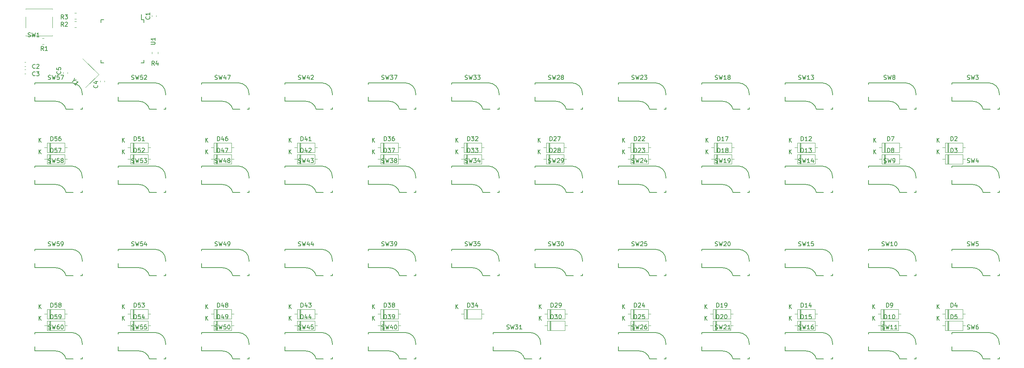
<source format=gbr>
G04 #@! TF.GenerationSoftware,KiCad,Pcbnew,5.1.12-84ad8e8a86~92~ubuntu20.04.1*
G04 #@! TF.CreationDate,2021-12-05T18:43:19-05:00*
G04 #@! TF.ProjectId,Keyboard_JPP,4b657962-6f61-4726-945f-4a50502e6b69,rev?*
G04 #@! TF.SameCoordinates,Original*
G04 #@! TF.FileFunction,Legend,Top*
G04 #@! TF.FilePolarity,Positive*
%FSLAX46Y46*%
G04 Gerber Fmt 4.6, Leading zero omitted, Abs format (unit mm)*
G04 Created by KiCad (PCBNEW 5.1.12-84ad8e8a86~92~ubuntu20.04.1) date 2021-12-05 18:43:19*
%MOMM*%
%LPD*%
G01*
G04 APERTURE LIST*
%ADD10C,0.120000*%
%ADD11C,0.150000*%
G04 APERTURE END LIST*
D10*
X155614000Y-108100000D02*
X155614000Y-110340000D01*
X155614000Y-110340000D02*
X159854000Y-110340000D01*
X159854000Y-110340000D02*
X159854000Y-108100000D01*
X159854000Y-108100000D02*
X155614000Y-108100000D01*
X154964000Y-109220000D02*
X155614000Y-109220000D01*
X160504000Y-109220000D02*
X159854000Y-109220000D01*
X156334000Y-108100000D02*
X156334000Y-110340000D01*
X156454000Y-108100000D02*
X156454000Y-110340000D01*
X156214000Y-108100000D02*
X156214000Y-110340000D01*
X135548000Y-67968000D02*
X135548000Y-70208000D01*
X135548000Y-70208000D02*
X139788000Y-70208000D01*
X139788000Y-70208000D02*
X139788000Y-67968000D01*
X139788000Y-67968000D02*
X135548000Y-67968000D01*
X134898000Y-69088000D02*
X135548000Y-69088000D01*
X140438000Y-69088000D02*
X139788000Y-69088000D01*
X136268000Y-67968000D02*
X136268000Y-70208000D01*
X136388000Y-67968000D02*
X136388000Y-70208000D01*
X136148000Y-67968000D02*
X136148000Y-70208000D01*
X44472330Y-54614657D02*
X47654311Y-51432676D01*
X47654311Y-51432676D02*
X43835934Y-47614299D01*
D11*
X58515000Y-38259000D02*
X57940000Y-38259000D01*
X58515000Y-48609000D02*
X57840000Y-48609000D01*
X48165000Y-48609000D02*
X48840000Y-48609000D01*
X48165000Y-38259000D02*
X48840000Y-38259000D01*
X58515000Y-38259000D02*
X58515000Y-38934000D01*
X48165000Y-38259000D02*
X48165000Y-38934000D01*
X48165000Y-48609000D02*
X48165000Y-47934000D01*
X58515000Y-48609000D02*
X58515000Y-47934000D01*
X57940000Y-38259000D02*
X57940000Y-36984000D01*
X39802162Y-120033960D02*
G75*
G03*
X37338000Y-118110000I-2464162J-616040D01*
G01*
X43688000Y-116205000D02*
G75*
G03*
X41148000Y-113665000I-2540000J0D01*
G01*
X43688000Y-119634000D02*
X43688000Y-120015000D01*
X32258000Y-117094000D02*
X32258000Y-118110000D01*
X32258000Y-118110000D02*
X37338000Y-118110000D01*
X39802162Y-120015000D02*
X41529000Y-120015000D01*
X43307000Y-120015000D02*
X43688000Y-120015000D01*
X43688000Y-116205000D02*
X43688000Y-116586000D01*
X41148000Y-113665000D02*
X32258000Y-113665000D01*
X32258000Y-113665000D02*
X32258000Y-114046000D01*
X39802162Y-99967960D02*
G75*
G03*
X37338000Y-98044000I-2464162J-616040D01*
G01*
X43688000Y-96139000D02*
G75*
G03*
X41148000Y-93599000I-2540000J0D01*
G01*
X43688000Y-99568000D02*
X43688000Y-99949000D01*
X32258000Y-97028000D02*
X32258000Y-98044000D01*
X32258000Y-98044000D02*
X37338000Y-98044000D01*
X39802162Y-99949000D02*
X41529000Y-99949000D01*
X43307000Y-99949000D02*
X43688000Y-99949000D01*
X43688000Y-96139000D02*
X43688000Y-96520000D01*
X41148000Y-93599000D02*
X32258000Y-93599000D01*
X32258000Y-93599000D02*
X32258000Y-93980000D01*
X39802162Y-79901960D02*
G75*
G03*
X37338000Y-77978000I-2464162J-616040D01*
G01*
X43688000Y-76073000D02*
G75*
G03*
X41148000Y-73533000I-2540000J0D01*
G01*
X43688000Y-79502000D02*
X43688000Y-79883000D01*
X32258000Y-76962000D02*
X32258000Y-77978000D01*
X32258000Y-77978000D02*
X37338000Y-77978000D01*
X39802162Y-79883000D02*
X41529000Y-79883000D01*
X43307000Y-79883000D02*
X43688000Y-79883000D01*
X43688000Y-76073000D02*
X43688000Y-76454000D01*
X41148000Y-73533000D02*
X32258000Y-73533000D01*
X32258000Y-73533000D02*
X32258000Y-73914000D01*
X39802162Y-59835960D02*
G75*
G03*
X37338000Y-57912000I-2464162J-616040D01*
G01*
X43688000Y-56007000D02*
G75*
G03*
X41148000Y-53467000I-2540000J0D01*
G01*
X43688000Y-59436000D02*
X43688000Y-59817000D01*
X32258000Y-56896000D02*
X32258000Y-57912000D01*
X32258000Y-57912000D02*
X37338000Y-57912000D01*
X39802162Y-59817000D02*
X41529000Y-59817000D01*
X43307000Y-59817000D02*
X43688000Y-59817000D01*
X43688000Y-56007000D02*
X43688000Y-56388000D01*
X41148000Y-53467000D02*
X32258000Y-53467000D01*
X32258000Y-53467000D02*
X32258000Y-53848000D01*
X59868162Y-120033960D02*
G75*
G03*
X57404000Y-118110000I-2464162J-616040D01*
G01*
X63754000Y-116205000D02*
G75*
G03*
X61214000Y-113665000I-2540000J0D01*
G01*
X63754000Y-119634000D02*
X63754000Y-120015000D01*
X52324000Y-117094000D02*
X52324000Y-118110000D01*
X52324000Y-118110000D02*
X57404000Y-118110000D01*
X59868162Y-120015000D02*
X61595000Y-120015000D01*
X63373000Y-120015000D02*
X63754000Y-120015000D01*
X63754000Y-116205000D02*
X63754000Y-116586000D01*
X61214000Y-113665000D02*
X52324000Y-113665000D01*
X52324000Y-113665000D02*
X52324000Y-114046000D01*
X59868162Y-99967960D02*
G75*
G03*
X57404000Y-98044000I-2464162J-616040D01*
G01*
X63754000Y-96139000D02*
G75*
G03*
X61214000Y-93599000I-2540000J0D01*
G01*
X63754000Y-99568000D02*
X63754000Y-99949000D01*
X52324000Y-97028000D02*
X52324000Y-98044000D01*
X52324000Y-98044000D02*
X57404000Y-98044000D01*
X59868162Y-99949000D02*
X61595000Y-99949000D01*
X63373000Y-99949000D02*
X63754000Y-99949000D01*
X63754000Y-96139000D02*
X63754000Y-96520000D01*
X61214000Y-93599000D02*
X52324000Y-93599000D01*
X52324000Y-93599000D02*
X52324000Y-93980000D01*
X59868162Y-79901960D02*
G75*
G03*
X57404000Y-77978000I-2464162J-616040D01*
G01*
X63754000Y-76073000D02*
G75*
G03*
X61214000Y-73533000I-2540000J0D01*
G01*
X63754000Y-79502000D02*
X63754000Y-79883000D01*
X52324000Y-76962000D02*
X52324000Y-77978000D01*
X52324000Y-77978000D02*
X57404000Y-77978000D01*
X59868162Y-79883000D02*
X61595000Y-79883000D01*
X63373000Y-79883000D02*
X63754000Y-79883000D01*
X63754000Y-76073000D02*
X63754000Y-76454000D01*
X61214000Y-73533000D02*
X52324000Y-73533000D01*
X52324000Y-73533000D02*
X52324000Y-73914000D01*
X59868162Y-59835960D02*
G75*
G03*
X57404000Y-57912000I-2464162J-616040D01*
G01*
X63754000Y-56007000D02*
G75*
G03*
X61214000Y-53467000I-2540000J0D01*
G01*
X63754000Y-59436000D02*
X63754000Y-59817000D01*
X52324000Y-56896000D02*
X52324000Y-57912000D01*
X52324000Y-57912000D02*
X57404000Y-57912000D01*
X59868162Y-59817000D02*
X61595000Y-59817000D01*
X63373000Y-59817000D02*
X63754000Y-59817000D01*
X63754000Y-56007000D02*
X63754000Y-56388000D01*
X61214000Y-53467000D02*
X52324000Y-53467000D01*
X52324000Y-53467000D02*
X52324000Y-53848000D01*
X79934162Y-120033960D02*
G75*
G03*
X77470000Y-118110000I-2464162J-616040D01*
G01*
X83820000Y-116205000D02*
G75*
G03*
X81280000Y-113665000I-2540000J0D01*
G01*
X83820000Y-119634000D02*
X83820000Y-120015000D01*
X72390000Y-117094000D02*
X72390000Y-118110000D01*
X72390000Y-118110000D02*
X77470000Y-118110000D01*
X79934162Y-120015000D02*
X81661000Y-120015000D01*
X83439000Y-120015000D02*
X83820000Y-120015000D01*
X83820000Y-116205000D02*
X83820000Y-116586000D01*
X81280000Y-113665000D02*
X72390000Y-113665000D01*
X72390000Y-113665000D02*
X72390000Y-114046000D01*
X79934162Y-99967960D02*
G75*
G03*
X77470000Y-98044000I-2464162J-616040D01*
G01*
X83820000Y-96139000D02*
G75*
G03*
X81280000Y-93599000I-2540000J0D01*
G01*
X83820000Y-99568000D02*
X83820000Y-99949000D01*
X72390000Y-97028000D02*
X72390000Y-98044000D01*
X72390000Y-98044000D02*
X77470000Y-98044000D01*
X79934162Y-99949000D02*
X81661000Y-99949000D01*
X83439000Y-99949000D02*
X83820000Y-99949000D01*
X83820000Y-96139000D02*
X83820000Y-96520000D01*
X81280000Y-93599000D02*
X72390000Y-93599000D01*
X72390000Y-93599000D02*
X72390000Y-93980000D01*
X79934162Y-79901960D02*
G75*
G03*
X77470000Y-77978000I-2464162J-616040D01*
G01*
X83820000Y-76073000D02*
G75*
G03*
X81280000Y-73533000I-2540000J0D01*
G01*
X83820000Y-79502000D02*
X83820000Y-79883000D01*
X72390000Y-76962000D02*
X72390000Y-77978000D01*
X72390000Y-77978000D02*
X77470000Y-77978000D01*
X79934162Y-79883000D02*
X81661000Y-79883000D01*
X83439000Y-79883000D02*
X83820000Y-79883000D01*
X83820000Y-76073000D02*
X83820000Y-76454000D01*
X81280000Y-73533000D02*
X72390000Y-73533000D01*
X72390000Y-73533000D02*
X72390000Y-73914000D01*
X79934162Y-59835960D02*
G75*
G03*
X77470000Y-57912000I-2464162J-616040D01*
G01*
X83820000Y-56007000D02*
G75*
G03*
X81280000Y-53467000I-2540000J0D01*
G01*
X83820000Y-59436000D02*
X83820000Y-59817000D01*
X72390000Y-56896000D02*
X72390000Y-57912000D01*
X72390000Y-57912000D02*
X77470000Y-57912000D01*
X79934162Y-59817000D02*
X81661000Y-59817000D01*
X83439000Y-59817000D02*
X83820000Y-59817000D01*
X83820000Y-56007000D02*
X83820000Y-56388000D01*
X81280000Y-53467000D02*
X72390000Y-53467000D01*
X72390000Y-53467000D02*
X72390000Y-53848000D01*
X100000162Y-120033960D02*
G75*
G03*
X97536000Y-118110000I-2464162J-616040D01*
G01*
X103886000Y-116205000D02*
G75*
G03*
X101346000Y-113665000I-2540000J0D01*
G01*
X103886000Y-119634000D02*
X103886000Y-120015000D01*
X92456000Y-117094000D02*
X92456000Y-118110000D01*
X92456000Y-118110000D02*
X97536000Y-118110000D01*
X100000162Y-120015000D02*
X101727000Y-120015000D01*
X103505000Y-120015000D02*
X103886000Y-120015000D01*
X103886000Y-116205000D02*
X103886000Y-116586000D01*
X101346000Y-113665000D02*
X92456000Y-113665000D01*
X92456000Y-113665000D02*
X92456000Y-114046000D01*
X100000162Y-99967960D02*
G75*
G03*
X97536000Y-98044000I-2464162J-616040D01*
G01*
X103886000Y-96139000D02*
G75*
G03*
X101346000Y-93599000I-2540000J0D01*
G01*
X103886000Y-99568000D02*
X103886000Y-99949000D01*
X92456000Y-97028000D02*
X92456000Y-98044000D01*
X92456000Y-98044000D02*
X97536000Y-98044000D01*
X100000162Y-99949000D02*
X101727000Y-99949000D01*
X103505000Y-99949000D02*
X103886000Y-99949000D01*
X103886000Y-96139000D02*
X103886000Y-96520000D01*
X101346000Y-93599000D02*
X92456000Y-93599000D01*
X92456000Y-93599000D02*
X92456000Y-93980000D01*
X100000162Y-79901960D02*
G75*
G03*
X97536000Y-77978000I-2464162J-616040D01*
G01*
X103886000Y-76073000D02*
G75*
G03*
X101346000Y-73533000I-2540000J0D01*
G01*
X103886000Y-79502000D02*
X103886000Y-79883000D01*
X92456000Y-76962000D02*
X92456000Y-77978000D01*
X92456000Y-77978000D02*
X97536000Y-77978000D01*
X100000162Y-79883000D02*
X101727000Y-79883000D01*
X103505000Y-79883000D02*
X103886000Y-79883000D01*
X103886000Y-76073000D02*
X103886000Y-76454000D01*
X101346000Y-73533000D02*
X92456000Y-73533000D01*
X92456000Y-73533000D02*
X92456000Y-73914000D01*
X100000162Y-59835960D02*
G75*
G03*
X97536000Y-57912000I-2464162J-616040D01*
G01*
X103886000Y-56007000D02*
G75*
G03*
X101346000Y-53467000I-2540000J0D01*
G01*
X103886000Y-59436000D02*
X103886000Y-59817000D01*
X92456000Y-56896000D02*
X92456000Y-57912000D01*
X92456000Y-57912000D02*
X97536000Y-57912000D01*
X100000162Y-59817000D02*
X101727000Y-59817000D01*
X103505000Y-59817000D02*
X103886000Y-59817000D01*
X103886000Y-56007000D02*
X103886000Y-56388000D01*
X101346000Y-53467000D02*
X92456000Y-53467000D01*
X92456000Y-53467000D02*
X92456000Y-53848000D01*
X120066162Y-120033960D02*
G75*
G03*
X117602000Y-118110000I-2464162J-616040D01*
G01*
X123952000Y-116205000D02*
G75*
G03*
X121412000Y-113665000I-2540000J0D01*
G01*
X123952000Y-119634000D02*
X123952000Y-120015000D01*
X112522000Y-117094000D02*
X112522000Y-118110000D01*
X112522000Y-118110000D02*
X117602000Y-118110000D01*
X120066162Y-120015000D02*
X121793000Y-120015000D01*
X123571000Y-120015000D02*
X123952000Y-120015000D01*
X123952000Y-116205000D02*
X123952000Y-116586000D01*
X121412000Y-113665000D02*
X112522000Y-113665000D01*
X112522000Y-113665000D02*
X112522000Y-114046000D01*
X120066162Y-99967960D02*
G75*
G03*
X117602000Y-98044000I-2464162J-616040D01*
G01*
X123952000Y-96139000D02*
G75*
G03*
X121412000Y-93599000I-2540000J0D01*
G01*
X123952000Y-99568000D02*
X123952000Y-99949000D01*
X112522000Y-97028000D02*
X112522000Y-98044000D01*
X112522000Y-98044000D02*
X117602000Y-98044000D01*
X120066162Y-99949000D02*
X121793000Y-99949000D01*
X123571000Y-99949000D02*
X123952000Y-99949000D01*
X123952000Y-96139000D02*
X123952000Y-96520000D01*
X121412000Y-93599000D02*
X112522000Y-93599000D01*
X112522000Y-93599000D02*
X112522000Y-93980000D01*
X120066162Y-79901960D02*
G75*
G03*
X117602000Y-77978000I-2464162J-616040D01*
G01*
X123952000Y-76073000D02*
G75*
G03*
X121412000Y-73533000I-2540000J0D01*
G01*
X123952000Y-79502000D02*
X123952000Y-79883000D01*
X112522000Y-76962000D02*
X112522000Y-77978000D01*
X112522000Y-77978000D02*
X117602000Y-77978000D01*
X120066162Y-79883000D02*
X121793000Y-79883000D01*
X123571000Y-79883000D02*
X123952000Y-79883000D01*
X123952000Y-76073000D02*
X123952000Y-76454000D01*
X121412000Y-73533000D02*
X112522000Y-73533000D01*
X112522000Y-73533000D02*
X112522000Y-73914000D01*
X120066162Y-59835960D02*
G75*
G03*
X117602000Y-57912000I-2464162J-616040D01*
G01*
X123952000Y-56007000D02*
G75*
G03*
X121412000Y-53467000I-2540000J0D01*
G01*
X123952000Y-59436000D02*
X123952000Y-59817000D01*
X112522000Y-56896000D02*
X112522000Y-57912000D01*
X112522000Y-57912000D02*
X117602000Y-57912000D01*
X120066162Y-59817000D02*
X121793000Y-59817000D01*
X123571000Y-59817000D02*
X123952000Y-59817000D01*
X123952000Y-56007000D02*
X123952000Y-56388000D01*
X121412000Y-53467000D02*
X112522000Y-53467000D01*
X112522000Y-53467000D02*
X112522000Y-53848000D01*
X140132162Y-99967960D02*
G75*
G03*
X137668000Y-98044000I-2464162J-616040D01*
G01*
X144018000Y-96139000D02*
G75*
G03*
X141478000Y-93599000I-2540000J0D01*
G01*
X144018000Y-99568000D02*
X144018000Y-99949000D01*
X132588000Y-97028000D02*
X132588000Y-98044000D01*
X132588000Y-98044000D02*
X137668000Y-98044000D01*
X140132162Y-99949000D02*
X141859000Y-99949000D01*
X143637000Y-99949000D02*
X144018000Y-99949000D01*
X144018000Y-96139000D02*
X144018000Y-96520000D01*
X141478000Y-93599000D02*
X132588000Y-93599000D01*
X132588000Y-93599000D02*
X132588000Y-93980000D01*
X140132162Y-79901960D02*
G75*
G03*
X137668000Y-77978000I-2464162J-616040D01*
G01*
X144018000Y-76073000D02*
G75*
G03*
X141478000Y-73533000I-2540000J0D01*
G01*
X144018000Y-79502000D02*
X144018000Y-79883000D01*
X132588000Y-76962000D02*
X132588000Y-77978000D01*
X132588000Y-77978000D02*
X137668000Y-77978000D01*
X140132162Y-79883000D02*
X141859000Y-79883000D01*
X143637000Y-79883000D02*
X144018000Y-79883000D01*
X144018000Y-76073000D02*
X144018000Y-76454000D01*
X141478000Y-73533000D02*
X132588000Y-73533000D01*
X132588000Y-73533000D02*
X132588000Y-73914000D01*
X140132162Y-59835960D02*
G75*
G03*
X137668000Y-57912000I-2464162J-616040D01*
G01*
X144018000Y-56007000D02*
G75*
G03*
X141478000Y-53467000I-2540000J0D01*
G01*
X144018000Y-59436000D02*
X144018000Y-59817000D01*
X132588000Y-56896000D02*
X132588000Y-57912000D01*
X132588000Y-57912000D02*
X137668000Y-57912000D01*
X140132162Y-59817000D02*
X141859000Y-59817000D01*
X143637000Y-59817000D02*
X144018000Y-59817000D01*
X144018000Y-56007000D02*
X144018000Y-56388000D01*
X141478000Y-53467000D02*
X132588000Y-53467000D01*
X132588000Y-53467000D02*
X132588000Y-53848000D01*
X150165162Y-120033960D02*
G75*
G03*
X147701000Y-118110000I-2464162J-616040D01*
G01*
X154051000Y-116205000D02*
G75*
G03*
X151511000Y-113665000I-2540000J0D01*
G01*
X154051000Y-119634000D02*
X154051000Y-120015000D01*
X142621000Y-117094000D02*
X142621000Y-118110000D01*
X142621000Y-118110000D02*
X147701000Y-118110000D01*
X150165162Y-120015000D02*
X151892000Y-120015000D01*
X153670000Y-120015000D02*
X154051000Y-120015000D01*
X154051000Y-116205000D02*
X154051000Y-116586000D01*
X151511000Y-113665000D02*
X142621000Y-113665000D01*
X142621000Y-113665000D02*
X142621000Y-114046000D01*
X160198162Y-99967960D02*
G75*
G03*
X157734000Y-98044000I-2464162J-616040D01*
G01*
X164084000Y-96139000D02*
G75*
G03*
X161544000Y-93599000I-2540000J0D01*
G01*
X164084000Y-99568000D02*
X164084000Y-99949000D01*
X152654000Y-97028000D02*
X152654000Y-98044000D01*
X152654000Y-98044000D02*
X157734000Y-98044000D01*
X160198162Y-99949000D02*
X161925000Y-99949000D01*
X163703000Y-99949000D02*
X164084000Y-99949000D01*
X164084000Y-96139000D02*
X164084000Y-96520000D01*
X161544000Y-93599000D02*
X152654000Y-93599000D01*
X152654000Y-93599000D02*
X152654000Y-93980000D01*
X160198162Y-79901960D02*
G75*
G03*
X157734000Y-77978000I-2464162J-616040D01*
G01*
X164084000Y-76073000D02*
G75*
G03*
X161544000Y-73533000I-2540000J0D01*
G01*
X164084000Y-79502000D02*
X164084000Y-79883000D01*
X152654000Y-76962000D02*
X152654000Y-77978000D01*
X152654000Y-77978000D02*
X157734000Y-77978000D01*
X160198162Y-79883000D02*
X161925000Y-79883000D01*
X163703000Y-79883000D02*
X164084000Y-79883000D01*
X164084000Y-76073000D02*
X164084000Y-76454000D01*
X161544000Y-73533000D02*
X152654000Y-73533000D01*
X152654000Y-73533000D02*
X152654000Y-73914000D01*
X160198162Y-59835960D02*
G75*
G03*
X157734000Y-57912000I-2464162J-616040D01*
G01*
X164084000Y-56007000D02*
G75*
G03*
X161544000Y-53467000I-2540000J0D01*
G01*
X164084000Y-59436000D02*
X164084000Y-59817000D01*
X152654000Y-56896000D02*
X152654000Y-57912000D01*
X152654000Y-57912000D02*
X157734000Y-57912000D01*
X160198162Y-59817000D02*
X161925000Y-59817000D01*
X163703000Y-59817000D02*
X164084000Y-59817000D01*
X164084000Y-56007000D02*
X164084000Y-56388000D01*
X161544000Y-53467000D02*
X152654000Y-53467000D01*
X152654000Y-53467000D02*
X152654000Y-53848000D01*
X180264162Y-120033960D02*
G75*
G03*
X177800000Y-118110000I-2464162J-616040D01*
G01*
X184150000Y-116205000D02*
G75*
G03*
X181610000Y-113665000I-2540000J0D01*
G01*
X184150000Y-119634000D02*
X184150000Y-120015000D01*
X172720000Y-117094000D02*
X172720000Y-118110000D01*
X172720000Y-118110000D02*
X177800000Y-118110000D01*
X180264162Y-120015000D02*
X181991000Y-120015000D01*
X183769000Y-120015000D02*
X184150000Y-120015000D01*
X184150000Y-116205000D02*
X184150000Y-116586000D01*
X181610000Y-113665000D02*
X172720000Y-113665000D01*
X172720000Y-113665000D02*
X172720000Y-114046000D01*
X180264162Y-99967960D02*
G75*
G03*
X177800000Y-98044000I-2464162J-616040D01*
G01*
X184150000Y-96139000D02*
G75*
G03*
X181610000Y-93599000I-2540000J0D01*
G01*
X184150000Y-99568000D02*
X184150000Y-99949000D01*
X172720000Y-97028000D02*
X172720000Y-98044000D01*
X172720000Y-98044000D02*
X177800000Y-98044000D01*
X180264162Y-99949000D02*
X181991000Y-99949000D01*
X183769000Y-99949000D02*
X184150000Y-99949000D01*
X184150000Y-96139000D02*
X184150000Y-96520000D01*
X181610000Y-93599000D02*
X172720000Y-93599000D01*
X172720000Y-93599000D02*
X172720000Y-93980000D01*
X180264162Y-79901960D02*
G75*
G03*
X177800000Y-77978000I-2464162J-616040D01*
G01*
X184150000Y-76073000D02*
G75*
G03*
X181610000Y-73533000I-2540000J0D01*
G01*
X184150000Y-79502000D02*
X184150000Y-79883000D01*
X172720000Y-76962000D02*
X172720000Y-77978000D01*
X172720000Y-77978000D02*
X177800000Y-77978000D01*
X180264162Y-79883000D02*
X181991000Y-79883000D01*
X183769000Y-79883000D02*
X184150000Y-79883000D01*
X184150000Y-76073000D02*
X184150000Y-76454000D01*
X181610000Y-73533000D02*
X172720000Y-73533000D01*
X172720000Y-73533000D02*
X172720000Y-73914000D01*
X180264162Y-59835960D02*
G75*
G03*
X177800000Y-57912000I-2464162J-616040D01*
G01*
X184150000Y-56007000D02*
G75*
G03*
X181610000Y-53467000I-2540000J0D01*
G01*
X184150000Y-59436000D02*
X184150000Y-59817000D01*
X172720000Y-56896000D02*
X172720000Y-57912000D01*
X172720000Y-57912000D02*
X177800000Y-57912000D01*
X180264162Y-59817000D02*
X181991000Y-59817000D01*
X183769000Y-59817000D02*
X184150000Y-59817000D01*
X184150000Y-56007000D02*
X184150000Y-56388000D01*
X181610000Y-53467000D02*
X172720000Y-53467000D01*
X172720000Y-53467000D02*
X172720000Y-53848000D01*
X200330162Y-120033960D02*
G75*
G03*
X197866000Y-118110000I-2464162J-616040D01*
G01*
X204216000Y-116205000D02*
G75*
G03*
X201676000Y-113665000I-2540000J0D01*
G01*
X204216000Y-119634000D02*
X204216000Y-120015000D01*
X192786000Y-117094000D02*
X192786000Y-118110000D01*
X192786000Y-118110000D02*
X197866000Y-118110000D01*
X200330162Y-120015000D02*
X202057000Y-120015000D01*
X203835000Y-120015000D02*
X204216000Y-120015000D01*
X204216000Y-116205000D02*
X204216000Y-116586000D01*
X201676000Y-113665000D02*
X192786000Y-113665000D01*
X192786000Y-113665000D02*
X192786000Y-114046000D01*
X200330162Y-99967960D02*
G75*
G03*
X197866000Y-98044000I-2464162J-616040D01*
G01*
X204216000Y-96139000D02*
G75*
G03*
X201676000Y-93599000I-2540000J0D01*
G01*
X204216000Y-99568000D02*
X204216000Y-99949000D01*
X192786000Y-97028000D02*
X192786000Y-98044000D01*
X192786000Y-98044000D02*
X197866000Y-98044000D01*
X200330162Y-99949000D02*
X202057000Y-99949000D01*
X203835000Y-99949000D02*
X204216000Y-99949000D01*
X204216000Y-96139000D02*
X204216000Y-96520000D01*
X201676000Y-93599000D02*
X192786000Y-93599000D01*
X192786000Y-93599000D02*
X192786000Y-93980000D01*
X200330162Y-79901960D02*
G75*
G03*
X197866000Y-77978000I-2464162J-616040D01*
G01*
X204216000Y-76073000D02*
G75*
G03*
X201676000Y-73533000I-2540000J0D01*
G01*
X204216000Y-79502000D02*
X204216000Y-79883000D01*
X192786000Y-76962000D02*
X192786000Y-77978000D01*
X192786000Y-77978000D02*
X197866000Y-77978000D01*
X200330162Y-79883000D02*
X202057000Y-79883000D01*
X203835000Y-79883000D02*
X204216000Y-79883000D01*
X204216000Y-76073000D02*
X204216000Y-76454000D01*
X201676000Y-73533000D02*
X192786000Y-73533000D01*
X192786000Y-73533000D02*
X192786000Y-73914000D01*
X200330162Y-59835960D02*
G75*
G03*
X197866000Y-57912000I-2464162J-616040D01*
G01*
X204216000Y-56007000D02*
G75*
G03*
X201676000Y-53467000I-2540000J0D01*
G01*
X204216000Y-59436000D02*
X204216000Y-59817000D01*
X192786000Y-56896000D02*
X192786000Y-57912000D01*
X192786000Y-57912000D02*
X197866000Y-57912000D01*
X200330162Y-59817000D02*
X202057000Y-59817000D01*
X203835000Y-59817000D02*
X204216000Y-59817000D01*
X204216000Y-56007000D02*
X204216000Y-56388000D01*
X201676000Y-53467000D02*
X192786000Y-53467000D01*
X192786000Y-53467000D02*
X192786000Y-53848000D01*
X220396162Y-120033960D02*
G75*
G03*
X217932000Y-118110000I-2464162J-616040D01*
G01*
X224282000Y-116205000D02*
G75*
G03*
X221742000Y-113665000I-2540000J0D01*
G01*
X224282000Y-119634000D02*
X224282000Y-120015000D01*
X212852000Y-117094000D02*
X212852000Y-118110000D01*
X212852000Y-118110000D02*
X217932000Y-118110000D01*
X220396162Y-120015000D02*
X222123000Y-120015000D01*
X223901000Y-120015000D02*
X224282000Y-120015000D01*
X224282000Y-116205000D02*
X224282000Y-116586000D01*
X221742000Y-113665000D02*
X212852000Y-113665000D01*
X212852000Y-113665000D02*
X212852000Y-114046000D01*
X220396162Y-99967960D02*
G75*
G03*
X217932000Y-98044000I-2464162J-616040D01*
G01*
X224282000Y-96139000D02*
G75*
G03*
X221742000Y-93599000I-2540000J0D01*
G01*
X224282000Y-99568000D02*
X224282000Y-99949000D01*
X212852000Y-97028000D02*
X212852000Y-98044000D01*
X212852000Y-98044000D02*
X217932000Y-98044000D01*
X220396162Y-99949000D02*
X222123000Y-99949000D01*
X223901000Y-99949000D02*
X224282000Y-99949000D01*
X224282000Y-96139000D02*
X224282000Y-96520000D01*
X221742000Y-93599000D02*
X212852000Y-93599000D01*
X212852000Y-93599000D02*
X212852000Y-93980000D01*
X220396162Y-79901960D02*
G75*
G03*
X217932000Y-77978000I-2464162J-616040D01*
G01*
X224282000Y-76073000D02*
G75*
G03*
X221742000Y-73533000I-2540000J0D01*
G01*
X224282000Y-79502000D02*
X224282000Y-79883000D01*
X212852000Y-76962000D02*
X212852000Y-77978000D01*
X212852000Y-77978000D02*
X217932000Y-77978000D01*
X220396162Y-79883000D02*
X222123000Y-79883000D01*
X223901000Y-79883000D02*
X224282000Y-79883000D01*
X224282000Y-76073000D02*
X224282000Y-76454000D01*
X221742000Y-73533000D02*
X212852000Y-73533000D01*
X212852000Y-73533000D02*
X212852000Y-73914000D01*
X220396162Y-59835960D02*
G75*
G03*
X217932000Y-57912000I-2464162J-616040D01*
G01*
X224282000Y-56007000D02*
G75*
G03*
X221742000Y-53467000I-2540000J0D01*
G01*
X224282000Y-59436000D02*
X224282000Y-59817000D01*
X212852000Y-56896000D02*
X212852000Y-57912000D01*
X212852000Y-57912000D02*
X217932000Y-57912000D01*
X220396162Y-59817000D02*
X222123000Y-59817000D01*
X223901000Y-59817000D02*
X224282000Y-59817000D01*
X224282000Y-56007000D02*
X224282000Y-56388000D01*
X221742000Y-53467000D02*
X212852000Y-53467000D01*
X212852000Y-53467000D02*
X212852000Y-53848000D01*
X240462162Y-120033960D02*
G75*
G03*
X237998000Y-118110000I-2464162J-616040D01*
G01*
X244348000Y-116205000D02*
G75*
G03*
X241808000Y-113665000I-2540000J0D01*
G01*
X244348000Y-119634000D02*
X244348000Y-120015000D01*
X232918000Y-117094000D02*
X232918000Y-118110000D01*
X232918000Y-118110000D02*
X237998000Y-118110000D01*
X240462162Y-120015000D02*
X242189000Y-120015000D01*
X243967000Y-120015000D02*
X244348000Y-120015000D01*
X244348000Y-116205000D02*
X244348000Y-116586000D01*
X241808000Y-113665000D02*
X232918000Y-113665000D01*
X232918000Y-113665000D02*
X232918000Y-114046000D01*
X240462162Y-99967960D02*
G75*
G03*
X237998000Y-98044000I-2464162J-616040D01*
G01*
X244348000Y-96139000D02*
G75*
G03*
X241808000Y-93599000I-2540000J0D01*
G01*
X244348000Y-99568000D02*
X244348000Y-99949000D01*
X232918000Y-97028000D02*
X232918000Y-98044000D01*
X232918000Y-98044000D02*
X237998000Y-98044000D01*
X240462162Y-99949000D02*
X242189000Y-99949000D01*
X243967000Y-99949000D02*
X244348000Y-99949000D01*
X244348000Y-96139000D02*
X244348000Y-96520000D01*
X241808000Y-93599000D02*
X232918000Y-93599000D01*
X232918000Y-93599000D02*
X232918000Y-93980000D01*
X240462162Y-79901960D02*
G75*
G03*
X237998000Y-77978000I-2464162J-616040D01*
G01*
X244348000Y-76073000D02*
G75*
G03*
X241808000Y-73533000I-2540000J0D01*
G01*
X244348000Y-79502000D02*
X244348000Y-79883000D01*
X232918000Y-76962000D02*
X232918000Y-77978000D01*
X232918000Y-77978000D02*
X237998000Y-77978000D01*
X240462162Y-79883000D02*
X242189000Y-79883000D01*
X243967000Y-79883000D02*
X244348000Y-79883000D01*
X244348000Y-76073000D02*
X244348000Y-76454000D01*
X241808000Y-73533000D02*
X232918000Y-73533000D01*
X232918000Y-73533000D02*
X232918000Y-73914000D01*
X240462162Y-59835960D02*
G75*
G03*
X237998000Y-57912000I-2464162J-616040D01*
G01*
X244348000Y-56007000D02*
G75*
G03*
X241808000Y-53467000I-2540000J0D01*
G01*
X244348000Y-59436000D02*
X244348000Y-59817000D01*
X232918000Y-56896000D02*
X232918000Y-57912000D01*
X232918000Y-57912000D02*
X237998000Y-57912000D01*
X240462162Y-59817000D02*
X242189000Y-59817000D01*
X243967000Y-59817000D02*
X244348000Y-59817000D01*
X244348000Y-56007000D02*
X244348000Y-56388000D01*
X241808000Y-53467000D02*
X232918000Y-53467000D01*
X232918000Y-53467000D02*
X232918000Y-53848000D01*
X260528162Y-120033960D02*
G75*
G03*
X258064000Y-118110000I-2464162J-616040D01*
G01*
X264414000Y-116205000D02*
G75*
G03*
X261874000Y-113665000I-2540000J0D01*
G01*
X264414000Y-119634000D02*
X264414000Y-120015000D01*
X252984000Y-117094000D02*
X252984000Y-118110000D01*
X252984000Y-118110000D02*
X258064000Y-118110000D01*
X260528162Y-120015000D02*
X262255000Y-120015000D01*
X264033000Y-120015000D02*
X264414000Y-120015000D01*
X264414000Y-116205000D02*
X264414000Y-116586000D01*
X261874000Y-113665000D02*
X252984000Y-113665000D01*
X252984000Y-113665000D02*
X252984000Y-114046000D01*
X260528162Y-99967960D02*
G75*
G03*
X258064000Y-98044000I-2464162J-616040D01*
G01*
X264414000Y-96139000D02*
G75*
G03*
X261874000Y-93599000I-2540000J0D01*
G01*
X264414000Y-99568000D02*
X264414000Y-99949000D01*
X252984000Y-97028000D02*
X252984000Y-98044000D01*
X252984000Y-98044000D02*
X258064000Y-98044000D01*
X260528162Y-99949000D02*
X262255000Y-99949000D01*
X264033000Y-99949000D02*
X264414000Y-99949000D01*
X264414000Y-96139000D02*
X264414000Y-96520000D01*
X261874000Y-93599000D02*
X252984000Y-93599000D01*
X252984000Y-93599000D02*
X252984000Y-93980000D01*
X260528162Y-79901960D02*
G75*
G03*
X258064000Y-77978000I-2464162J-616040D01*
G01*
X264414000Y-76073000D02*
G75*
G03*
X261874000Y-73533000I-2540000J0D01*
G01*
X264414000Y-79502000D02*
X264414000Y-79883000D01*
X252984000Y-76962000D02*
X252984000Y-77978000D01*
X252984000Y-77978000D02*
X258064000Y-77978000D01*
X260528162Y-79883000D02*
X262255000Y-79883000D01*
X264033000Y-79883000D02*
X264414000Y-79883000D01*
X264414000Y-76073000D02*
X264414000Y-76454000D01*
X261874000Y-73533000D02*
X252984000Y-73533000D01*
X252984000Y-73533000D02*
X252984000Y-73914000D01*
X260528162Y-59835960D02*
G75*
G03*
X258064000Y-57912000I-2464162J-616040D01*
G01*
X264414000Y-56007000D02*
G75*
G03*
X261874000Y-53467000I-2540000J0D01*
G01*
X264414000Y-59436000D02*
X264414000Y-59817000D01*
X252984000Y-56896000D02*
X252984000Y-57912000D01*
X252984000Y-57912000D02*
X258064000Y-57912000D01*
X260528162Y-59817000D02*
X262255000Y-59817000D01*
X264033000Y-59817000D02*
X264414000Y-59817000D01*
X264414000Y-56007000D02*
X264414000Y-56388000D01*
X261874000Y-53467000D02*
X252984000Y-53467000D01*
X252984000Y-53467000D02*
X252984000Y-53848000D01*
D10*
X36504000Y-35632000D02*
X36504000Y-35662000D01*
X36504000Y-42092000D02*
X36504000Y-42062000D01*
X30044000Y-42092000D02*
X30044000Y-42062000D01*
X30044000Y-35662000D02*
X30044000Y-35632000D01*
X36504000Y-37562000D02*
X36504000Y-40162000D01*
X30044000Y-35632000D02*
X36504000Y-35632000D01*
X30044000Y-37562000D02*
X30044000Y-40162000D01*
X30044000Y-42092000D02*
X36504000Y-42092000D01*
X61949000Y-46000936D02*
X61949000Y-46455064D01*
X60479000Y-46000936D02*
X60479000Y-46455064D01*
X42287564Y-38073000D02*
X41833436Y-38073000D01*
X42287564Y-36603000D02*
X41833436Y-36603000D01*
X42287564Y-40105000D02*
X41833436Y-40105000D01*
X42287564Y-38635000D02*
X41833436Y-38635000D01*
X34062936Y-42699000D02*
X34517064Y-42699000D01*
X34062936Y-44169000D02*
X34517064Y-44169000D01*
X35218000Y-110894000D02*
X35218000Y-113134000D01*
X35218000Y-113134000D02*
X39458000Y-113134000D01*
X39458000Y-113134000D02*
X39458000Y-110894000D01*
X39458000Y-110894000D02*
X35218000Y-110894000D01*
X34568000Y-112014000D02*
X35218000Y-112014000D01*
X40108000Y-112014000D02*
X39458000Y-112014000D01*
X35938000Y-110894000D02*
X35938000Y-113134000D01*
X36058000Y-110894000D02*
X36058000Y-113134000D01*
X35818000Y-110894000D02*
X35818000Y-113134000D01*
X35218000Y-108100000D02*
X35218000Y-110340000D01*
X35218000Y-110340000D02*
X39458000Y-110340000D01*
X39458000Y-110340000D02*
X39458000Y-108100000D01*
X39458000Y-108100000D02*
X35218000Y-108100000D01*
X34568000Y-109220000D02*
X35218000Y-109220000D01*
X40108000Y-109220000D02*
X39458000Y-109220000D01*
X35938000Y-108100000D02*
X35938000Y-110340000D01*
X36058000Y-108100000D02*
X36058000Y-110340000D01*
X35818000Y-108100000D02*
X35818000Y-110340000D01*
X35218000Y-70762000D02*
X35218000Y-73002000D01*
X35218000Y-73002000D02*
X39458000Y-73002000D01*
X39458000Y-73002000D02*
X39458000Y-70762000D01*
X39458000Y-70762000D02*
X35218000Y-70762000D01*
X34568000Y-71882000D02*
X35218000Y-71882000D01*
X40108000Y-71882000D02*
X39458000Y-71882000D01*
X35938000Y-70762000D02*
X35938000Y-73002000D01*
X36058000Y-70762000D02*
X36058000Y-73002000D01*
X35818000Y-70762000D02*
X35818000Y-73002000D01*
X35218000Y-67968000D02*
X35218000Y-70208000D01*
X35218000Y-70208000D02*
X39458000Y-70208000D01*
X39458000Y-70208000D02*
X39458000Y-67968000D01*
X39458000Y-67968000D02*
X35218000Y-67968000D01*
X34568000Y-69088000D02*
X35218000Y-69088000D01*
X40108000Y-69088000D02*
X39458000Y-69088000D01*
X35938000Y-67968000D02*
X35938000Y-70208000D01*
X36058000Y-67968000D02*
X36058000Y-70208000D01*
X35818000Y-67968000D02*
X35818000Y-70208000D01*
X55284000Y-110894000D02*
X55284000Y-113134000D01*
X55284000Y-113134000D02*
X59524000Y-113134000D01*
X59524000Y-113134000D02*
X59524000Y-110894000D01*
X59524000Y-110894000D02*
X55284000Y-110894000D01*
X54634000Y-112014000D02*
X55284000Y-112014000D01*
X60174000Y-112014000D02*
X59524000Y-112014000D01*
X56004000Y-110894000D02*
X56004000Y-113134000D01*
X56124000Y-110894000D02*
X56124000Y-113134000D01*
X55884000Y-110894000D02*
X55884000Y-113134000D01*
X55284000Y-108100000D02*
X55284000Y-110340000D01*
X55284000Y-110340000D02*
X59524000Y-110340000D01*
X59524000Y-110340000D02*
X59524000Y-108100000D01*
X59524000Y-108100000D02*
X55284000Y-108100000D01*
X54634000Y-109220000D02*
X55284000Y-109220000D01*
X60174000Y-109220000D02*
X59524000Y-109220000D01*
X56004000Y-108100000D02*
X56004000Y-110340000D01*
X56124000Y-108100000D02*
X56124000Y-110340000D01*
X55884000Y-108100000D02*
X55884000Y-110340000D01*
X55284000Y-70762000D02*
X55284000Y-73002000D01*
X55284000Y-73002000D02*
X59524000Y-73002000D01*
X59524000Y-73002000D02*
X59524000Y-70762000D01*
X59524000Y-70762000D02*
X55284000Y-70762000D01*
X54634000Y-71882000D02*
X55284000Y-71882000D01*
X60174000Y-71882000D02*
X59524000Y-71882000D01*
X56004000Y-70762000D02*
X56004000Y-73002000D01*
X56124000Y-70762000D02*
X56124000Y-73002000D01*
X55884000Y-70762000D02*
X55884000Y-73002000D01*
X55284000Y-67968000D02*
X55284000Y-70208000D01*
X55284000Y-70208000D02*
X59524000Y-70208000D01*
X59524000Y-70208000D02*
X59524000Y-67968000D01*
X59524000Y-67968000D02*
X55284000Y-67968000D01*
X54634000Y-69088000D02*
X55284000Y-69088000D01*
X60174000Y-69088000D02*
X59524000Y-69088000D01*
X56004000Y-67968000D02*
X56004000Y-70208000D01*
X56124000Y-67968000D02*
X56124000Y-70208000D01*
X55884000Y-67968000D02*
X55884000Y-70208000D01*
X75350000Y-110894000D02*
X75350000Y-113134000D01*
X75350000Y-113134000D02*
X79590000Y-113134000D01*
X79590000Y-113134000D02*
X79590000Y-110894000D01*
X79590000Y-110894000D02*
X75350000Y-110894000D01*
X74700000Y-112014000D02*
X75350000Y-112014000D01*
X80240000Y-112014000D02*
X79590000Y-112014000D01*
X76070000Y-110894000D02*
X76070000Y-113134000D01*
X76190000Y-110894000D02*
X76190000Y-113134000D01*
X75950000Y-110894000D02*
X75950000Y-113134000D01*
X75350000Y-108100000D02*
X75350000Y-110340000D01*
X75350000Y-110340000D02*
X79590000Y-110340000D01*
X79590000Y-110340000D02*
X79590000Y-108100000D01*
X79590000Y-108100000D02*
X75350000Y-108100000D01*
X74700000Y-109220000D02*
X75350000Y-109220000D01*
X80240000Y-109220000D02*
X79590000Y-109220000D01*
X76070000Y-108100000D02*
X76070000Y-110340000D01*
X76190000Y-108100000D02*
X76190000Y-110340000D01*
X75950000Y-108100000D02*
X75950000Y-110340000D01*
X75350000Y-70762000D02*
X75350000Y-73002000D01*
X75350000Y-73002000D02*
X79590000Y-73002000D01*
X79590000Y-73002000D02*
X79590000Y-70762000D01*
X79590000Y-70762000D02*
X75350000Y-70762000D01*
X74700000Y-71882000D02*
X75350000Y-71882000D01*
X80240000Y-71882000D02*
X79590000Y-71882000D01*
X76070000Y-70762000D02*
X76070000Y-73002000D01*
X76190000Y-70762000D02*
X76190000Y-73002000D01*
X75950000Y-70762000D02*
X75950000Y-73002000D01*
X75350000Y-67968000D02*
X75350000Y-70208000D01*
X75350000Y-70208000D02*
X79590000Y-70208000D01*
X79590000Y-70208000D02*
X79590000Y-67968000D01*
X79590000Y-67968000D02*
X75350000Y-67968000D01*
X74700000Y-69088000D02*
X75350000Y-69088000D01*
X80240000Y-69088000D02*
X79590000Y-69088000D01*
X76070000Y-67968000D02*
X76070000Y-70208000D01*
X76190000Y-67968000D02*
X76190000Y-70208000D01*
X75950000Y-67968000D02*
X75950000Y-70208000D01*
X95416000Y-110894000D02*
X95416000Y-113134000D01*
X95416000Y-113134000D02*
X99656000Y-113134000D01*
X99656000Y-113134000D02*
X99656000Y-110894000D01*
X99656000Y-110894000D02*
X95416000Y-110894000D01*
X94766000Y-112014000D02*
X95416000Y-112014000D01*
X100306000Y-112014000D02*
X99656000Y-112014000D01*
X96136000Y-110894000D02*
X96136000Y-113134000D01*
X96256000Y-110894000D02*
X96256000Y-113134000D01*
X96016000Y-110894000D02*
X96016000Y-113134000D01*
X95416000Y-108100000D02*
X95416000Y-110340000D01*
X95416000Y-110340000D02*
X99656000Y-110340000D01*
X99656000Y-110340000D02*
X99656000Y-108100000D01*
X99656000Y-108100000D02*
X95416000Y-108100000D01*
X94766000Y-109220000D02*
X95416000Y-109220000D01*
X100306000Y-109220000D02*
X99656000Y-109220000D01*
X96136000Y-108100000D02*
X96136000Y-110340000D01*
X96256000Y-108100000D02*
X96256000Y-110340000D01*
X96016000Y-108100000D02*
X96016000Y-110340000D01*
X95416000Y-70762000D02*
X95416000Y-73002000D01*
X95416000Y-73002000D02*
X99656000Y-73002000D01*
X99656000Y-73002000D02*
X99656000Y-70762000D01*
X99656000Y-70762000D02*
X95416000Y-70762000D01*
X94766000Y-71882000D02*
X95416000Y-71882000D01*
X100306000Y-71882000D02*
X99656000Y-71882000D01*
X96136000Y-70762000D02*
X96136000Y-73002000D01*
X96256000Y-70762000D02*
X96256000Y-73002000D01*
X96016000Y-70762000D02*
X96016000Y-73002000D01*
X95416000Y-67968000D02*
X95416000Y-70208000D01*
X95416000Y-70208000D02*
X99656000Y-70208000D01*
X99656000Y-70208000D02*
X99656000Y-67968000D01*
X99656000Y-67968000D02*
X95416000Y-67968000D01*
X94766000Y-69088000D02*
X95416000Y-69088000D01*
X100306000Y-69088000D02*
X99656000Y-69088000D01*
X96136000Y-67968000D02*
X96136000Y-70208000D01*
X96256000Y-67968000D02*
X96256000Y-70208000D01*
X96016000Y-67968000D02*
X96016000Y-70208000D01*
X115482000Y-110894000D02*
X115482000Y-113134000D01*
X115482000Y-113134000D02*
X119722000Y-113134000D01*
X119722000Y-113134000D02*
X119722000Y-110894000D01*
X119722000Y-110894000D02*
X115482000Y-110894000D01*
X114832000Y-112014000D02*
X115482000Y-112014000D01*
X120372000Y-112014000D02*
X119722000Y-112014000D01*
X116202000Y-110894000D02*
X116202000Y-113134000D01*
X116322000Y-110894000D02*
X116322000Y-113134000D01*
X116082000Y-110894000D02*
X116082000Y-113134000D01*
X115482000Y-108100000D02*
X115482000Y-110340000D01*
X115482000Y-110340000D02*
X119722000Y-110340000D01*
X119722000Y-110340000D02*
X119722000Y-108100000D01*
X119722000Y-108100000D02*
X115482000Y-108100000D01*
X114832000Y-109220000D02*
X115482000Y-109220000D01*
X120372000Y-109220000D02*
X119722000Y-109220000D01*
X116202000Y-108100000D02*
X116202000Y-110340000D01*
X116322000Y-108100000D02*
X116322000Y-110340000D01*
X116082000Y-108100000D02*
X116082000Y-110340000D01*
X115482000Y-70762000D02*
X115482000Y-73002000D01*
X115482000Y-73002000D02*
X119722000Y-73002000D01*
X119722000Y-73002000D02*
X119722000Y-70762000D01*
X119722000Y-70762000D02*
X115482000Y-70762000D01*
X114832000Y-71882000D02*
X115482000Y-71882000D01*
X120372000Y-71882000D02*
X119722000Y-71882000D01*
X116202000Y-70762000D02*
X116202000Y-73002000D01*
X116322000Y-70762000D02*
X116322000Y-73002000D01*
X116082000Y-70762000D02*
X116082000Y-73002000D01*
X115482000Y-67968000D02*
X115482000Y-70208000D01*
X115482000Y-70208000D02*
X119722000Y-70208000D01*
X119722000Y-70208000D02*
X119722000Y-67968000D01*
X119722000Y-67968000D02*
X115482000Y-67968000D01*
X114832000Y-69088000D02*
X115482000Y-69088000D01*
X120372000Y-69088000D02*
X119722000Y-69088000D01*
X116202000Y-67968000D02*
X116202000Y-70208000D01*
X116322000Y-67968000D02*
X116322000Y-70208000D01*
X116082000Y-67968000D02*
X116082000Y-70208000D01*
X135548000Y-108100000D02*
X135548000Y-110340000D01*
X135548000Y-110340000D02*
X139788000Y-110340000D01*
X139788000Y-110340000D02*
X139788000Y-108100000D01*
X139788000Y-108100000D02*
X135548000Y-108100000D01*
X134898000Y-109220000D02*
X135548000Y-109220000D01*
X140438000Y-109220000D02*
X139788000Y-109220000D01*
X136268000Y-108100000D02*
X136268000Y-110340000D01*
X136388000Y-108100000D02*
X136388000Y-110340000D01*
X136148000Y-108100000D02*
X136148000Y-110340000D01*
X135548000Y-70762000D02*
X135548000Y-73002000D01*
X135548000Y-73002000D02*
X139788000Y-73002000D01*
X139788000Y-73002000D02*
X139788000Y-70762000D01*
X139788000Y-70762000D02*
X135548000Y-70762000D01*
X134898000Y-71882000D02*
X135548000Y-71882000D01*
X140438000Y-71882000D02*
X139788000Y-71882000D01*
X136268000Y-70762000D02*
X136268000Y-73002000D01*
X136388000Y-70762000D02*
X136388000Y-73002000D01*
X136148000Y-70762000D02*
X136148000Y-73002000D01*
X155614000Y-110894000D02*
X155614000Y-113134000D01*
X155614000Y-113134000D02*
X159854000Y-113134000D01*
X159854000Y-113134000D02*
X159854000Y-110894000D01*
X159854000Y-110894000D02*
X155614000Y-110894000D01*
X154964000Y-112014000D02*
X155614000Y-112014000D01*
X160504000Y-112014000D02*
X159854000Y-112014000D01*
X156334000Y-110894000D02*
X156334000Y-113134000D01*
X156454000Y-110894000D02*
X156454000Y-113134000D01*
X156214000Y-110894000D02*
X156214000Y-113134000D01*
X155360000Y-70762000D02*
X155360000Y-73002000D01*
X155360000Y-73002000D02*
X159600000Y-73002000D01*
X159600000Y-73002000D02*
X159600000Y-70762000D01*
X159600000Y-70762000D02*
X155360000Y-70762000D01*
X154710000Y-71882000D02*
X155360000Y-71882000D01*
X160250000Y-71882000D02*
X159600000Y-71882000D01*
X156080000Y-70762000D02*
X156080000Y-73002000D01*
X156200000Y-70762000D02*
X156200000Y-73002000D01*
X155960000Y-70762000D02*
X155960000Y-73002000D01*
X155360000Y-67968000D02*
X155360000Y-70208000D01*
X155360000Y-70208000D02*
X159600000Y-70208000D01*
X159600000Y-70208000D02*
X159600000Y-67968000D01*
X159600000Y-67968000D02*
X155360000Y-67968000D01*
X154710000Y-69088000D02*
X155360000Y-69088000D01*
X160250000Y-69088000D02*
X159600000Y-69088000D01*
X156080000Y-67968000D02*
X156080000Y-70208000D01*
X156200000Y-67968000D02*
X156200000Y-70208000D01*
X155960000Y-67968000D02*
X155960000Y-70208000D01*
X175680000Y-110894000D02*
X175680000Y-113134000D01*
X175680000Y-113134000D02*
X179920000Y-113134000D01*
X179920000Y-113134000D02*
X179920000Y-110894000D01*
X179920000Y-110894000D02*
X175680000Y-110894000D01*
X175030000Y-112014000D02*
X175680000Y-112014000D01*
X180570000Y-112014000D02*
X179920000Y-112014000D01*
X176400000Y-110894000D02*
X176400000Y-113134000D01*
X176520000Y-110894000D02*
X176520000Y-113134000D01*
X176280000Y-110894000D02*
X176280000Y-113134000D01*
X175680000Y-108100000D02*
X175680000Y-110340000D01*
X175680000Y-110340000D02*
X179920000Y-110340000D01*
X179920000Y-110340000D02*
X179920000Y-108100000D01*
X179920000Y-108100000D02*
X175680000Y-108100000D01*
X175030000Y-109220000D02*
X175680000Y-109220000D01*
X180570000Y-109220000D02*
X179920000Y-109220000D01*
X176400000Y-108100000D02*
X176400000Y-110340000D01*
X176520000Y-108100000D02*
X176520000Y-110340000D01*
X176280000Y-108100000D02*
X176280000Y-110340000D01*
X175680000Y-70762000D02*
X175680000Y-73002000D01*
X175680000Y-73002000D02*
X179920000Y-73002000D01*
X179920000Y-73002000D02*
X179920000Y-70762000D01*
X179920000Y-70762000D02*
X175680000Y-70762000D01*
X175030000Y-71882000D02*
X175680000Y-71882000D01*
X180570000Y-71882000D02*
X179920000Y-71882000D01*
X176400000Y-70762000D02*
X176400000Y-73002000D01*
X176520000Y-70762000D02*
X176520000Y-73002000D01*
X176280000Y-70762000D02*
X176280000Y-73002000D01*
X175680000Y-67968000D02*
X175680000Y-70208000D01*
X175680000Y-70208000D02*
X179920000Y-70208000D01*
X179920000Y-70208000D02*
X179920000Y-67968000D01*
X179920000Y-67968000D02*
X175680000Y-67968000D01*
X175030000Y-69088000D02*
X175680000Y-69088000D01*
X180570000Y-69088000D02*
X179920000Y-69088000D01*
X176400000Y-67968000D02*
X176400000Y-70208000D01*
X176520000Y-67968000D02*
X176520000Y-70208000D01*
X176280000Y-67968000D02*
X176280000Y-70208000D01*
X195492000Y-110894000D02*
X195492000Y-113134000D01*
X195492000Y-113134000D02*
X199732000Y-113134000D01*
X199732000Y-113134000D02*
X199732000Y-110894000D01*
X199732000Y-110894000D02*
X195492000Y-110894000D01*
X194842000Y-112014000D02*
X195492000Y-112014000D01*
X200382000Y-112014000D02*
X199732000Y-112014000D01*
X196212000Y-110894000D02*
X196212000Y-113134000D01*
X196332000Y-110894000D02*
X196332000Y-113134000D01*
X196092000Y-110894000D02*
X196092000Y-113134000D01*
X195492000Y-108100000D02*
X195492000Y-110340000D01*
X195492000Y-110340000D02*
X199732000Y-110340000D01*
X199732000Y-110340000D02*
X199732000Y-108100000D01*
X199732000Y-108100000D02*
X195492000Y-108100000D01*
X194842000Y-109220000D02*
X195492000Y-109220000D01*
X200382000Y-109220000D02*
X199732000Y-109220000D01*
X196212000Y-108100000D02*
X196212000Y-110340000D01*
X196332000Y-108100000D02*
X196332000Y-110340000D01*
X196092000Y-108100000D02*
X196092000Y-110340000D01*
X195746000Y-70762000D02*
X195746000Y-73002000D01*
X195746000Y-73002000D02*
X199986000Y-73002000D01*
X199986000Y-73002000D02*
X199986000Y-70762000D01*
X199986000Y-70762000D02*
X195746000Y-70762000D01*
X195096000Y-71882000D02*
X195746000Y-71882000D01*
X200636000Y-71882000D02*
X199986000Y-71882000D01*
X196466000Y-70762000D02*
X196466000Y-73002000D01*
X196586000Y-70762000D02*
X196586000Y-73002000D01*
X196346000Y-70762000D02*
X196346000Y-73002000D01*
X195746000Y-67968000D02*
X195746000Y-70208000D01*
X195746000Y-70208000D02*
X199986000Y-70208000D01*
X199986000Y-70208000D02*
X199986000Y-67968000D01*
X199986000Y-67968000D02*
X195746000Y-67968000D01*
X195096000Y-69088000D02*
X195746000Y-69088000D01*
X200636000Y-69088000D02*
X199986000Y-69088000D01*
X196466000Y-67968000D02*
X196466000Y-70208000D01*
X196586000Y-67968000D02*
X196586000Y-70208000D01*
X196346000Y-67968000D02*
X196346000Y-70208000D01*
X215812000Y-110894000D02*
X215812000Y-113134000D01*
X215812000Y-113134000D02*
X220052000Y-113134000D01*
X220052000Y-113134000D02*
X220052000Y-110894000D01*
X220052000Y-110894000D02*
X215812000Y-110894000D01*
X215162000Y-112014000D02*
X215812000Y-112014000D01*
X220702000Y-112014000D02*
X220052000Y-112014000D01*
X216532000Y-110894000D02*
X216532000Y-113134000D01*
X216652000Y-110894000D02*
X216652000Y-113134000D01*
X216412000Y-110894000D02*
X216412000Y-113134000D01*
X215812000Y-108100000D02*
X215812000Y-110340000D01*
X215812000Y-110340000D02*
X220052000Y-110340000D01*
X220052000Y-110340000D02*
X220052000Y-108100000D01*
X220052000Y-108100000D02*
X215812000Y-108100000D01*
X215162000Y-109220000D02*
X215812000Y-109220000D01*
X220702000Y-109220000D02*
X220052000Y-109220000D01*
X216532000Y-108100000D02*
X216532000Y-110340000D01*
X216652000Y-108100000D02*
X216652000Y-110340000D01*
X216412000Y-108100000D02*
X216412000Y-110340000D01*
X215812000Y-70762000D02*
X215812000Y-73002000D01*
X215812000Y-73002000D02*
X220052000Y-73002000D01*
X220052000Y-73002000D02*
X220052000Y-70762000D01*
X220052000Y-70762000D02*
X215812000Y-70762000D01*
X215162000Y-71882000D02*
X215812000Y-71882000D01*
X220702000Y-71882000D02*
X220052000Y-71882000D01*
X216532000Y-70762000D02*
X216532000Y-73002000D01*
X216652000Y-70762000D02*
X216652000Y-73002000D01*
X216412000Y-70762000D02*
X216412000Y-73002000D01*
X215812000Y-67968000D02*
X215812000Y-70208000D01*
X215812000Y-70208000D02*
X220052000Y-70208000D01*
X220052000Y-70208000D02*
X220052000Y-67968000D01*
X220052000Y-67968000D02*
X215812000Y-67968000D01*
X215162000Y-69088000D02*
X215812000Y-69088000D01*
X220702000Y-69088000D02*
X220052000Y-69088000D01*
X216532000Y-67968000D02*
X216532000Y-70208000D01*
X216652000Y-67968000D02*
X216652000Y-70208000D01*
X216412000Y-67968000D02*
X216412000Y-70208000D01*
X235878000Y-110894000D02*
X235878000Y-113134000D01*
X235878000Y-113134000D02*
X240118000Y-113134000D01*
X240118000Y-113134000D02*
X240118000Y-110894000D01*
X240118000Y-110894000D02*
X235878000Y-110894000D01*
X235228000Y-112014000D02*
X235878000Y-112014000D01*
X240768000Y-112014000D02*
X240118000Y-112014000D01*
X236598000Y-110894000D02*
X236598000Y-113134000D01*
X236718000Y-110894000D02*
X236718000Y-113134000D01*
X236478000Y-110894000D02*
X236478000Y-113134000D01*
X235878000Y-108100000D02*
X235878000Y-110340000D01*
X235878000Y-110340000D02*
X240118000Y-110340000D01*
X240118000Y-110340000D02*
X240118000Y-108100000D01*
X240118000Y-108100000D02*
X235878000Y-108100000D01*
X235228000Y-109220000D02*
X235878000Y-109220000D01*
X240768000Y-109220000D02*
X240118000Y-109220000D01*
X236598000Y-108100000D02*
X236598000Y-110340000D01*
X236718000Y-108100000D02*
X236718000Y-110340000D01*
X236478000Y-108100000D02*
X236478000Y-110340000D01*
X236132000Y-70762000D02*
X236132000Y-73002000D01*
X236132000Y-73002000D02*
X240372000Y-73002000D01*
X240372000Y-73002000D02*
X240372000Y-70762000D01*
X240372000Y-70762000D02*
X236132000Y-70762000D01*
X235482000Y-71882000D02*
X236132000Y-71882000D01*
X241022000Y-71882000D02*
X240372000Y-71882000D01*
X236852000Y-70762000D02*
X236852000Y-73002000D01*
X236972000Y-70762000D02*
X236972000Y-73002000D01*
X236732000Y-70762000D02*
X236732000Y-73002000D01*
X236132000Y-67968000D02*
X236132000Y-70208000D01*
X236132000Y-70208000D02*
X240372000Y-70208000D01*
X240372000Y-70208000D02*
X240372000Y-67968000D01*
X240372000Y-67968000D02*
X236132000Y-67968000D01*
X235482000Y-69088000D02*
X236132000Y-69088000D01*
X241022000Y-69088000D02*
X240372000Y-69088000D01*
X236852000Y-67968000D02*
X236852000Y-70208000D01*
X236972000Y-67968000D02*
X236972000Y-70208000D01*
X236732000Y-67968000D02*
X236732000Y-70208000D01*
X251372000Y-110894000D02*
X251372000Y-113134000D01*
X251372000Y-113134000D02*
X255612000Y-113134000D01*
X255612000Y-113134000D02*
X255612000Y-110894000D01*
X255612000Y-110894000D02*
X251372000Y-110894000D01*
X250722000Y-112014000D02*
X251372000Y-112014000D01*
X256262000Y-112014000D02*
X255612000Y-112014000D01*
X252092000Y-110894000D02*
X252092000Y-113134000D01*
X252212000Y-110894000D02*
X252212000Y-113134000D01*
X251972000Y-110894000D02*
X251972000Y-113134000D01*
X251372000Y-108100000D02*
X251372000Y-110340000D01*
X251372000Y-110340000D02*
X255612000Y-110340000D01*
X255612000Y-110340000D02*
X255612000Y-108100000D01*
X255612000Y-108100000D02*
X251372000Y-108100000D01*
X250722000Y-109220000D02*
X251372000Y-109220000D01*
X256262000Y-109220000D02*
X255612000Y-109220000D01*
X252092000Y-108100000D02*
X252092000Y-110340000D01*
X252212000Y-108100000D02*
X252212000Y-110340000D01*
X251972000Y-108100000D02*
X251972000Y-110340000D01*
X251372000Y-70762000D02*
X251372000Y-73002000D01*
X251372000Y-73002000D02*
X255612000Y-73002000D01*
X255612000Y-73002000D02*
X255612000Y-70762000D01*
X255612000Y-70762000D02*
X251372000Y-70762000D01*
X250722000Y-71882000D02*
X251372000Y-71882000D01*
X256262000Y-71882000D02*
X255612000Y-71882000D01*
X252092000Y-70762000D02*
X252092000Y-73002000D01*
X252212000Y-70762000D02*
X252212000Y-73002000D01*
X251972000Y-70762000D02*
X251972000Y-73002000D01*
X251372000Y-67968000D02*
X251372000Y-70208000D01*
X251372000Y-70208000D02*
X255612000Y-70208000D01*
X255612000Y-70208000D02*
X255612000Y-67968000D01*
X255612000Y-67968000D02*
X251372000Y-67968000D01*
X250722000Y-69088000D02*
X251372000Y-69088000D01*
X256262000Y-69088000D02*
X255612000Y-69088000D01*
X252092000Y-67968000D02*
X252092000Y-70208000D01*
X252212000Y-67968000D02*
X252212000Y-70208000D01*
X251972000Y-67968000D02*
X251972000Y-70208000D01*
X40134000Y-50913420D02*
X40134000Y-51194580D01*
X39114000Y-50913420D02*
X39114000Y-51194580D01*
X49024000Y-52958420D02*
X49024000Y-53239580D01*
X48004000Y-52958420D02*
X48004000Y-53239580D01*
X30112580Y-51310000D02*
X29831420Y-51310000D01*
X30112580Y-50290000D02*
X29831420Y-50290000D01*
X30112580Y-49532000D02*
X29831420Y-49532000D01*
X30112580Y-48512000D02*
X29831420Y-48512000D01*
X60450000Y-37478580D02*
X60450000Y-37197420D01*
X61470000Y-37478580D02*
X61470000Y-37197420D01*
D11*
X156519714Y-107552380D02*
X156519714Y-106552380D01*
X156757809Y-106552380D01*
X156900666Y-106600000D01*
X156995904Y-106695238D01*
X157043523Y-106790476D01*
X157091142Y-106980952D01*
X157091142Y-107123809D01*
X157043523Y-107314285D01*
X156995904Y-107409523D01*
X156900666Y-107504761D01*
X156757809Y-107552380D01*
X156519714Y-107552380D01*
X157472095Y-106647619D02*
X157519714Y-106600000D01*
X157614952Y-106552380D01*
X157853047Y-106552380D01*
X157948285Y-106600000D01*
X157995904Y-106647619D01*
X158043523Y-106742857D01*
X158043523Y-106838095D01*
X157995904Y-106980952D01*
X157424476Y-107552380D01*
X158043523Y-107552380D01*
X158519714Y-107552380D02*
X158710190Y-107552380D01*
X158805428Y-107504761D01*
X158853047Y-107457142D01*
X158948285Y-107314285D01*
X158995904Y-107123809D01*
X158995904Y-106742857D01*
X158948285Y-106647619D01*
X158900666Y-106600000D01*
X158805428Y-106552380D01*
X158614952Y-106552380D01*
X158519714Y-106600000D01*
X158472095Y-106647619D01*
X158424476Y-106742857D01*
X158424476Y-106980952D01*
X158472095Y-107076190D01*
X158519714Y-107123809D01*
X158614952Y-107171428D01*
X158805428Y-107171428D01*
X158900666Y-107123809D01*
X158948285Y-107076190D01*
X158995904Y-106980952D01*
X153662095Y-107872380D02*
X153662095Y-106872380D01*
X154233523Y-107872380D02*
X153804952Y-107300952D01*
X154233523Y-106872380D02*
X153662095Y-107443809D01*
X136453714Y-67420380D02*
X136453714Y-66420380D01*
X136691809Y-66420380D01*
X136834666Y-66468000D01*
X136929904Y-66563238D01*
X136977523Y-66658476D01*
X137025142Y-66848952D01*
X137025142Y-66991809D01*
X136977523Y-67182285D01*
X136929904Y-67277523D01*
X136834666Y-67372761D01*
X136691809Y-67420380D01*
X136453714Y-67420380D01*
X137358476Y-66420380D02*
X137977523Y-66420380D01*
X137644190Y-66801333D01*
X137787047Y-66801333D01*
X137882285Y-66848952D01*
X137929904Y-66896571D01*
X137977523Y-66991809D01*
X137977523Y-67229904D01*
X137929904Y-67325142D01*
X137882285Y-67372761D01*
X137787047Y-67420380D01*
X137501333Y-67420380D01*
X137406095Y-67372761D01*
X137358476Y-67325142D01*
X138358476Y-66515619D02*
X138406095Y-66468000D01*
X138501333Y-66420380D01*
X138739428Y-66420380D01*
X138834666Y-66468000D01*
X138882285Y-66515619D01*
X138929904Y-66610857D01*
X138929904Y-66706095D01*
X138882285Y-66848952D01*
X138310857Y-67420380D01*
X138929904Y-67420380D01*
X133596095Y-67740380D02*
X133596095Y-66740380D01*
X134167523Y-67740380D02*
X133738952Y-67168952D01*
X134167523Y-66740380D02*
X133596095Y-67311809D01*
X41677574Y-52917600D02*
X41340856Y-53254318D01*
X41812261Y-52311509D02*
X41677574Y-52917600D01*
X42283665Y-52782913D01*
X42182650Y-54096111D02*
X41778589Y-53692050D01*
X41980620Y-53894081D02*
X42687726Y-53186974D01*
X42519368Y-53220646D01*
X42384681Y-53220646D01*
X42283665Y-53186974D01*
X60242380Y-44195904D02*
X61051904Y-44195904D01*
X61147142Y-44148285D01*
X61194761Y-44100666D01*
X61242380Y-44005428D01*
X61242380Y-43814952D01*
X61194761Y-43719714D01*
X61147142Y-43672095D01*
X61051904Y-43624476D01*
X60242380Y-43624476D01*
X61242380Y-42624476D02*
X61242380Y-43195904D01*
X61242380Y-42910190D02*
X60242380Y-42910190D01*
X60385238Y-43005428D01*
X60480476Y-43100666D01*
X60528095Y-43195904D01*
X35528476Y-112799761D02*
X35671333Y-112847380D01*
X35909428Y-112847380D01*
X36004666Y-112799761D01*
X36052285Y-112752142D01*
X36099904Y-112656904D01*
X36099904Y-112561666D01*
X36052285Y-112466428D01*
X36004666Y-112418809D01*
X35909428Y-112371190D01*
X35718952Y-112323571D01*
X35623714Y-112275952D01*
X35576095Y-112228333D01*
X35528476Y-112133095D01*
X35528476Y-112037857D01*
X35576095Y-111942619D01*
X35623714Y-111895000D01*
X35718952Y-111847380D01*
X35957047Y-111847380D01*
X36099904Y-111895000D01*
X36433238Y-111847380D02*
X36671333Y-112847380D01*
X36861809Y-112133095D01*
X37052285Y-112847380D01*
X37290380Y-111847380D01*
X38099904Y-111847380D02*
X37909428Y-111847380D01*
X37814190Y-111895000D01*
X37766571Y-111942619D01*
X37671333Y-112085476D01*
X37623714Y-112275952D01*
X37623714Y-112656904D01*
X37671333Y-112752142D01*
X37718952Y-112799761D01*
X37814190Y-112847380D01*
X38004666Y-112847380D01*
X38099904Y-112799761D01*
X38147523Y-112752142D01*
X38195142Y-112656904D01*
X38195142Y-112418809D01*
X38147523Y-112323571D01*
X38099904Y-112275952D01*
X38004666Y-112228333D01*
X37814190Y-112228333D01*
X37718952Y-112275952D01*
X37671333Y-112323571D01*
X37623714Y-112418809D01*
X38814190Y-111847380D02*
X38909428Y-111847380D01*
X39004666Y-111895000D01*
X39052285Y-111942619D01*
X39099904Y-112037857D01*
X39147523Y-112228333D01*
X39147523Y-112466428D01*
X39099904Y-112656904D01*
X39052285Y-112752142D01*
X39004666Y-112799761D01*
X38909428Y-112847380D01*
X38814190Y-112847380D01*
X38718952Y-112799761D01*
X38671333Y-112752142D01*
X38623714Y-112656904D01*
X38576095Y-112466428D01*
X38576095Y-112228333D01*
X38623714Y-112037857D01*
X38671333Y-111942619D01*
X38718952Y-111895000D01*
X38814190Y-111847380D01*
X35528476Y-92733761D02*
X35671333Y-92781380D01*
X35909428Y-92781380D01*
X36004666Y-92733761D01*
X36052285Y-92686142D01*
X36099904Y-92590904D01*
X36099904Y-92495666D01*
X36052285Y-92400428D01*
X36004666Y-92352809D01*
X35909428Y-92305190D01*
X35718952Y-92257571D01*
X35623714Y-92209952D01*
X35576095Y-92162333D01*
X35528476Y-92067095D01*
X35528476Y-91971857D01*
X35576095Y-91876619D01*
X35623714Y-91829000D01*
X35718952Y-91781380D01*
X35957047Y-91781380D01*
X36099904Y-91829000D01*
X36433238Y-91781380D02*
X36671333Y-92781380D01*
X36861809Y-92067095D01*
X37052285Y-92781380D01*
X37290380Y-91781380D01*
X38147523Y-91781380D02*
X37671333Y-91781380D01*
X37623714Y-92257571D01*
X37671333Y-92209952D01*
X37766571Y-92162333D01*
X38004666Y-92162333D01*
X38099904Y-92209952D01*
X38147523Y-92257571D01*
X38195142Y-92352809D01*
X38195142Y-92590904D01*
X38147523Y-92686142D01*
X38099904Y-92733761D01*
X38004666Y-92781380D01*
X37766571Y-92781380D01*
X37671333Y-92733761D01*
X37623714Y-92686142D01*
X38671333Y-92781380D02*
X38861809Y-92781380D01*
X38957047Y-92733761D01*
X39004666Y-92686142D01*
X39099904Y-92543285D01*
X39147523Y-92352809D01*
X39147523Y-91971857D01*
X39099904Y-91876619D01*
X39052285Y-91829000D01*
X38957047Y-91781380D01*
X38766571Y-91781380D01*
X38671333Y-91829000D01*
X38623714Y-91876619D01*
X38576095Y-91971857D01*
X38576095Y-92209952D01*
X38623714Y-92305190D01*
X38671333Y-92352809D01*
X38766571Y-92400428D01*
X38957047Y-92400428D01*
X39052285Y-92352809D01*
X39099904Y-92305190D01*
X39147523Y-92209952D01*
X35528476Y-72667761D02*
X35671333Y-72715380D01*
X35909428Y-72715380D01*
X36004666Y-72667761D01*
X36052285Y-72620142D01*
X36099904Y-72524904D01*
X36099904Y-72429666D01*
X36052285Y-72334428D01*
X36004666Y-72286809D01*
X35909428Y-72239190D01*
X35718952Y-72191571D01*
X35623714Y-72143952D01*
X35576095Y-72096333D01*
X35528476Y-72001095D01*
X35528476Y-71905857D01*
X35576095Y-71810619D01*
X35623714Y-71763000D01*
X35718952Y-71715380D01*
X35957047Y-71715380D01*
X36099904Y-71763000D01*
X36433238Y-71715380D02*
X36671333Y-72715380D01*
X36861809Y-72001095D01*
X37052285Y-72715380D01*
X37290380Y-71715380D01*
X38147523Y-71715380D02*
X37671333Y-71715380D01*
X37623714Y-72191571D01*
X37671333Y-72143952D01*
X37766571Y-72096333D01*
X38004666Y-72096333D01*
X38099904Y-72143952D01*
X38147523Y-72191571D01*
X38195142Y-72286809D01*
X38195142Y-72524904D01*
X38147523Y-72620142D01*
X38099904Y-72667761D01*
X38004666Y-72715380D01*
X37766571Y-72715380D01*
X37671333Y-72667761D01*
X37623714Y-72620142D01*
X38766571Y-72143952D02*
X38671333Y-72096333D01*
X38623714Y-72048714D01*
X38576095Y-71953476D01*
X38576095Y-71905857D01*
X38623714Y-71810619D01*
X38671333Y-71763000D01*
X38766571Y-71715380D01*
X38957047Y-71715380D01*
X39052285Y-71763000D01*
X39099904Y-71810619D01*
X39147523Y-71905857D01*
X39147523Y-71953476D01*
X39099904Y-72048714D01*
X39052285Y-72096333D01*
X38957047Y-72143952D01*
X38766571Y-72143952D01*
X38671333Y-72191571D01*
X38623714Y-72239190D01*
X38576095Y-72334428D01*
X38576095Y-72524904D01*
X38623714Y-72620142D01*
X38671333Y-72667761D01*
X38766571Y-72715380D01*
X38957047Y-72715380D01*
X39052285Y-72667761D01*
X39099904Y-72620142D01*
X39147523Y-72524904D01*
X39147523Y-72334428D01*
X39099904Y-72239190D01*
X39052285Y-72191571D01*
X38957047Y-72143952D01*
X35528476Y-52601761D02*
X35671333Y-52649380D01*
X35909428Y-52649380D01*
X36004666Y-52601761D01*
X36052285Y-52554142D01*
X36099904Y-52458904D01*
X36099904Y-52363666D01*
X36052285Y-52268428D01*
X36004666Y-52220809D01*
X35909428Y-52173190D01*
X35718952Y-52125571D01*
X35623714Y-52077952D01*
X35576095Y-52030333D01*
X35528476Y-51935095D01*
X35528476Y-51839857D01*
X35576095Y-51744619D01*
X35623714Y-51697000D01*
X35718952Y-51649380D01*
X35957047Y-51649380D01*
X36099904Y-51697000D01*
X36433238Y-51649380D02*
X36671333Y-52649380D01*
X36861809Y-51935095D01*
X37052285Y-52649380D01*
X37290380Y-51649380D01*
X38147523Y-51649380D02*
X37671333Y-51649380D01*
X37623714Y-52125571D01*
X37671333Y-52077952D01*
X37766571Y-52030333D01*
X38004666Y-52030333D01*
X38099904Y-52077952D01*
X38147523Y-52125571D01*
X38195142Y-52220809D01*
X38195142Y-52458904D01*
X38147523Y-52554142D01*
X38099904Y-52601761D01*
X38004666Y-52649380D01*
X37766571Y-52649380D01*
X37671333Y-52601761D01*
X37623714Y-52554142D01*
X38528476Y-51649380D02*
X39195142Y-51649380D01*
X38766571Y-52649380D01*
X55594476Y-112799761D02*
X55737333Y-112847380D01*
X55975428Y-112847380D01*
X56070666Y-112799761D01*
X56118285Y-112752142D01*
X56165904Y-112656904D01*
X56165904Y-112561666D01*
X56118285Y-112466428D01*
X56070666Y-112418809D01*
X55975428Y-112371190D01*
X55784952Y-112323571D01*
X55689714Y-112275952D01*
X55642095Y-112228333D01*
X55594476Y-112133095D01*
X55594476Y-112037857D01*
X55642095Y-111942619D01*
X55689714Y-111895000D01*
X55784952Y-111847380D01*
X56023047Y-111847380D01*
X56165904Y-111895000D01*
X56499238Y-111847380D02*
X56737333Y-112847380D01*
X56927809Y-112133095D01*
X57118285Y-112847380D01*
X57356380Y-111847380D01*
X58213523Y-111847380D02*
X57737333Y-111847380D01*
X57689714Y-112323571D01*
X57737333Y-112275952D01*
X57832571Y-112228333D01*
X58070666Y-112228333D01*
X58165904Y-112275952D01*
X58213523Y-112323571D01*
X58261142Y-112418809D01*
X58261142Y-112656904D01*
X58213523Y-112752142D01*
X58165904Y-112799761D01*
X58070666Y-112847380D01*
X57832571Y-112847380D01*
X57737333Y-112799761D01*
X57689714Y-112752142D01*
X59165904Y-111847380D02*
X58689714Y-111847380D01*
X58642095Y-112323571D01*
X58689714Y-112275952D01*
X58784952Y-112228333D01*
X59023047Y-112228333D01*
X59118285Y-112275952D01*
X59165904Y-112323571D01*
X59213523Y-112418809D01*
X59213523Y-112656904D01*
X59165904Y-112752142D01*
X59118285Y-112799761D01*
X59023047Y-112847380D01*
X58784952Y-112847380D01*
X58689714Y-112799761D01*
X58642095Y-112752142D01*
X55594476Y-92733761D02*
X55737333Y-92781380D01*
X55975428Y-92781380D01*
X56070666Y-92733761D01*
X56118285Y-92686142D01*
X56165904Y-92590904D01*
X56165904Y-92495666D01*
X56118285Y-92400428D01*
X56070666Y-92352809D01*
X55975428Y-92305190D01*
X55784952Y-92257571D01*
X55689714Y-92209952D01*
X55642095Y-92162333D01*
X55594476Y-92067095D01*
X55594476Y-91971857D01*
X55642095Y-91876619D01*
X55689714Y-91829000D01*
X55784952Y-91781380D01*
X56023047Y-91781380D01*
X56165904Y-91829000D01*
X56499238Y-91781380D02*
X56737333Y-92781380D01*
X56927809Y-92067095D01*
X57118285Y-92781380D01*
X57356380Y-91781380D01*
X58213523Y-91781380D02*
X57737333Y-91781380D01*
X57689714Y-92257571D01*
X57737333Y-92209952D01*
X57832571Y-92162333D01*
X58070666Y-92162333D01*
X58165904Y-92209952D01*
X58213523Y-92257571D01*
X58261142Y-92352809D01*
X58261142Y-92590904D01*
X58213523Y-92686142D01*
X58165904Y-92733761D01*
X58070666Y-92781380D01*
X57832571Y-92781380D01*
X57737333Y-92733761D01*
X57689714Y-92686142D01*
X59118285Y-92114714D02*
X59118285Y-92781380D01*
X58880190Y-91733761D02*
X58642095Y-92448047D01*
X59261142Y-92448047D01*
X55594476Y-72667761D02*
X55737333Y-72715380D01*
X55975428Y-72715380D01*
X56070666Y-72667761D01*
X56118285Y-72620142D01*
X56165904Y-72524904D01*
X56165904Y-72429666D01*
X56118285Y-72334428D01*
X56070666Y-72286809D01*
X55975428Y-72239190D01*
X55784952Y-72191571D01*
X55689714Y-72143952D01*
X55642095Y-72096333D01*
X55594476Y-72001095D01*
X55594476Y-71905857D01*
X55642095Y-71810619D01*
X55689714Y-71763000D01*
X55784952Y-71715380D01*
X56023047Y-71715380D01*
X56165904Y-71763000D01*
X56499238Y-71715380D02*
X56737333Y-72715380D01*
X56927809Y-72001095D01*
X57118285Y-72715380D01*
X57356380Y-71715380D01*
X58213523Y-71715380D02*
X57737333Y-71715380D01*
X57689714Y-72191571D01*
X57737333Y-72143952D01*
X57832571Y-72096333D01*
X58070666Y-72096333D01*
X58165904Y-72143952D01*
X58213523Y-72191571D01*
X58261142Y-72286809D01*
X58261142Y-72524904D01*
X58213523Y-72620142D01*
X58165904Y-72667761D01*
X58070666Y-72715380D01*
X57832571Y-72715380D01*
X57737333Y-72667761D01*
X57689714Y-72620142D01*
X58594476Y-71715380D02*
X59213523Y-71715380D01*
X58880190Y-72096333D01*
X59023047Y-72096333D01*
X59118285Y-72143952D01*
X59165904Y-72191571D01*
X59213523Y-72286809D01*
X59213523Y-72524904D01*
X59165904Y-72620142D01*
X59118285Y-72667761D01*
X59023047Y-72715380D01*
X58737333Y-72715380D01*
X58642095Y-72667761D01*
X58594476Y-72620142D01*
X55594476Y-52601761D02*
X55737333Y-52649380D01*
X55975428Y-52649380D01*
X56070666Y-52601761D01*
X56118285Y-52554142D01*
X56165904Y-52458904D01*
X56165904Y-52363666D01*
X56118285Y-52268428D01*
X56070666Y-52220809D01*
X55975428Y-52173190D01*
X55784952Y-52125571D01*
X55689714Y-52077952D01*
X55642095Y-52030333D01*
X55594476Y-51935095D01*
X55594476Y-51839857D01*
X55642095Y-51744619D01*
X55689714Y-51697000D01*
X55784952Y-51649380D01*
X56023047Y-51649380D01*
X56165904Y-51697000D01*
X56499238Y-51649380D02*
X56737333Y-52649380D01*
X56927809Y-51935095D01*
X57118285Y-52649380D01*
X57356380Y-51649380D01*
X58213523Y-51649380D02*
X57737333Y-51649380D01*
X57689714Y-52125571D01*
X57737333Y-52077952D01*
X57832571Y-52030333D01*
X58070666Y-52030333D01*
X58165904Y-52077952D01*
X58213523Y-52125571D01*
X58261142Y-52220809D01*
X58261142Y-52458904D01*
X58213523Y-52554142D01*
X58165904Y-52601761D01*
X58070666Y-52649380D01*
X57832571Y-52649380D01*
X57737333Y-52601761D01*
X57689714Y-52554142D01*
X58642095Y-51744619D02*
X58689714Y-51697000D01*
X58784952Y-51649380D01*
X59023047Y-51649380D01*
X59118285Y-51697000D01*
X59165904Y-51744619D01*
X59213523Y-51839857D01*
X59213523Y-51935095D01*
X59165904Y-52077952D01*
X58594476Y-52649380D01*
X59213523Y-52649380D01*
X75660476Y-112799761D02*
X75803333Y-112847380D01*
X76041428Y-112847380D01*
X76136666Y-112799761D01*
X76184285Y-112752142D01*
X76231904Y-112656904D01*
X76231904Y-112561666D01*
X76184285Y-112466428D01*
X76136666Y-112418809D01*
X76041428Y-112371190D01*
X75850952Y-112323571D01*
X75755714Y-112275952D01*
X75708095Y-112228333D01*
X75660476Y-112133095D01*
X75660476Y-112037857D01*
X75708095Y-111942619D01*
X75755714Y-111895000D01*
X75850952Y-111847380D01*
X76089047Y-111847380D01*
X76231904Y-111895000D01*
X76565238Y-111847380D02*
X76803333Y-112847380D01*
X76993809Y-112133095D01*
X77184285Y-112847380D01*
X77422380Y-111847380D01*
X78279523Y-111847380D02*
X77803333Y-111847380D01*
X77755714Y-112323571D01*
X77803333Y-112275952D01*
X77898571Y-112228333D01*
X78136666Y-112228333D01*
X78231904Y-112275952D01*
X78279523Y-112323571D01*
X78327142Y-112418809D01*
X78327142Y-112656904D01*
X78279523Y-112752142D01*
X78231904Y-112799761D01*
X78136666Y-112847380D01*
X77898571Y-112847380D01*
X77803333Y-112799761D01*
X77755714Y-112752142D01*
X78946190Y-111847380D02*
X79041428Y-111847380D01*
X79136666Y-111895000D01*
X79184285Y-111942619D01*
X79231904Y-112037857D01*
X79279523Y-112228333D01*
X79279523Y-112466428D01*
X79231904Y-112656904D01*
X79184285Y-112752142D01*
X79136666Y-112799761D01*
X79041428Y-112847380D01*
X78946190Y-112847380D01*
X78850952Y-112799761D01*
X78803333Y-112752142D01*
X78755714Y-112656904D01*
X78708095Y-112466428D01*
X78708095Y-112228333D01*
X78755714Y-112037857D01*
X78803333Y-111942619D01*
X78850952Y-111895000D01*
X78946190Y-111847380D01*
X75660476Y-92733761D02*
X75803333Y-92781380D01*
X76041428Y-92781380D01*
X76136666Y-92733761D01*
X76184285Y-92686142D01*
X76231904Y-92590904D01*
X76231904Y-92495666D01*
X76184285Y-92400428D01*
X76136666Y-92352809D01*
X76041428Y-92305190D01*
X75850952Y-92257571D01*
X75755714Y-92209952D01*
X75708095Y-92162333D01*
X75660476Y-92067095D01*
X75660476Y-91971857D01*
X75708095Y-91876619D01*
X75755714Y-91829000D01*
X75850952Y-91781380D01*
X76089047Y-91781380D01*
X76231904Y-91829000D01*
X76565238Y-91781380D02*
X76803333Y-92781380D01*
X76993809Y-92067095D01*
X77184285Y-92781380D01*
X77422380Y-91781380D01*
X78231904Y-92114714D02*
X78231904Y-92781380D01*
X77993809Y-91733761D02*
X77755714Y-92448047D01*
X78374761Y-92448047D01*
X78803333Y-92781380D02*
X78993809Y-92781380D01*
X79089047Y-92733761D01*
X79136666Y-92686142D01*
X79231904Y-92543285D01*
X79279523Y-92352809D01*
X79279523Y-91971857D01*
X79231904Y-91876619D01*
X79184285Y-91829000D01*
X79089047Y-91781380D01*
X78898571Y-91781380D01*
X78803333Y-91829000D01*
X78755714Y-91876619D01*
X78708095Y-91971857D01*
X78708095Y-92209952D01*
X78755714Y-92305190D01*
X78803333Y-92352809D01*
X78898571Y-92400428D01*
X79089047Y-92400428D01*
X79184285Y-92352809D01*
X79231904Y-92305190D01*
X79279523Y-92209952D01*
X75660476Y-72667761D02*
X75803333Y-72715380D01*
X76041428Y-72715380D01*
X76136666Y-72667761D01*
X76184285Y-72620142D01*
X76231904Y-72524904D01*
X76231904Y-72429666D01*
X76184285Y-72334428D01*
X76136666Y-72286809D01*
X76041428Y-72239190D01*
X75850952Y-72191571D01*
X75755714Y-72143952D01*
X75708095Y-72096333D01*
X75660476Y-72001095D01*
X75660476Y-71905857D01*
X75708095Y-71810619D01*
X75755714Y-71763000D01*
X75850952Y-71715380D01*
X76089047Y-71715380D01*
X76231904Y-71763000D01*
X76565238Y-71715380D02*
X76803333Y-72715380D01*
X76993809Y-72001095D01*
X77184285Y-72715380D01*
X77422380Y-71715380D01*
X78231904Y-72048714D02*
X78231904Y-72715380D01*
X77993809Y-71667761D02*
X77755714Y-72382047D01*
X78374761Y-72382047D01*
X78898571Y-72143952D02*
X78803333Y-72096333D01*
X78755714Y-72048714D01*
X78708095Y-71953476D01*
X78708095Y-71905857D01*
X78755714Y-71810619D01*
X78803333Y-71763000D01*
X78898571Y-71715380D01*
X79089047Y-71715380D01*
X79184285Y-71763000D01*
X79231904Y-71810619D01*
X79279523Y-71905857D01*
X79279523Y-71953476D01*
X79231904Y-72048714D01*
X79184285Y-72096333D01*
X79089047Y-72143952D01*
X78898571Y-72143952D01*
X78803333Y-72191571D01*
X78755714Y-72239190D01*
X78708095Y-72334428D01*
X78708095Y-72524904D01*
X78755714Y-72620142D01*
X78803333Y-72667761D01*
X78898571Y-72715380D01*
X79089047Y-72715380D01*
X79184285Y-72667761D01*
X79231904Y-72620142D01*
X79279523Y-72524904D01*
X79279523Y-72334428D01*
X79231904Y-72239190D01*
X79184285Y-72191571D01*
X79089047Y-72143952D01*
X75660476Y-52601761D02*
X75803333Y-52649380D01*
X76041428Y-52649380D01*
X76136666Y-52601761D01*
X76184285Y-52554142D01*
X76231904Y-52458904D01*
X76231904Y-52363666D01*
X76184285Y-52268428D01*
X76136666Y-52220809D01*
X76041428Y-52173190D01*
X75850952Y-52125571D01*
X75755714Y-52077952D01*
X75708095Y-52030333D01*
X75660476Y-51935095D01*
X75660476Y-51839857D01*
X75708095Y-51744619D01*
X75755714Y-51697000D01*
X75850952Y-51649380D01*
X76089047Y-51649380D01*
X76231904Y-51697000D01*
X76565238Y-51649380D02*
X76803333Y-52649380D01*
X76993809Y-51935095D01*
X77184285Y-52649380D01*
X77422380Y-51649380D01*
X78231904Y-51982714D02*
X78231904Y-52649380D01*
X77993809Y-51601761D02*
X77755714Y-52316047D01*
X78374761Y-52316047D01*
X78660476Y-51649380D02*
X79327142Y-51649380D01*
X78898571Y-52649380D01*
X95726476Y-112799761D02*
X95869333Y-112847380D01*
X96107428Y-112847380D01*
X96202666Y-112799761D01*
X96250285Y-112752142D01*
X96297904Y-112656904D01*
X96297904Y-112561666D01*
X96250285Y-112466428D01*
X96202666Y-112418809D01*
X96107428Y-112371190D01*
X95916952Y-112323571D01*
X95821714Y-112275952D01*
X95774095Y-112228333D01*
X95726476Y-112133095D01*
X95726476Y-112037857D01*
X95774095Y-111942619D01*
X95821714Y-111895000D01*
X95916952Y-111847380D01*
X96155047Y-111847380D01*
X96297904Y-111895000D01*
X96631238Y-111847380D02*
X96869333Y-112847380D01*
X97059809Y-112133095D01*
X97250285Y-112847380D01*
X97488380Y-111847380D01*
X98297904Y-112180714D02*
X98297904Y-112847380D01*
X98059809Y-111799761D02*
X97821714Y-112514047D01*
X98440761Y-112514047D01*
X99297904Y-111847380D02*
X98821714Y-111847380D01*
X98774095Y-112323571D01*
X98821714Y-112275952D01*
X98916952Y-112228333D01*
X99155047Y-112228333D01*
X99250285Y-112275952D01*
X99297904Y-112323571D01*
X99345523Y-112418809D01*
X99345523Y-112656904D01*
X99297904Y-112752142D01*
X99250285Y-112799761D01*
X99155047Y-112847380D01*
X98916952Y-112847380D01*
X98821714Y-112799761D01*
X98774095Y-112752142D01*
X95726476Y-92733761D02*
X95869333Y-92781380D01*
X96107428Y-92781380D01*
X96202666Y-92733761D01*
X96250285Y-92686142D01*
X96297904Y-92590904D01*
X96297904Y-92495666D01*
X96250285Y-92400428D01*
X96202666Y-92352809D01*
X96107428Y-92305190D01*
X95916952Y-92257571D01*
X95821714Y-92209952D01*
X95774095Y-92162333D01*
X95726476Y-92067095D01*
X95726476Y-91971857D01*
X95774095Y-91876619D01*
X95821714Y-91829000D01*
X95916952Y-91781380D01*
X96155047Y-91781380D01*
X96297904Y-91829000D01*
X96631238Y-91781380D02*
X96869333Y-92781380D01*
X97059809Y-92067095D01*
X97250285Y-92781380D01*
X97488380Y-91781380D01*
X98297904Y-92114714D02*
X98297904Y-92781380D01*
X98059809Y-91733761D02*
X97821714Y-92448047D01*
X98440761Y-92448047D01*
X99250285Y-92114714D02*
X99250285Y-92781380D01*
X99012190Y-91733761D02*
X98774095Y-92448047D01*
X99393142Y-92448047D01*
X95726476Y-72667761D02*
X95869333Y-72715380D01*
X96107428Y-72715380D01*
X96202666Y-72667761D01*
X96250285Y-72620142D01*
X96297904Y-72524904D01*
X96297904Y-72429666D01*
X96250285Y-72334428D01*
X96202666Y-72286809D01*
X96107428Y-72239190D01*
X95916952Y-72191571D01*
X95821714Y-72143952D01*
X95774095Y-72096333D01*
X95726476Y-72001095D01*
X95726476Y-71905857D01*
X95774095Y-71810619D01*
X95821714Y-71763000D01*
X95916952Y-71715380D01*
X96155047Y-71715380D01*
X96297904Y-71763000D01*
X96631238Y-71715380D02*
X96869333Y-72715380D01*
X97059809Y-72001095D01*
X97250285Y-72715380D01*
X97488380Y-71715380D01*
X98297904Y-72048714D02*
X98297904Y-72715380D01*
X98059809Y-71667761D02*
X97821714Y-72382047D01*
X98440761Y-72382047D01*
X98726476Y-71715380D02*
X99345523Y-71715380D01*
X99012190Y-72096333D01*
X99155047Y-72096333D01*
X99250285Y-72143952D01*
X99297904Y-72191571D01*
X99345523Y-72286809D01*
X99345523Y-72524904D01*
X99297904Y-72620142D01*
X99250285Y-72667761D01*
X99155047Y-72715380D01*
X98869333Y-72715380D01*
X98774095Y-72667761D01*
X98726476Y-72620142D01*
X95726476Y-52601761D02*
X95869333Y-52649380D01*
X96107428Y-52649380D01*
X96202666Y-52601761D01*
X96250285Y-52554142D01*
X96297904Y-52458904D01*
X96297904Y-52363666D01*
X96250285Y-52268428D01*
X96202666Y-52220809D01*
X96107428Y-52173190D01*
X95916952Y-52125571D01*
X95821714Y-52077952D01*
X95774095Y-52030333D01*
X95726476Y-51935095D01*
X95726476Y-51839857D01*
X95774095Y-51744619D01*
X95821714Y-51697000D01*
X95916952Y-51649380D01*
X96155047Y-51649380D01*
X96297904Y-51697000D01*
X96631238Y-51649380D02*
X96869333Y-52649380D01*
X97059809Y-51935095D01*
X97250285Y-52649380D01*
X97488380Y-51649380D01*
X98297904Y-51982714D02*
X98297904Y-52649380D01*
X98059809Y-51601761D02*
X97821714Y-52316047D01*
X98440761Y-52316047D01*
X98774095Y-51744619D02*
X98821714Y-51697000D01*
X98916952Y-51649380D01*
X99155047Y-51649380D01*
X99250285Y-51697000D01*
X99297904Y-51744619D01*
X99345523Y-51839857D01*
X99345523Y-51935095D01*
X99297904Y-52077952D01*
X98726476Y-52649380D01*
X99345523Y-52649380D01*
X115792476Y-112799761D02*
X115935333Y-112847380D01*
X116173428Y-112847380D01*
X116268666Y-112799761D01*
X116316285Y-112752142D01*
X116363904Y-112656904D01*
X116363904Y-112561666D01*
X116316285Y-112466428D01*
X116268666Y-112418809D01*
X116173428Y-112371190D01*
X115982952Y-112323571D01*
X115887714Y-112275952D01*
X115840095Y-112228333D01*
X115792476Y-112133095D01*
X115792476Y-112037857D01*
X115840095Y-111942619D01*
X115887714Y-111895000D01*
X115982952Y-111847380D01*
X116221047Y-111847380D01*
X116363904Y-111895000D01*
X116697238Y-111847380D02*
X116935333Y-112847380D01*
X117125809Y-112133095D01*
X117316285Y-112847380D01*
X117554380Y-111847380D01*
X118363904Y-112180714D02*
X118363904Y-112847380D01*
X118125809Y-111799761D02*
X117887714Y-112514047D01*
X118506761Y-112514047D01*
X119078190Y-111847380D02*
X119173428Y-111847380D01*
X119268666Y-111895000D01*
X119316285Y-111942619D01*
X119363904Y-112037857D01*
X119411523Y-112228333D01*
X119411523Y-112466428D01*
X119363904Y-112656904D01*
X119316285Y-112752142D01*
X119268666Y-112799761D01*
X119173428Y-112847380D01*
X119078190Y-112847380D01*
X118982952Y-112799761D01*
X118935333Y-112752142D01*
X118887714Y-112656904D01*
X118840095Y-112466428D01*
X118840095Y-112228333D01*
X118887714Y-112037857D01*
X118935333Y-111942619D01*
X118982952Y-111895000D01*
X119078190Y-111847380D01*
X115792476Y-92733761D02*
X115935333Y-92781380D01*
X116173428Y-92781380D01*
X116268666Y-92733761D01*
X116316285Y-92686142D01*
X116363904Y-92590904D01*
X116363904Y-92495666D01*
X116316285Y-92400428D01*
X116268666Y-92352809D01*
X116173428Y-92305190D01*
X115982952Y-92257571D01*
X115887714Y-92209952D01*
X115840095Y-92162333D01*
X115792476Y-92067095D01*
X115792476Y-91971857D01*
X115840095Y-91876619D01*
X115887714Y-91829000D01*
X115982952Y-91781380D01*
X116221047Y-91781380D01*
X116363904Y-91829000D01*
X116697238Y-91781380D02*
X116935333Y-92781380D01*
X117125809Y-92067095D01*
X117316285Y-92781380D01*
X117554380Y-91781380D01*
X117840095Y-91781380D02*
X118459142Y-91781380D01*
X118125809Y-92162333D01*
X118268666Y-92162333D01*
X118363904Y-92209952D01*
X118411523Y-92257571D01*
X118459142Y-92352809D01*
X118459142Y-92590904D01*
X118411523Y-92686142D01*
X118363904Y-92733761D01*
X118268666Y-92781380D01*
X117982952Y-92781380D01*
X117887714Y-92733761D01*
X117840095Y-92686142D01*
X118935333Y-92781380D02*
X119125809Y-92781380D01*
X119221047Y-92733761D01*
X119268666Y-92686142D01*
X119363904Y-92543285D01*
X119411523Y-92352809D01*
X119411523Y-91971857D01*
X119363904Y-91876619D01*
X119316285Y-91829000D01*
X119221047Y-91781380D01*
X119030571Y-91781380D01*
X118935333Y-91829000D01*
X118887714Y-91876619D01*
X118840095Y-91971857D01*
X118840095Y-92209952D01*
X118887714Y-92305190D01*
X118935333Y-92352809D01*
X119030571Y-92400428D01*
X119221047Y-92400428D01*
X119316285Y-92352809D01*
X119363904Y-92305190D01*
X119411523Y-92209952D01*
X115792476Y-72667761D02*
X115935333Y-72715380D01*
X116173428Y-72715380D01*
X116268666Y-72667761D01*
X116316285Y-72620142D01*
X116363904Y-72524904D01*
X116363904Y-72429666D01*
X116316285Y-72334428D01*
X116268666Y-72286809D01*
X116173428Y-72239190D01*
X115982952Y-72191571D01*
X115887714Y-72143952D01*
X115840095Y-72096333D01*
X115792476Y-72001095D01*
X115792476Y-71905857D01*
X115840095Y-71810619D01*
X115887714Y-71763000D01*
X115982952Y-71715380D01*
X116221047Y-71715380D01*
X116363904Y-71763000D01*
X116697238Y-71715380D02*
X116935333Y-72715380D01*
X117125809Y-72001095D01*
X117316285Y-72715380D01*
X117554380Y-71715380D01*
X117840095Y-71715380D02*
X118459142Y-71715380D01*
X118125809Y-72096333D01*
X118268666Y-72096333D01*
X118363904Y-72143952D01*
X118411523Y-72191571D01*
X118459142Y-72286809D01*
X118459142Y-72524904D01*
X118411523Y-72620142D01*
X118363904Y-72667761D01*
X118268666Y-72715380D01*
X117982952Y-72715380D01*
X117887714Y-72667761D01*
X117840095Y-72620142D01*
X119030571Y-72143952D02*
X118935333Y-72096333D01*
X118887714Y-72048714D01*
X118840095Y-71953476D01*
X118840095Y-71905857D01*
X118887714Y-71810619D01*
X118935333Y-71763000D01*
X119030571Y-71715380D01*
X119221047Y-71715380D01*
X119316285Y-71763000D01*
X119363904Y-71810619D01*
X119411523Y-71905857D01*
X119411523Y-71953476D01*
X119363904Y-72048714D01*
X119316285Y-72096333D01*
X119221047Y-72143952D01*
X119030571Y-72143952D01*
X118935333Y-72191571D01*
X118887714Y-72239190D01*
X118840095Y-72334428D01*
X118840095Y-72524904D01*
X118887714Y-72620142D01*
X118935333Y-72667761D01*
X119030571Y-72715380D01*
X119221047Y-72715380D01*
X119316285Y-72667761D01*
X119363904Y-72620142D01*
X119411523Y-72524904D01*
X119411523Y-72334428D01*
X119363904Y-72239190D01*
X119316285Y-72191571D01*
X119221047Y-72143952D01*
X115792476Y-52601761D02*
X115935333Y-52649380D01*
X116173428Y-52649380D01*
X116268666Y-52601761D01*
X116316285Y-52554142D01*
X116363904Y-52458904D01*
X116363904Y-52363666D01*
X116316285Y-52268428D01*
X116268666Y-52220809D01*
X116173428Y-52173190D01*
X115982952Y-52125571D01*
X115887714Y-52077952D01*
X115840095Y-52030333D01*
X115792476Y-51935095D01*
X115792476Y-51839857D01*
X115840095Y-51744619D01*
X115887714Y-51697000D01*
X115982952Y-51649380D01*
X116221047Y-51649380D01*
X116363904Y-51697000D01*
X116697238Y-51649380D02*
X116935333Y-52649380D01*
X117125809Y-51935095D01*
X117316285Y-52649380D01*
X117554380Y-51649380D01*
X117840095Y-51649380D02*
X118459142Y-51649380D01*
X118125809Y-52030333D01*
X118268666Y-52030333D01*
X118363904Y-52077952D01*
X118411523Y-52125571D01*
X118459142Y-52220809D01*
X118459142Y-52458904D01*
X118411523Y-52554142D01*
X118363904Y-52601761D01*
X118268666Y-52649380D01*
X117982952Y-52649380D01*
X117887714Y-52601761D01*
X117840095Y-52554142D01*
X118792476Y-51649380D02*
X119459142Y-51649380D01*
X119030571Y-52649380D01*
X135858476Y-92733761D02*
X136001333Y-92781380D01*
X136239428Y-92781380D01*
X136334666Y-92733761D01*
X136382285Y-92686142D01*
X136429904Y-92590904D01*
X136429904Y-92495666D01*
X136382285Y-92400428D01*
X136334666Y-92352809D01*
X136239428Y-92305190D01*
X136048952Y-92257571D01*
X135953714Y-92209952D01*
X135906095Y-92162333D01*
X135858476Y-92067095D01*
X135858476Y-91971857D01*
X135906095Y-91876619D01*
X135953714Y-91829000D01*
X136048952Y-91781380D01*
X136287047Y-91781380D01*
X136429904Y-91829000D01*
X136763238Y-91781380D02*
X137001333Y-92781380D01*
X137191809Y-92067095D01*
X137382285Y-92781380D01*
X137620380Y-91781380D01*
X137906095Y-91781380D02*
X138525142Y-91781380D01*
X138191809Y-92162333D01*
X138334666Y-92162333D01*
X138429904Y-92209952D01*
X138477523Y-92257571D01*
X138525142Y-92352809D01*
X138525142Y-92590904D01*
X138477523Y-92686142D01*
X138429904Y-92733761D01*
X138334666Y-92781380D01*
X138048952Y-92781380D01*
X137953714Y-92733761D01*
X137906095Y-92686142D01*
X139429904Y-91781380D02*
X138953714Y-91781380D01*
X138906095Y-92257571D01*
X138953714Y-92209952D01*
X139048952Y-92162333D01*
X139287047Y-92162333D01*
X139382285Y-92209952D01*
X139429904Y-92257571D01*
X139477523Y-92352809D01*
X139477523Y-92590904D01*
X139429904Y-92686142D01*
X139382285Y-92733761D01*
X139287047Y-92781380D01*
X139048952Y-92781380D01*
X138953714Y-92733761D01*
X138906095Y-92686142D01*
X135858476Y-72667761D02*
X136001333Y-72715380D01*
X136239428Y-72715380D01*
X136334666Y-72667761D01*
X136382285Y-72620142D01*
X136429904Y-72524904D01*
X136429904Y-72429666D01*
X136382285Y-72334428D01*
X136334666Y-72286809D01*
X136239428Y-72239190D01*
X136048952Y-72191571D01*
X135953714Y-72143952D01*
X135906095Y-72096333D01*
X135858476Y-72001095D01*
X135858476Y-71905857D01*
X135906095Y-71810619D01*
X135953714Y-71763000D01*
X136048952Y-71715380D01*
X136287047Y-71715380D01*
X136429904Y-71763000D01*
X136763238Y-71715380D02*
X137001333Y-72715380D01*
X137191809Y-72001095D01*
X137382285Y-72715380D01*
X137620380Y-71715380D01*
X137906095Y-71715380D02*
X138525142Y-71715380D01*
X138191809Y-72096333D01*
X138334666Y-72096333D01*
X138429904Y-72143952D01*
X138477523Y-72191571D01*
X138525142Y-72286809D01*
X138525142Y-72524904D01*
X138477523Y-72620142D01*
X138429904Y-72667761D01*
X138334666Y-72715380D01*
X138048952Y-72715380D01*
X137953714Y-72667761D01*
X137906095Y-72620142D01*
X139382285Y-72048714D02*
X139382285Y-72715380D01*
X139144190Y-71667761D02*
X138906095Y-72382047D01*
X139525142Y-72382047D01*
X135858476Y-52601761D02*
X136001333Y-52649380D01*
X136239428Y-52649380D01*
X136334666Y-52601761D01*
X136382285Y-52554142D01*
X136429904Y-52458904D01*
X136429904Y-52363666D01*
X136382285Y-52268428D01*
X136334666Y-52220809D01*
X136239428Y-52173190D01*
X136048952Y-52125571D01*
X135953714Y-52077952D01*
X135906095Y-52030333D01*
X135858476Y-51935095D01*
X135858476Y-51839857D01*
X135906095Y-51744619D01*
X135953714Y-51697000D01*
X136048952Y-51649380D01*
X136287047Y-51649380D01*
X136429904Y-51697000D01*
X136763238Y-51649380D02*
X137001333Y-52649380D01*
X137191809Y-51935095D01*
X137382285Y-52649380D01*
X137620380Y-51649380D01*
X137906095Y-51649380D02*
X138525142Y-51649380D01*
X138191809Y-52030333D01*
X138334666Y-52030333D01*
X138429904Y-52077952D01*
X138477523Y-52125571D01*
X138525142Y-52220809D01*
X138525142Y-52458904D01*
X138477523Y-52554142D01*
X138429904Y-52601761D01*
X138334666Y-52649380D01*
X138048952Y-52649380D01*
X137953714Y-52601761D01*
X137906095Y-52554142D01*
X138858476Y-51649380D02*
X139477523Y-51649380D01*
X139144190Y-52030333D01*
X139287047Y-52030333D01*
X139382285Y-52077952D01*
X139429904Y-52125571D01*
X139477523Y-52220809D01*
X139477523Y-52458904D01*
X139429904Y-52554142D01*
X139382285Y-52601761D01*
X139287047Y-52649380D01*
X139001333Y-52649380D01*
X138906095Y-52601761D01*
X138858476Y-52554142D01*
X145891476Y-112799761D02*
X146034333Y-112847380D01*
X146272428Y-112847380D01*
X146367666Y-112799761D01*
X146415285Y-112752142D01*
X146462904Y-112656904D01*
X146462904Y-112561666D01*
X146415285Y-112466428D01*
X146367666Y-112418809D01*
X146272428Y-112371190D01*
X146081952Y-112323571D01*
X145986714Y-112275952D01*
X145939095Y-112228333D01*
X145891476Y-112133095D01*
X145891476Y-112037857D01*
X145939095Y-111942619D01*
X145986714Y-111895000D01*
X146081952Y-111847380D01*
X146320047Y-111847380D01*
X146462904Y-111895000D01*
X146796238Y-111847380D02*
X147034333Y-112847380D01*
X147224809Y-112133095D01*
X147415285Y-112847380D01*
X147653380Y-111847380D01*
X147939095Y-111847380D02*
X148558142Y-111847380D01*
X148224809Y-112228333D01*
X148367666Y-112228333D01*
X148462904Y-112275952D01*
X148510523Y-112323571D01*
X148558142Y-112418809D01*
X148558142Y-112656904D01*
X148510523Y-112752142D01*
X148462904Y-112799761D01*
X148367666Y-112847380D01*
X148081952Y-112847380D01*
X147986714Y-112799761D01*
X147939095Y-112752142D01*
X149510523Y-112847380D02*
X148939095Y-112847380D01*
X149224809Y-112847380D02*
X149224809Y-111847380D01*
X149129571Y-111990238D01*
X149034333Y-112085476D01*
X148939095Y-112133095D01*
X155924476Y-92733761D02*
X156067333Y-92781380D01*
X156305428Y-92781380D01*
X156400666Y-92733761D01*
X156448285Y-92686142D01*
X156495904Y-92590904D01*
X156495904Y-92495666D01*
X156448285Y-92400428D01*
X156400666Y-92352809D01*
X156305428Y-92305190D01*
X156114952Y-92257571D01*
X156019714Y-92209952D01*
X155972095Y-92162333D01*
X155924476Y-92067095D01*
X155924476Y-91971857D01*
X155972095Y-91876619D01*
X156019714Y-91829000D01*
X156114952Y-91781380D01*
X156353047Y-91781380D01*
X156495904Y-91829000D01*
X156829238Y-91781380D02*
X157067333Y-92781380D01*
X157257809Y-92067095D01*
X157448285Y-92781380D01*
X157686380Y-91781380D01*
X157972095Y-91781380D02*
X158591142Y-91781380D01*
X158257809Y-92162333D01*
X158400666Y-92162333D01*
X158495904Y-92209952D01*
X158543523Y-92257571D01*
X158591142Y-92352809D01*
X158591142Y-92590904D01*
X158543523Y-92686142D01*
X158495904Y-92733761D01*
X158400666Y-92781380D01*
X158114952Y-92781380D01*
X158019714Y-92733761D01*
X157972095Y-92686142D01*
X159210190Y-91781380D02*
X159305428Y-91781380D01*
X159400666Y-91829000D01*
X159448285Y-91876619D01*
X159495904Y-91971857D01*
X159543523Y-92162333D01*
X159543523Y-92400428D01*
X159495904Y-92590904D01*
X159448285Y-92686142D01*
X159400666Y-92733761D01*
X159305428Y-92781380D01*
X159210190Y-92781380D01*
X159114952Y-92733761D01*
X159067333Y-92686142D01*
X159019714Y-92590904D01*
X158972095Y-92400428D01*
X158972095Y-92162333D01*
X159019714Y-91971857D01*
X159067333Y-91876619D01*
X159114952Y-91829000D01*
X159210190Y-91781380D01*
X155924476Y-72667761D02*
X156067333Y-72715380D01*
X156305428Y-72715380D01*
X156400666Y-72667761D01*
X156448285Y-72620142D01*
X156495904Y-72524904D01*
X156495904Y-72429666D01*
X156448285Y-72334428D01*
X156400666Y-72286809D01*
X156305428Y-72239190D01*
X156114952Y-72191571D01*
X156019714Y-72143952D01*
X155972095Y-72096333D01*
X155924476Y-72001095D01*
X155924476Y-71905857D01*
X155972095Y-71810619D01*
X156019714Y-71763000D01*
X156114952Y-71715380D01*
X156353047Y-71715380D01*
X156495904Y-71763000D01*
X156829238Y-71715380D02*
X157067333Y-72715380D01*
X157257809Y-72001095D01*
X157448285Y-72715380D01*
X157686380Y-71715380D01*
X158019714Y-71810619D02*
X158067333Y-71763000D01*
X158162571Y-71715380D01*
X158400666Y-71715380D01*
X158495904Y-71763000D01*
X158543523Y-71810619D01*
X158591142Y-71905857D01*
X158591142Y-72001095D01*
X158543523Y-72143952D01*
X157972095Y-72715380D01*
X158591142Y-72715380D01*
X159067333Y-72715380D02*
X159257809Y-72715380D01*
X159353047Y-72667761D01*
X159400666Y-72620142D01*
X159495904Y-72477285D01*
X159543523Y-72286809D01*
X159543523Y-71905857D01*
X159495904Y-71810619D01*
X159448285Y-71763000D01*
X159353047Y-71715380D01*
X159162571Y-71715380D01*
X159067333Y-71763000D01*
X159019714Y-71810619D01*
X158972095Y-71905857D01*
X158972095Y-72143952D01*
X159019714Y-72239190D01*
X159067333Y-72286809D01*
X159162571Y-72334428D01*
X159353047Y-72334428D01*
X159448285Y-72286809D01*
X159495904Y-72239190D01*
X159543523Y-72143952D01*
X155924476Y-52601761D02*
X156067333Y-52649380D01*
X156305428Y-52649380D01*
X156400666Y-52601761D01*
X156448285Y-52554142D01*
X156495904Y-52458904D01*
X156495904Y-52363666D01*
X156448285Y-52268428D01*
X156400666Y-52220809D01*
X156305428Y-52173190D01*
X156114952Y-52125571D01*
X156019714Y-52077952D01*
X155972095Y-52030333D01*
X155924476Y-51935095D01*
X155924476Y-51839857D01*
X155972095Y-51744619D01*
X156019714Y-51697000D01*
X156114952Y-51649380D01*
X156353047Y-51649380D01*
X156495904Y-51697000D01*
X156829238Y-51649380D02*
X157067333Y-52649380D01*
X157257809Y-51935095D01*
X157448285Y-52649380D01*
X157686380Y-51649380D01*
X158019714Y-51744619D02*
X158067333Y-51697000D01*
X158162571Y-51649380D01*
X158400666Y-51649380D01*
X158495904Y-51697000D01*
X158543523Y-51744619D01*
X158591142Y-51839857D01*
X158591142Y-51935095D01*
X158543523Y-52077952D01*
X157972095Y-52649380D01*
X158591142Y-52649380D01*
X159162571Y-52077952D02*
X159067333Y-52030333D01*
X159019714Y-51982714D01*
X158972095Y-51887476D01*
X158972095Y-51839857D01*
X159019714Y-51744619D01*
X159067333Y-51697000D01*
X159162571Y-51649380D01*
X159353047Y-51649380D01*
X159448285Y-51697000D01*
X159495904Y-51744619D01*
X159543523Y-51839857D01*
X159543523Y-51887476D01*
X159495904Y-51982714D01*
X159448285Y-52030333D01*
X159353047Y-52077952D01*
X159162571Y-52077952D01*
X159067333Y-52125571D01*
X159019714Y-52173190D01*
X158972095Y-52268428D01*
X158972095Y-52458904D01*
X159019714Y-52554142D01*
X159067333Y-52601761D01*
X159162571Y-52649380D01*
X159353047Y-52649380D01*
X159448285Y-52601761D01*
X159495904Y-52554142D01*
X159543523Y-52458904D01*
X159543523Y-52268428D01*
X159495904Y-52173190D01*
X159448285Y-52125571D01*
X159353047Y-52077952D01*
X175990476Y-112799761D02*
X176133333Y-112847380D01*
X176371428Y-112847380D01*
X176466666Y-112799761D01*
X176514285Y-112752142D01*
X176561904Y-112656904D01*
X176561904Y-112561666D01*
X176514285Y-112466428D01*
X176466666Y-112418809D01*
X176371428Y-112371190D01*
X176180952Y-112323571D01*
X176085714Y-112275952D01*
X176038095Y-112228333D01*
X175990476Y-112133095D01*
X175990476Y-112037857D01*
X176038095Y-111942619D01*
X176085714Y-111895000D01*
X176180952Y-111847380D01*
X176419047Y-111847380D01*
X176561904Y-111895000D01*
X176895238Y-111847380D02*
X177133333Y-112847380D01*
X177323809Y-112133095D01*
X177514285Y-112847380D01*
X177752380Y-111847380D01*
X178085714Y-111942619D02*
X178133333Y-111895000D01*
X178228571Y-111847380D01*
X178466666Y-111847380D01*
X178561904Y-111895000D01*
X178609523Y-111942619D01*
X178657142Y-112037857D01*
X178657142Y-112133095D01*
X178609523Y-112275952D01*
X178038095Y-112847380D01*
X178657142Y-112847380D01*
X179514285Y-111847380D02*
X179323809Y-111847380D01*
X179228571Y-111895000D01*
X179180952Y-111942619D01*
X179085714Y-112085476D01*
X179038095Y-112275952D01*
X179038095Y-112656904D01*
X179085714Y-112752142D01*
X179133333Y-112799761D01*
X179228571Y-112847380D01*
X179419047Y-112847380D01*
X179514285Y-112799761D01*
X179561904Y-112752142D01*
X179609523Y-112656904D01*
X179609523Y-112418809D01*
X179561904Y-112323571D01*
X179514285Y-112275952D01*
X179419047Y-112228333D01*
X179228571Y-112228333D01*
X179133333Y-112275952D01*
X179085714Y-112323571D01*
X179038095Y-112418809D01*
X175990476Y-92733761D02*
X176133333Y-92781380D01*
X176371428Y-92781380D01*
X176466666Y-92733761D01*
X176514285Y-92686142D01*
X176561904Y-92590904D01*
X176561904Y-92495666D01*
X176514285Y-92400428D01*
X176466666Y-92352809D01*
X176371428Y-92305190D01*
X176180952Y-92257571D01*
X176085714Y-92209952D01*
X176038095Y-92162333D01*
X175990476Y-92067095D01*
X175990476Y-91971857D01*
X176038095Y-91876619D01*
X176085714Y-91829000D01*
X176180952Y-91781380D01*
X176419047Y-91781380D01*
X176561904Y-91829000D01*
X176895238Y-91781380D02*
X177133333Y-92781380D01*
X177323809Y-92067095D01*
X177514285Y-92781380D01*
X177752380Y-91781380D01*
X178085714Y-91876619D02*
X178133333Y-91829000D01*
X178228571Y-91781380D01*
X178466666Y-91781380D01*
X178561904Y-91829000D01*
X178609523Y-91876619D01*
X178657142Y-91971857D01*
X178657142Y-92067095D01*
X178609523Y-92209952D01*
X178038095Y-92781380D01*
X178657142Y-92781380D01*
X179561904Y-91781380D02*
X179085714Y-91781380D01*
X179038095Y-92257571D01*
X179085714Y-92209952D01*
X179180952Y-92162333D01*
X179419047Y-92162333D01*
X179514285Y-92209952D01*
X179561904Y-92257571D01*
X179609523Y-92352809D01*
X179609523Y-92590904D01*
X179561904Y-92686142D01*
X179514285Y-92733761D01*
X179419047Y-92781380D01*
X179180952Y-92781380D01*
X179085714Y-92733761D01*
X179038095Y-92686142D01*
X175990476Y-72667761D02*
X176133333Y-72715380D01*
X176371428Y-72715380D01*
X176466666Y-72667761D01*
X176514285Y-72620142D01*
X176561904Y-72524904D01*
X176561904Y-72429666D01*
X176514285Y-72334428D01*
X176466666Y-72286809D01*
X176371428Y-72239190D01*
X176180952Y-72191571D01*
X176085714Y-72143952D01*
X176038095Y-72096333D01*
X175990476Y-72001095D01*
X175990476Y-71905857D01*
X176038095Y-71810619D01*
X176085714Y-71763000D01*
X176180952Y-71715380D01*
X176419047Y-71715380D01*
X176561904Y-71763000D01*
X176895238Y-71715380D02*
X177133333Y-72715380D01*
X177323809Y-72001095D01*
X177514285Y-72715380D01*
X177752380Y-71715380D01*
X178085714Y-71810619D02*
X178133333Y-71763000D01*
X178228571Y-71715380D01*
X178466666Y-71715380D01*
X178561904Y-71763000D01*
X178609523Y-71810619D01*
X178657142Y-71905857D01*
X178657142Y-72001095D01*
X178609523Y-72143952D01*
X178038095Y-72715380D01*
X178657142Y-72715380D01*
X179514285Y-72048714D02*
X179514285Y-72715380D01*
X179276190Y-71667761D02*
X179038095Y-72382047D01*
X179657142Y-72382047D01*
X175990476Y-52601761D02*
X176133333Y-52649380D01*
X176371428Y-52649380D01*
X176466666Y-52601761D01*
X176514285Y-52554142D01*
X176561904Y-52458904D01*
X176561904Y-52363666D01*
X176514285Y-52268428D01*
X176466666Y-52220809D01*
X176371428Y-52173190D01*
X176180952Y-52125571D01*
X176085714Y-52077952D01*
X176038095Y-52030333D01*
X175990476Y-51935095D01*
X175990476Y-51839857D01*
X176038095Y-51744619D01*
X176085714Y-51697000D01*
X176180952Y-51649380D01*
X176419047Y-51649380D01*
X176561904Y-51697000D01*
X176895238Y-51649380D02*
X177133333Y-52649380D01*
X177323809Y-51935095D01*
X177514285Y-52649380D01*
X177752380Y-51649380D01*
X178085714Y-51744619D02*
X178133333Y-51697000D01*
X178228571Y-51649380D01*
X178466666Y-51649380D01*
X178561904Y-51697000D01*
X178609523Y-51744619D01*
X178657142Y-51839857D01*
X178657142Y-51935095D01*
X178609523Y-52077952D01*
X178038095Y-52649380D01*
X178657142Y-52649380D01*
X178990476Y-51649380D02*
X179609523Y-51649380D01*
X179276190Y-52030333D01*
X179419047Y-52030333D01*
X179514285Y-52077952D01*
X179561904Y-52125571D01*
X179609523Y-52220809D01*
X179609523Y-52458904D01*
X179561904Y-52554142D01*
X179514285Y-52601761D01*
X179419047Y-52649380D01*
X179133333Y-52649380D01*
X179038095Y-52601761D01*
X178990476Y-52554142D01*
X196056476Y-112799761D02*
X196199333Y-112847380D01*
X196437428Y-112847380D01*
X196532666Y-112799761D01*
X196580285Y-112752142D01*
X196627904Y-112656904D01*
X196627904Y-112561666D01*
X196580285Y-112466428D01*
X196532666Y-112418809D01*
X196437428Y-112371190D01*
X196246952Y-112323571D01*
X196151714Y-112275952D01*
X196104095Y-112228333D01*
X196056476Y-112133095D01*
X196056476Y-112037857D01*
X196104095Y-111942619D01*
X196151714Y-111895000D01*
X196246952Y-111847380D01*
X196485047Y-111847380D01*
X196627904Y-111895000D01*
X196961238Y-111847380D02*
X197199333Y-112847380D01*
X197389809Y-112133095D01*
X197580285Y-112847380D01*
X197818380Y-111847380D01*
X198151714Y-111942619D02*
X198199333Y-111895000D01*
X198294571Y-111847380D01*
X198532666Y-111847380D01*
X198627904Y-111895000D01*
X198675523Y-111942619D01*
X198723142Y-112037857D01*
X198723142Y-112133095D01*
X198675523Y-112275952D01*
X198104095Y-112847380D01*
X198723142Y-112847380D01*
X199675523Y-112847380D02*
X199104095Y-112847380D01*
X199389809Y-112847380D02*
X199389809Y-111847380D01*
X199294571Y-111990238D01*
X199199333Y-112085476D01*
X199104095Y-112133095D01*
X196056476Y-92733761D02*
X196199333Y-92781380D01*
X196437428Y-92781380D01*
X196532666Y-92733761D01*
X196580285Y-92686142D01*
X196627904Y-92590904D01*
X196627904Y-92495666D01*
X196580285Y-92400428D01*
X196532666Y-92352809D01*
X196437428Y-92305190D01*
X196246952Y-92257571D01*
X196151714Y-92209952D01*
X196104095Y-92162333D01*
X196056476Y-92067095D01*
X196056476Y-91971857D01*
X196104095Y-91876619D01*
X196151714Y-91829000D01*
X196246952Y-91781380D01*
X196485047Y-91781380D01*
X196627904Y-91829000D01*
X196961238Y-91781380D02*
X197199333Y-92781380D01*
X197389809Y-92067095D01*
X197580285Y-92781380D01*
X197818380Y-91781380D01*
X198151714Y-91876619D02*
X198199333Y-91829000D01*
X198294571Y-91781380D01*
X198532666Y-91781380D01*
X198627904Y-91829000D01*
X198675523Y-91876619D01*
X198723142Y-91971857D01*
X198723142Y-92067095D01*
X198675523Y-92209952D01*
X198104095Y-92781380D01*
X198723142Y-92781380D01*
X199342190Y-91781380D02*
X199437428Y-91781380D01*
X199532666Y-91829000D01*
X199580285Y-91876619D01*
X199627904Y-91971857D01*
X199675523Y-92162333D01*
X199675523Y-92400428D01*
X199627904Y-92590904D01*
X199580285Y-92686142D01*
X199532666Y-92733761D01*
X199437428Y-92781380D01*
X199342190Y-92781380D01*
X199246952Y-92733761D01*
X199199333Y-92686142D01*
X199151714Y-92590904D01*
X199104095Y-92400428D01*
X199104095Y-92162333D01*
X199151714Y-91971857D01*
X199199333Y-91876619D01*
X199246952Y-91829000D01*
X199342190Y-91781380D01*
X196056476Y-72667761D02*
X196199333Y-72715380D01*
X196437428Y-72715380D01*
X196532666Y-72667761D01*
X196580285Y-72620142D01*
X196627904Y-72524904D01*
X196627904Y-72429666D01*
X196580285Y-72334428D01*
X196532666Y-72286809D01*
X196437428Y-72239190D01*
X196246952Y-72191571D01*
X196151714Y-72143952D01*
X196104095Y-72096333D01*
X196056476Y-72001095D01*
X196056476Y-71905857D01*
X196104095Y-71810619D01*
X196151714Y-71763000D01*
X196246952Y-71715380D01*
X196485047Y-71715380D01*
X196627904Y-71763000D01*
X196961238Y-71715380D02*
X197199333Y-72715380D01*
X197389809Y-72001095D01*
X197580285Y-72715380D01*
X197818380Y-71715380D01*
X198723142Y-72715380D02*
X198151714Y-72715380D01*
X198437428Y-72715380D02*
X198437428Y-71715380D01*
X198342190Y-71858238D01*
X198246952Y-71953476D01*
X198151714Y-72001095D01*
X199199333Y-72715380D02*
X199389809Y-72715380D01*
X199485047Y-72667761D01*
X199532666Y-72620142D01*
X199627904Y-72477285D01*
X199675523Y-72286809D01*
X199675523Y-71905857D01*
X199627904Y-71810619D01*
X199580285Y-71763000D01*
X199485047Y-71715380D01*
X199294571Y-71715380D01*
X199199333Y-71763000D01*
X199151714Y-71810619D01*
X199104095Y-71905857D01*
X199104095Y-72143952D01*
X199151714Y-72239190D01*
X199199333Y-72286809D01*
X199294571Y-72334428D01*
X199485047Y-72334428D01*
X199580285Y-72286809D01*
X199627904Y-72239190D01*
X199675523Y-72143952D01*
X196056476Y-52601761D02*
X196199333Y-52649380D01*
X196437428Y-52649380D01*
X196532666Y-52601761D01*
X196580285Y-52554142D01*
X196627904Y-52458904D01*
X196627904Y-52363666D01*
X196580285Y-52268428D01*
X196532666Y-52220809D01*
X196437428Y-52173190D01*
X196246952Y-52125571D01*
X196151714Y-52077952D01*
X196104095Y-52030333D01*
X196056476Y-51935095D01*
X196056476Y-51839857D01*
X196104095Y-51744619D01*
X196151714Y-51697000D01*
X196246952Y-51649380D01*
X196485047Y-51649380D01*
X196627904Y-51697000D01*
X196961238Y-51649380D02*
X197199333Y-52649380D01*
X197389809Y-51935095D01*
X197580285Y-52649380D01*
X197818380Y-51649380D01*
X198723142Y-52649380D02*
X198151714Y-52649380D01*
X198437428Y-52649380D02*
X198437428Y-51649380D01*
X198342190Y-51792238D01*
X198246952Y-51887476D01*
X198151714Y-51935095D01*
X199294571Y-52077952D02*
X199199333Y-52030333D01*
X199151714Y-51982714D01*
X199104095Y-51887476D01*
X199104095Y-51839857D01*
X199151714Y-51744619D01*
X199199333Y-51697000D01*
X199294571Y-51649380D01*
X199485047Y-51649380D01*
X199580285Y-51697000D01*
X199627904Y-51744619D01*
X199675523Y-51839857D01*
X199675523Y-51887476D01*
X199627904Y-51982714D01*
X199580285Y-52030333D01*
X199485047Y-52077952D01*
X199294571Y-52077952D01*
X199199333Y-52125571D01*
X199151714Y-52173190D01*
X199104095Y-52268428D01*
X199104095Y-52458904D01*
X199151714Y-52554142D01*
X199199333Y-52601761D01*
X199294571Y-52649380D01*
X199485047Y-52649380D01*
X199580285Y-52601761D01*
X199627904Y-52554142D01*
X199675523Y-52458904D01*
X199675523Y-52268428D01*
X199627904Y-52173190D01*
X199580285Y-52125571D01*
X199485047Y-52077952D01*
X216122476Y-112799761D02*
X216265333Y-112847380D01*
X216503428Y-112847380D01*
X216598666Y-112799761D01*
X216646285Y-112752142D01*
X216693904Y-112656904D01*
X216693904Y-112561666D01*
X216646285Y-112466428D01*
X216598666Y-112418809D01*
X216503428Y-112371190D01*
X216312952Y-112323571D01*
X216217714Y-112275952D01*
X216170095Y-112228333D01*
X216122476Y-112133095D01*
X216122476Y-112037857D01*
X216170095Y-111942619D01*
X216217714Y-111895000D01*
X216312952Y-111847380D01*
X216551047Y-111847380D01*
X216693904Y-111895000D01*
X217027238Y-111847380D02*
X217265333Y-112847380D01*
X217455809Y-112133095D01*
X217646285Y-112847380D01*
X217884380Y-111847380D01*
X218789142Y-112847380D02*
X218217714Y-112847380D01*
X218503428Y-112847380D02*
X218503428Y-111847380D01*
X218408190Y-111990238D01*
X218312952Y-112085476D01*
X218217714Y-112133095D01*
X219646285Y-111847380D02*
X219455809Y-111847380D01*
X219360571Y-111895000D01*
X219312952Y-111942619D01*
X219217714Y-112085476D01*
X219170095Y-112275952D01*
X219170095Y-112656904D01*
X219217714Y-112752142D01*
X219265333Y-112799761D01*
X219360571Y-112847380D01*
X219551047Y-112847380D01*
X219646285Y-112799761D01*
X219693904Y-112752142D01*
X219741523Y-112656904D01*
X219741523Y-112418809D01*
X219693904Y-112323571D01*
X219646285Y-112275952D01*
X219551047Y-112228333D01*
X219360571Y-112228333D01*
X219265333Y-112275952D01*
X219217714Y-112323571D01*
X219170095Y-112418809D01*
X216122476Y-92733761D02*
X216265333Y-92781380D01*
X216503428Y-92781380D01*
X216598666Y-92733761D01*
X216646285Y-92686142D01*
X216693904Y-92590904D01*
X216693904Y-92495666D01*
X216646285Y-92400428D01*
X216598666Y-92352809D01*
X216503428Y-92305190D01*
X216312952Y-92257571D01*
X216217714Y-92209952D01*
X216170095Y-92162333D01*
X216122476Y-92067095D01*
X216122476Y-91971857D01*
X216170095Y-91876619D01*
X216217714Y-91829000D01*
X216312952Y-91781380D01*
X216551047Y-91781380D01*
X216693904Y-91829000D01*
X217027238Y-91781380D02*
X217265333Y-92781380D01*
X217455809Y-92067095D01*
X217646285Y-92781380D01*
X217884380Y-91781380D01*
X218789142Y-92781380D02*
X218217714Y-92781380D01*
X218503428Y-92781380D02*
X218503428Y-91781380D01*
X218408190Y-91924238D01*
X218312952Y-92019476D01*
X218217714Y-92067095D01*
X219693904Y-91781380D02*
X219217714Y-91781380D01*
X219170095Y-92257571D01*
X219217714Y-92209952D01*
X219312952Y-92162333D01*
X219551047Y-92162333D01*
X219646285Y-92209952D01*
X219693904Y-92257571D01*
X219741523Y-92352809D01*
X219741523Y-92590904D01*
X219693904Y-92686142D01*
X219646285Y-92733761D01*
X219551047Y-92781380D01*
X219312952Y-92781380D01*
X219217714Y-92733761D01*
X219170095Y-92686142D01*
X216122476Y-72667761D02*
X216265333Y-72715380D01*
X216503428Y-72715380D01*
X216598666Y-72667761D01*
X216646285Y-72620142D01*
X216693904Y-72524904D01*
X216693904Y-72429666D01*
X216646285Y-72334428D01*
X216598666Y-72286809D01*
X216503428Y-72239190D01*
X216312952Y-72191571D01*
X216217714Y-72143952D01*
X216170095Y-72096333D01*
X216122476Y-72001095D01*
X216122476Y-71905857D01*
X216170095Y-71810619D01*
X216217714Y-71763000D01*
X216312952Y-71715380D01*
X216551047Y-71715380D01*
X216693904Y-71763000D01*
X217027238Y-71715380D02*
X217265333Y-72715380D01*
X217455809Y-72001095D01*
X217646285Y-72715380D01*
X217884380Y-71715380D01*
X218789142Y-72715380D02*
X218217714Y-72715380D01*
X218503428Y-72715380D02*
X218503428Y-71715380D01*
X218408190Y-71858238D01*
X218312952Y-71953476D01*
X218217714Y-72001095D01*
X219646285Y-72048714D02*
X219646285Y-72715380D01*
X219408190Y-71667761D02*
X219170095Y-72382047D01*
X219789142Y-72382047D01*
X216122476Y-52601761D02*
X216265333Y-52649380D01*
X216503428Y-52649380D01*
X216598666Y-52601761D01*
X216646285Y-52554142D01*
X216693904Y-52458904D01*
X216693904Y-52363666D01*
X216646285Y-52268428D01*
X216598666Y-52220809D01*
X216503428Y-52173190D01*
X216312952Y-52125571D01*
X216217714Y-52077952D01*
X216170095Y-52030333D01*
X216122476Y-51935095D01*
X216122476Y-51839857D01*
X216170095Y-51744619D01*
X216217714Y-51697000D01*
X216312952Y-51649380D01*
X216551047Y-51649380D01*
X216693904Y-51697000D01*
X217027238Y-51649380D02*
X217265333Y-52649380D01*
X217455809Y-51935095D01*
X217646285Y-52649380D01*
X217884380Y-51649380D01*
X218789142Y-52649380D02*
X218217714Y-52649380D01*
X218503428Y-52649380D02*
X218503428Y-51649380D01*
X218408190Y-51792238D01*
X218312952Y-51887476D01*
X218217714Y-51935095D01*
X219122476Y-51649380D02*
X219741523Y-51649380D01*
X219408190Y-52030333D01*
X219551047Y-52030333D01*
X219646285Y-52077952D01*
X219693904Y-52125571D01*
X219741523Y-52220809D01*
X219741523Y-52458904D01*
X219693904Y-52554142D01*
X219646285Y-52601761D01*
X219551047Y-52649380D01*
X219265333Y-52649380D01*
X219170095Y-52601761D01*
X219122476Y-52554142D01*
X236188476Y-112799761D02*
X236331333Y-112847380D01*
X236569428Y-112847380D01*
X236664666Y-112799761D01*
X236712285Y-112752142D01*
X236759904Y-112656904D01*
X236759904Y-112561666D01*
X236712285Y-112466428D01*
X236664666Y-112418809D01*
X236569428Y-112371190D01*
X236378952Y-112323571D01*
X236283714Y-112275952D01*
X236236095Y-112228333D01*
X236188476Y-112133095D01*
X236188476Y-112037857D01*
X236236095Y-111942619D01*
X236283714Y-111895000D01*
X236378952Y-111847380D01*
X236617047Y-111847380D01*
X236759904Y-111895000D01*
X237093238Y-111847380D02*
X237331333Y-112847380D01*
X237521809Y-112133095D01*
X237712285Y-112847380D01*
X237950380Y-111847380D01*
X238855142Y-112847380D02*
X238283714Y-112847380D01*
X238569428Y-112847380D02*
X238569428Y-111847380D01*
X238474190Y-111990238D01*
X238378952Y-112085476D01*
X238283714Y-112133095D01*
X239807523Y-112847380D02*
X239236095Y-112847380D01*
X239521809Y-112847380D02*
X239521809Y-111847380D01*
X239426571Y-111990238D01*
X239331333Y-112085476D01*
X239236095Y-112133095D01*
X236188476Y-92733761D02*
X236331333Y-92781380D01*
X236569428Y-92781380D01*
X236664666Y-92733761D01*
X236712285Y-92686142D01*
X236759904Y-92590904D01*
X236759904Y-92495666D01*
X236712285Y-92400428D01*
X236664666Y-92352809D01*
X236569428Y-92305190D01*
X236378952Y-92257571D01*
X236283714Y-92209952D01*
X236236095Y-92162333D01*
X236188476Y-92067095D01*
X236188476Y-91971857D01*
X236236095Y-91876619D01*
X236283714Y-91829000D01*
X236378952Y-91781380D01*
X236617047Y-91781380D01*
X236759904Y-91829000D01*
X237093238Y-91781380D02*
X237331333Y-92781380D01*
X237521809Y-92067095D01*
X237712285Y-92781380D01*
X237950380Y-91781380D01*
X238855142Y-92781380D02*
X238283714Y-92781380D01*
X238569428Y-92781380D02*
X238569428Y-91781380D01*
X238474190Y-91924238D01*
X238378952Y-92019476D01*
X238283714Y-92067095D01*
X239474190Y-91781380D02*
X239569428Y-91781380D01*
X239664666Y-91829000D01*
X239712285Y-91876619D01*
X239759904Y-91971857D01*
X239807523Y-92162333D01*
X239807523Y-92400428D01*
X239759904Y-92590904D01*
X239712285Y-92686142D01*
X239664666Y-92733761D01*
X239569428Y-92781380D01*
X239474190Y-92781380D01*
X239378952Y-92733761D01*
X239331333Y-92686142D01*
X239283714Y-92590904D01*
X239236095Y-92400428D01*
X239236095Y-92162333D01*
X239283714Y-91971857D01*
X239331333Y-91876619D01*
X239378952Y-91829000D01*
X239474190Y-91781380D01*
X236664666Y-72667761D02*
X236807523Y-72715380D01*
X237045619Y-72715380D01*
X237140857Y-72667761D01*
X237188476Y-72620142D01*
X237236095Y-72524904D01*
X237236095Y-72429666D01*
X237188476Y-72334428D01*
X237140857Y-72286809D01*
X237045619Y-72239190D01*
X236855142Y-72191571D01*
X236759904Y-72143952D01*
X236712285Y-72096333D01*
X236664666Y-72001095D01*
X236664666Y-71905857D01*
X236712285Y-71810619D01*
X236759904Y-71763000D01*
X236855142Y-71715380D01*
X237093238Y-71715380D01*
X237236095Y-71763000D01*
X237569428Y-71715380D02*
X237807523Y-72715380D01*
X237998000Y-72001095D01*
X238188476Y-72715380D01*
X238426571Y-71715380D01*
X238855142Y-72715380D02*
X239045619Y-72715380D01*
X239140857Y-72667761D01*
X239188476Y-72620142D01*
X239283714Y-72477285D01*
X239331333Y-72286809D01*
X239331333Y-71905857D01*
X239283714Y-71810619D01*
X239236095Y-71763000D01*
X239140857Y-71715380D01*
X238950380Y-71715380D01*
X238855142Y-71763000D01*
X238807523Y-71810619D01*
X238759904Y-71905857D01*
X238759904Y-72143952D01*
X238807523Y-72239190D01*
X238855142Y-72286809D01*
X238950380Y-72334428D01*
X239140857Y-72334428D01*
X239236095Y-72286809D01*
X239283714Y-72239190D01*
X239331333Y-72143952D01*
X236664666Y-52601761D02*
X236807523Y-52649380D01*
X237045619Y-52649380D01*
X237140857Y-52601761D01*
X237188476Y-52554142D01*
X237236095Y-52458904D01*
X237236095Y-52363666D01*
X237188476Y-52268428D01*
X237140857Y-52220809D01*
X237045619Y-52173190D01*
X236855142Y-52125571D01*
X236759904Y-52077952D01*
X236712285Y-52030333D01*
X236664666Y-51935095D01*
X236664666Y-51839857D01*
X236712285Y-51744619D01*
X236759904Y-51697000D01*
X236855142Y-51649380D01*
X237093238Y-51649380D01*
X237236095Y-51697000D01*
X237569428Y-51649380D02*
X237807523Y-52649380D01*
X237998000Y-51935095D01*
X238188476Y-52649380D01*
X238426571Y-51649380D01*
X238950380Y-52077952D02*
X238855142Y-52030333D01*
X238807523Y-51982714D01*
X238759904Y-51887476D01*
X238759904Y-51839857D01*
X238807523Y-51744619D01*
X238855142Y-51697000D01*
X238950380Y-51649380D01*
X239140857Y-51649380D01*
X239236095Y-51697000D01*
X239283714Y-51744619D01*
X239331333Y-51839857D01*
X239331333Y-51887476D01*
X239283714Y-51982714D01*
X239236095Y-52030333D01*
X239140857Y-52077952D01*
X238950380Y-52077952D01*
X238855142Y-52125571D01*
X238807523Y-52173190D01*
X238759904Y-52268428D01*
X238759904Y-52458904D01*
X238807523Y-52554142D01*
X238855142Y-52601761D01*
X238950380Y-52649380D01*
X239140857Y-52649380D01*
X239236095Y-52601761D01*
X239283714Y-52554142D01*
X239331333Y-52458904D01*
X239331333Y-52268428D01*
X239283714Y-52173190D01*
X239236095Y-52125571D01*
X239140857Y-52077952D01*
X256730666Y-112799761D02*
X256873523Y-112847380D01*
X257111619Y-112847380D01*
X257206857Y-112799761D01*
X257254476Y-112752142D01*
X257302095Y-112656904D01*
X257302095Y-112561666D01*
X257254476Y-112466428D01*
X257206857Y-112418809D01*
X257111619Y-112371190D01*
X256921142Y-112323571D01*
X256825904Y-112275952D01*
X256778285Y-112228333D01*
X256730666Y-112133095D01*
X256730666Y-112037857D01*
X256778285Y-111942619D01*
X256825904Y-111895000D01*
X256921142Y-111847380D01*
X257159238Y-111847380D01*
X257302095Y-111895000D01*
X257635428Y-111847380D02*
X257873523Y-112847380D01*
X258064000Y-112133095D01*
X258254476Y-112847380D01*
X258492571Y-111847380D01*
X259302095Y-111847380D02*
X259111619Y-111847380D01*
X259016380Y-111895000D01*
X258968761Y-111942619D01*
X258873523Y-112085476D01*
X258825904Y-112275952D01*
X258825904Y-112656904D01*
X258873523Y-112752142D01*
X258921142Y-112799761D01*
X259016380Y-112847380D01*
X259206857Y-112847380D01*
X259302095Y-112799761D01*
X259349714Y-112752142D01*
X259397333Y-112656904D01*
X259397333Y-112418809D01*
X259349714Y-112323571D01*
X259302095Y-112275952D01*
X259206857Y-112228333D01*
X259016380Y-112228333D01*
X258921142Y-112275952D01*
X258873523Y-112323571D01*
X258825904Y-112418809D01*
X256730666Y-92733761D02*
X256873523Y-92781380D01*
X257111619Y-92781380D01*
X257206857Y-92733761D01*
X257254476Y-92686142D01*
X257302095Y-92590904D01*
X257302095Y-92495666D01*
X257254476Y-92400428D01*
X257206857Y-92352809D01*
X257111619Y-92305190D01*
X256921142Y-92257571D01*
X256825904Y-92209952D01*
X256778285Y-92162333D01*
X256730666Y-92067095D01*
X256730666Y-91971857D01*
X256778285Y-91876619D01*
X256825904Y-91829000D01*
X256921142Y-91781380D01*
X257159238Y-91781380D01*
X257302095Y-91829000D01*
X257635428Y-91781380D02*
X257873523Y-92781380D01*
X258064000Y-92067095D01*
X258254476Y-92781380D01*
X258492571Y-91781380D01*
X259349714Y-91781380D02*
X258873523Y-91781380D01*
X258825904Y-92257571D01*
X258873523Y-92209952D01*
X258968761Y-92162333D01*
X259206857Y-92162333D01*
X259302095Y-92209952D01*
X259349714Y-92257571D01*
X259397333Y-92352809D01*
X259397333Y-92590904D01*
X259349714Y-92686142D01*
X259302095Y-92733761D01*
X259206857Y-92781380D01*
X258968761Y-92781380D01*
X258873523Y-92733761D01*
X258825904Y-92686142D01*
X256730666Y-72667761D02*
X256873523Y-72715380D01*
X257111619Y-72715380D01*
X257206857Y-72667761D01*
X257254476Y-72620142D01*
X257302095Y-72524904D01*
X257302095Y-72429666D01*
X257254476Y-72334428D01*
X257206857Y-72286809D01*
X257111619Y-72239190D01*
X256921142Y-72191571D01*
X256825904Y-72143952D01*
X256778285Y-72096333D01*
X256730666Y-72001095D01*
X256730666Y-71905857D01*
X256778285Y-71810619D01*
X256825904Y-71763000D01*
X256921142Y-71715380D01*
X257159238Y-71715380D01*
X257302095Y-71763000D01*
X257635428Y-71715380D02*
X257873523Y-72715380D01*
X258064000Y-72001095D01*
X258254476Y-72715380D01*
X258492571Y-71715380D01*
X259302095Y-72048714D02*
X259302095Y-72715380D01*
X259064000Y-71667761D02*
X258825904Y-72382047D01*
X259444952Y-72382047D01*
X256730666Y-52601761D02*
X256873523Y-52649380D01*
X257111619Y-52649380D01*
X257206857Y-52601761D01*
X257254476Y-52554142D01*
X257302095Y-52458904D01*
X257302095Y-52363666D01*
X257254476Y-52268428D01*
X257206857Y-52220809D01*
X257111619Y-52173190D01*
X256921142Y-52125571D01*
X256825904Y-52077952D01*
X256778285Y-52030333D01*
X256730666Y-51935095D01*
X256730666Y-51839857D01*
X256778285Y-51744619D01*
X256825904Y-51697000D01*
X256921142Y-51649380D01*
X257159238Y-51649380D01*
X257302095Y-51697000D01*
X257635428Y-51649380D02*
X257873523Y-52649380D01*
X258064000Y-51935095D01*
X258254476Y-52649380D01*
X258492571Y-51649380D01*
X258778285Y-51649380D02*
X259397333Y-51649380D01*
X259064000Y-52030333D01*
X259206857Y-52030333D01*
X259302095Y-52077952D01*
X259349714Y-52125571D01*
X259397333Y-52220809D01*
X259397333Y-52458904D01*
X259349714Y-52554142D01*
X259302095Y-52601761D01*
X259206857Y-52649380D01*
X258921142Y-52649380D01*
X258825904Y-52601761D01*
X258778285Y-52554142D01*
X30670666Y-42314761D02*
X30813523Y-42362380D01*
X31051619Y-42362380D01*
X31146857Y-42314761D01*
X31194476Y-42267142D01*
X31242095Y-42171904D01*
X31242095Y-42076666D01*
X31194476Y-41981428D01*
X31146857Y-41933809D01*
X31051619Y-41886190D01*
X30861142Y-41838571D01*
X30765904Y-41790952D01*
X30718285Y-41743333D01*
X30670666Y-41648095D01*
X30670666Y-41552857D01*
X30718285Y-41457619D01*
X30765904Y-41410000D01*
X30861142Y-41362380D01*
X31099238Y-41362380D01*
X31242095Y-41410000D01*
X31575428Y-41362380D02*
X31813523Y-42362380D01*
X32004000Y-41648095D01*
X32194476Y-42362380D01*
X32432571Y-41362380D01*
X33337333Y-42362380D02*
X32765904Y-42362380D01*
X33051619Y-42362380D02*
X33051619Y-41362380D01*
X32956380Y-41505238D01*
X32861142Y-41600476D01*
X32765904Y-41648095D01*
X61047333Y-49220380D02*
X60714000Y-48744190D01*
X60475904Y-49220380D02*
X60475904Y-48220380D01*
X60856857Y-48220380D01*
X60952095Y-48268000D01*
X60999714Y-48315619D01*
X61047333Y-48410857D01*
X61047333Y-48553714D01*
X60999714Y-48648952D01*
X60952095Y-48696571D01*
X60856857Y-48744190D01*
X60475904Y-48744190D01*
X61904476Y-48553714D02*
X61904476Y-49220380D01*
X61666380Y-48172761D02*
X61428285Y-48887047D01*
X62047333Y-48887047D01*
X39203333Y-38044380D02*
X38870000Y-37568190D01*
X38631904Y-38044380D02*
X38631904Y-37044380D01*
X39012857Y-37044380D01*
X39108095Y-37092000D01*
X39155714Y-37139619D01*
X39203333Y-37234857D01*
X39203333Y-37377714D01*
X39155714Y-37472952D01*
X39108095Y-37520571D01*
X39012857Y-37568190D01*
X38631904Y-37568190D01*
X39536666Y-37044380D02*
X40155714Y-37044380D01*
X39822380Y-37425333D01*
X39965238Y-37425333D01*
X40060476Y-37472952D01*
X40108095Y-37520571D01*
X40155714Y-37615809D01*
X40155714Y-37853904D01*
X40108095Y-37949142D01*
X40060476Y-37996761D01*
X39965238Y-38044380D01*
X39679523Y-38044380D01*
X39584285Y-37996761D01*
X39536666Y-37949142D01*
X39203333Y-39822380D02*
X38870000Y-39346190D01*
X38631904Y-39822380D02*
X38631904Y-38822380D01*
X39012857Y-38822380D01*
X39108095Y-38870000D01*
X39155714Y-38917619D01*
X39203333Y-39012857D01*
X39203333Y-39155714D01*
X39155714Y-39250952D01*
X39108095Y-39298571D01*
X39012857Y-39346190D01*
X38631904Y-39346190D01*
X39584285Y-38917619D02*
X39631904Y-38870000D01*
X39727142Y-38822380D01*
X39965238Y-38822380D01*
X40060476Y-38870000D01*
X40108095Y-38917619D01*
X40155714Y-39012857D01*
X40155714Y-39108095D01*
X40108095Y-39250952D01*
X39536666Y-39822380D01*
X40155714Y-39822380D01*
X34377333Y-45664380D02*
X34044000Y-45188190D01*
X33805904Y-45664380D02*
X33805904Y-44664380D01*
X34186857Y-44664380D01*
X34282095Y-44712000D01*
X34329714Y-44759619D01*
X34377333Y-44854857D01*
X34377333Y-44997714D01*
X34329714Y-45092952D01*
X34282095Y-45140571D01*
X34186857Y-45188190D01*
X33805904Y-45188190D01*
X35329714Y-45664380D02*
X34758285Y-45664380D01*
X35044000Y-45664380D02*
X35044000Y-44664380D01*
X34948761Y-44807238D01*
X34853523Y-44902476D01*
X34758285Y-44950095D01*
X36123714Y-110346380D02*
X36123714Y-109346380D01*
X36361809Y-109346380D01*
X36504666Y-109394000D01*
X36599904Y-109489238D01*
X36647523Y-109584476D01*
X36695142Y-109774952D01*
X36695142Y-109917809D01*
X36647523Y-110108285D01*
X36599904Y-110203523D01*
X36504666Y-110298761D01*
X36361809Y-110346380D01*
X36123714Y-110346380D01*
X37599904Y-109346380D02*
X37123714Y-109346380D01*
X37076095Y-109822571D01*
X37123714Y-109774952D01*
X37218952Y-109727333D01*
X37457047Y-109727333D01*
X37552285Y-109774952D01*
X37599904Y-109822571D01*
X37647523Y-109917809D01*
X37647523Y-110155904D01*
X37599904Y-110251142D01*
X37552285Y-110298761D01*
X37457047Y-110346380D01*
X37218952Y-110346380D01*
X37123714Y-110298761D01*
X37076095Y-110251142D01*
X38123714Y-110346380D02*
X38314190Y-110346380D01*
X38409428Y-110298761D01*
X38457047Y-110251142D01*
X38552285Y-110108285D01*
X38599904Y-109917809D01*
X38599904Y-109536857D01*
X38552285Y-109441619D01*
X38504666Y-109394000D01*
X38409428Y-109346380D01*
X38218952Y-109346380D01*
X38123714Y-109394000D01*
X38076095Y-109441619D01*
X38028476Y-109536857D01*
X38028476Y-109774952D01*
X38076095Y-109870190D01*
X38123714Y-109917809D01*
X38218952Y-109965428D01*
X38409428Y-109965428D01*
X38504666Y-109917809D01*
X38552285Y-109870190D01*
X38599904Y-109774952D01*
X33266095Y-110666380D02*
X33266095Y-109666380D01*
X33837523Y-110666380D02*
X33408952Y-110094952D01*
X33837523Y-109666380D02*
X33266095Y-110237809D01*
X36123714Y-107552380D02*
X36123714Y-106552380D01*
X36361809Y-106552380D01*
X36504666Y-106600000D01*
X36599904Y-106695238D01*
X36647523Y-106790476D01*
X36695142Y-106980952D01*
X36695142Y-107123809D01*
X36647523Y-107314285D01*
X36599904Y-107409523D01*
X36504666Y-107504761D01*
X36361809Y-107552380D01*
X36123714Y-107552380D01*
X37599904Y-106552380D02*
X37123714Y-106552380D01*
X37076095Y-107028571D01*
X37123714Y-106980952D01*
X37218952Y-106933333D01*
X37457047Y-106933333D01*
X37552285Y-106980952D01*
X37599904Y-107028571D01*
X37647523Y-107123809D01*
X37647523Y-107361904D01*
X37599904Y-107457142D01*
X37552285Y-107504761D01*
X37457047Y-107552380D01*
X37218952Y-107552380D01*
X37123714Y-107504761D01*
X37076095Y-107457142D01*
X38218952Y-106980952D02*
X38123714Y-106933333D01*
X38076095Y-106885714D01*
X38028476Y-106790476D01*
X38028476Y-106742857D01*
X38076095Y-106647619D01*
X38123714Y-106600000D01*
X38218952Y-106552380D01*
X38409428Y-106552380D01*
X38504666Y-106600000D01*
X38552285Y-106647619D01*
X38599904Y-106742857D01*
X38599904Y-106790476D01*
X38552285Y-106885714D01*
X38504666Y-106933333D01*
X38409428Y-106980952D01*
X38218952Y-106980952D01*
X38123714Y-107028571D01*
X38076095Y-107076190D01*
X38028476Y-107171428D01*
X38028476Y-107361904D01*
X38076095Y-107457142D01*
X38123714Y-107504761D01*
X38218952Y-107552380D01*
X38409428Y-107552380D01*
X38504666Y-107504761D01*
X38552285Y-107457142D01*
X38599904Y-107361904D01*
X38599904Y-107171428D01*
X38552285Y-107076190D01*
X38504666Y-107028571D01*
X38409428Y-106980952D01*
X33266095Y-107872380D02*
X33266095Y-106872380D01*
X33837523Y-107872380D02*
X33408952Y-107300952D01*
X33837523Y-106872380D02*
X33266095Y-107443809D01*
X36123714Y-70214380D02*
X36123714Y-69214380D01*
X36361809Y-69214380D01*
X36504666Y-69262000D01*
X36599904Y-69357238D01*
X36647523Y-69452476D01*
X36695142Y-69642952D01*
X36695142Y-69785809D01*
X36647523Y-69976285D01*
X36599904Y-70071523D01*
X36504666Y-70166761D01*
X36361809Y-70214380D01*
X36123714Y-70214380D01*
X37599904Y-69214380D02*
X37123714Y-69214380D01*
X37076095Y-69690571D01*
X37123714Y-69642952D01*
X37218952Y-69595333D01*
X37457047Y-69595333D01*
X37552285Y-69642952D01*
X37599904Y-69690571D01*
X37647523Y-69785809D01*
X37647523Y-70023904D01*
X37599904Y-70119142D01*
X37552285Y-70166761D01*
X37457047Y-70214380D01*
X37218952Y-70214380D01*
X37123714Y-70166761D01*
X37076095Y-70119142D01*
X37980857Y-69214380D02*
X38647523Y-69214380D01*
X38218952Y-70214380D01*
X33266095Y-70534380D02*
X33266095Y-69534380D01*
X33837523Y-70534380D02*
X33408952Y-69962952D01*
X33837523Y-69534380D02*
X33266095Y-70105809D01*
X36123714Y-67420380D02*
X36123714Y-66420380D01*
X36361809Y-66420380D01*
X36504666Y-66468000D01*
X36599904Y-66563238D01*
X36647523Y-66658476D01*
X36695142Y-66848952D01*
X36695142Y-66991809D01*
X36647523Y-67182285D01*
X36599904Y-67277523D01*
X36504666Y-67372761D01*
X36361809Y-67420380D01*
X36123714Y-67420380D01*
X37599904Y-66420380D02*
X37123714Y-66420380D01*
X37076095Y-66896571D01*
X37123714Y-66848952D01*
X37218952Y-66801333D01*
X37457047Y-66801333D01*
X37552285Y-66848952D01*
X37599904Y-66896571D01*
X37647523Y-66991809D01*
X37647523Y-67229904D01*
X37599904Y-67325142D01*
X37552285Y-67372761D01*
X37457047Y-67420380D01*
X37218952Y-67420380D01*
X37123714Y-67372761D01*
X37076095Y-67325142D01*
X38504666Y-66420380D02*
X38314190Y-66420380D01*
X38218952Y-66468000D01*
X38171333Y-66515619D01*
X38076095Y-66658476D01*
X38028476Y-66848952D01*
X38028476Y-67229904D01*
X38076095Y-67325142D01*
X38123714Y-67372761D01*
X38218952Y-67420380D01*
X38409428Y-67420380D01*
X38504666Y-67372761D01*
X38552285Y-67325142D01*
X38599904Y-67229904D01*
X38599904Y-66991809D01*
X38552285Y-66896571D01*
X38504666Y-66848952D01*
X38409428Y-66801333D01*
X38218952Y-66801333D01*
X38123714Y-66848952D01*
X38076095Y-66896571D01*
X38028476Y-66991809D01*
X33266095Y-67740380D02*
X33266095Y-66740380D01*
X33837523Y-67740380D02*
X33408952Y-67168952D01*
X33837523Y-66740380D02*
X33266095Y-67311809D01*
X56189714Y-110346380D02*
X56189714Y-109346380D01*
X56427809Y-109346380D01*
X56570666Y-109394000D01*
X56665904Y-109489238D01*
X56713523Y-109584476D01*
X56761142Y-109774952D01*
X56761142Y-109917809D01*
X56713523Y-110108285D01*
X56665904Y-110203523D01*
X56570666Y-110298761D01*
X56427809Y-110346380D01*
X56189714Y-110346380D01*
X57665904Y-109346380D02*
X57189714Y-109346380D01*
X57142095Y-109822571D01*
X57189714Y-109774952D01*
X57284952Y-109727333D01*
X57523047Y-109727333D01*
X57618285Y-109774952D01*
X57665904Y-109822571D01*
X57713523Y-109917809D01*
X57713523Y-110155904D01*
X57665904Y-110251142D01*
X57618285Y-110298761D01*
X57523047Y-110346380D01*
X57284952Y-110346380D01*
X57189714Y-110298761D01*
X57142095Y-110251142D01*
X58570666Y-109679714D02*
X58570666Y-110346380D01*
X58332571Y-109298761D02*
X58094476Y-110013047D01*
X58713523Y-110013047D01*
X53332095Y-110666380D02*
X53332095Y-109666380D01*
X53903523Y-110666380D02*
X53474952Y-110094952D01*
X53903523Y-109666380D02*
X53332095Y-110237809D01*
X56189714Y-107552380D02*
X56189714Y-106552380D01*
X56427809Y-106552380D01*
X56570666Y-106600000D01*
X56665904Y-106695238D01*
X56713523Y-106790476D01*
X56761142Y-106980952D01*
X56761142Y-107123809D01*
X56713523Y-107314285D01*
X56665904Y-107409523D01*
X56570666Y-107504761D01*
X56427809Y-107552380D01*
X56189714Y-107552380D01*
X57665904Y-106552380D02*
X57189714Y-106552380D01*
X57142095Y-107028571D01*
X57189714Y-106980952D01*
X57284952Y-106933333D01*
X57523047Y-106933333D01*
X57618285Y-106980952D01*
X57665904Y-107028571D01*
X57713523Y-107123809D01*
X57713523Y-107361904D01*
X57665904Y-107457142D01*
X57618285Y-107504761D01*
X57523047Y-107552380D01*
X57284952Y-107552380D01*
X57189714Y-107504761D01*
X57142095Y-107457142D01*
X58046857Y-106552380D02*
X58665904Y-106552380D01*
X58332571Y-106933333D01*
X58475428Y-106933333D01*
X58570666Y-106980952D01*
X58618285Y-107028571D01*
X58665904Y-107123809D01*
X58665904Y-107361904D01*
X58618285Y-107457142D01*
X58570666Y-107504761D01*
X58475428Y-107552380D01*
X58189714Y-107552380D01*
X58094476Y-107504761D01*
X58046857Y-107457142D01*
X53332095Y-107872380D02*
X53332095Y-106872380D01*
X53903523Y-107872380D02*
X53474952Y-107300952D01*
X53903523Y-106872380D02*
X53332095Y-107443809D01*
X56189714Y-70214380D02*
X56189714Y-69214380D01*
X56427809Y-69214380D01*
X56570666Y-69262000D01*
X56665904Y-69357238D01*
X56713523Y-69452476D01*
X56761142Y-69642952D01*
X56761142Y-69785809D01*
X56713523Y-69976285D01*
X56665904Y-70071523D01*
X56570666Y-70166761D01*
X56427809Y-70214380D01*
X56189714Y-70214380D01*
X57665904Y-69214380D02*
X57189714Y-69214380D01*
X57142095Y-69690571D01*
X57189714Y-69642952D01*
X57284952Y-69595333D01*
X57523047Y-69595333D01*
X57618285Y-69642952D01*
X57665904Y-69690571D01*
X57713523Y-69785809D01*
X57713523Y-70023904D01*
X57665904Y-70119142D01*
X57618285Y-70166761D01*
X57523047Y-70214380D01*
X57284952Y-70214380D01*
X57189714Y-70166761D01*
X57142095Y-70119142D01*
X58094476Y-69309619D02*
X58142095Y-69262000D01*
X58237333Y-69214380D01*
X58475428Y-69214380D01*
X58570666Y-69262000D01*
X58618285Y-69309619D01*
X58665904Y-69404857D01*
X58665904Y-69500095D01*
X58618285Y-69642952D01*
X58046857Y-70214380D01*
X58665904Y-70214380D01*
X53332095Y-70534380D02*
X53332095Y-69534380D01*
X53903523Y-70534380D02*
X53474952Y-69962952D01*
X53903523Y-69534380D02*
X53332095Y-70105809D01*
X56189714Y-67420380D02*
X56189714Y-66420380D01*
X56427809Y-66420380D01*
X56570666Y-66468000D01*
X56665904Y-66563238D01*
X56713523Y-66658476D01*
X56761142Y-66848952D01*
X56761142Y-66991809D01*
X56713523Y-67182285D01*
X56665904Y-67277523D01*
X56570666Y-67372761D01*
X56427809Y-67420380D01*
X56189714Y-67420380D01*
X57665904Y-66420380D02*
X57189714Y-66420380D01*
X57142095Y-66896571D01*
X57189714Y-66848952D01*
X57284952Y-66801333D01*
X57523047Y-66801333D01*
X57618285Y-66848952D01*
X57665904Y-66896571D01*
X57713523Y-66991809D01*
X57713523Y-67229904D01*
X57665904Y-67325142D01*
X57618285Y-67372761D01*
X57523047Y-67420380D01*
X57284952Y-67420380D01*
X57189714Y-67372761D01*
X57142095Y-67325142D01*
X58665904Y-67420380D02*
X58094476Y-67420380D01*
X58380190Y-67420380D02*
X58380190Y-66420380D01*
X58284952Y-66563238D01*
X58189714Y-66658476D01*
X58094476Y-66706095D01*
X53332095Y-67740380D02*
X53332095Y-66740380D01*
X53903523Y-67740380D02*
X53474952Y-67168952D01*
X53903523Y-66740380D02*
X53332095Y-67311809D01*
X76255714Y-110346380D02*
X76255714Y-109346380D01*
X76493809Y-109346380D01*
X76636666Y-109394000D01*
X76731904Y-109489238D01*
X76779523Y-109584476D01*
X76827142Y-109774952D01*
X76827142Y-109917809D01*
X76779523Y-110108285D01*
X76731904Y-110203523D01*
X76636666Y-110298761D01*
X76493809Y-110346380D01*
X76255714Y-110346380D01*
X77684285Y-109679714D02*
X77684285Y-110346380D01*
X77446190Y-109298761D02*
X77208095Y-110013047D01*
X77827142Y-110013047D01*
X78255714Y-110346380D02*
X78446190Y-110346380D01*
X78541428Y-110298761D01*
X78589047Y-110251142D01*
X78684285Y-110108285D01*
X78731904Y-109917809D01*
X78731904Y-109536857D01*
X78684285Y-109441619D01*
X78636666Y-109394000D01*
X78541428Y-109346380D01*
X78350952Y-109346380D01*
X78255714Y-109394000D01*
X78208095Y-109441619D01*
X78160476Y-109536857D01*
X78160476Y-109774952D01*
X78208095Y-109870190D01*
X78255714Y-109917809D01*
X78350952Y-109965428D01*
X78541428Y-109965428D01*
X78636666Y-109917809D01*
X78684285Y-109870190D01*
X78731904Y-109774952D01*
X73398095Y-110666380D02*
X73398095Y-109666380D01*
X73969523Y-110666380D02*
X73540952Y-110094952D01*
X73969523Y-109666380D02*
X73398095Y-110237809D01*
X76255714Y-107552380D02*
X76255714Y-106552380D01*
X76493809Y-106552380D01*
X76636666Y-106600000D01*
X76731904Y-106695238D01*
X76779523Y-106790476D01*
X76827142Y-106980952D01*
X76827142Y-107123809D01*
X76779523Y-107314285D01*
X76731904Y-107409523D01*
X76636666Y-107504761D01*
X76493809Y-107552380D01*
X76255714Y-107552380D01*
X77684285Y-106885714D02*
X77684285Y-107552380D01*
X77446190Y-106504761D02*
X77208095Y-107219047D01*
X77827142Y-107219047D01*
X78350952Y-106980952D02*
X78255714Y-106933333D01*
X78208095Y-106885714D01*
X78160476Y-106790476D01*
X78160476Y-106742857D01*
X78208095Y-106647619D01*
X78255714Y-106600000D01*
X78350952Y-106552380D01*
X78541428Y-106552380D01*
X78636666Y-106600000D01*
X78684285Y-106647619D01*
X78731904Y-106742857D01*
X78731904Y-106790476D01*
X78684285Y-106885714D01*
X78636666Y-106933333D01*
X78541428Y-106980952D01*
X78350952Y-106980952D01*
X78255714Y-107028571D01*
X78208095Y-107076190D01*
X78160476Y-107171428D01*
X78160476Y-107361904D01*
X78208095Y-107457142D01*
X78255714Y-107504761D01*
X78350952Y-107552380D01*
X78541428Y-107552380D01*
X78636666Y-107504761D01*
X78684285Y-107457142D01*
X78731904Y-107361904D01*
X78731904Y-107171428D01*
X78684285Y-107076190D01*
X78636666Y-107028571D01*
X78541428Y-106980952D01*
X73398095Y-107872380D02*
X73398095Y-106872380D01*
X73969523Y-107872380D02*
X73540952Y-107300952D01*
X73969523Y-106872380D02*
X73398095Y-107443809D01*
X76255714Y-70214380D02*
X76255714Y-69214380D01*
X76493809Y-69214380D01*
X76636666Y-69262000D01*
X76731904Y-69357238D01*
X76779523Y-69452476D01*
X76827142Y-69642952D01*
X76827142Y-69785809D01*
X76779523Y-69976285D01*
X76731904Y-70071523D01*
X76636666Y-70166761D01*
X76493809Y-70214380D01*
X76255714Y-70214380D01*
X77684285Y-69547714D02*
X77684285Y-70214380D01*
X77446190Y-69166761D02*
X77208095Y-69881047D01*
X77827142Y-69881047D01*
X78112857Y-69214380D02*
X78779523Y-69214380D01*
X78350952Y-70214380D01*
X73398095Y-70534380D02*
X73398095Y-69534380D01*
X73969523Y-70534380D02*
X73540952Y-69962952D01*
X73969523Y-69534380D02*
X73398095Y-70105809D01*
X76255714Y-67420380D02*
X76255714Y-66420380D01*
X76493809Y-66420380D01*
X76636666Y-66468000D01*
X76731904Y-66563238D01*
X76779523Y-66658476D01*
X76827142Y-66848952D01*
X76827142Y-66991809D01*
X76779523Y-67182285D01*
X76731904Y-67277523D01*
X76636666Y-67372761D01*
X76493809Y-67420380D01*
X76255714Y-67420380D01*
X77684285Y-66753714D02*
X77684285Y-67420380D01*
X77446190Y-66372761D02*
X77208095Y-67087047D01*
X77827142Y-67087047D01*
X78636666Y-66420380D02*
X78446190Y-66420380D01*
X78350952Y-66468000D01*
X78303333Y-66515619D01*
X78208095Y-66658476D01*
X78160476Y-66848952D01*
X78160476Y-67229904D01*
X78208095Y-67325142D01*
X78255714Y-67372761D01*
X78350952Y-67420380D01*
X78541428Y-67420380D01*
X78636666Y-67372761D01*
X78684285Y-67325142D01*
X78731904Y-67229904D01*
X78731904Y-66991809D01*
X78684285Y-66896571D01*
X78636666Y-66848952D01*
X78541428Y-66801333D01*
X78350952Y-66801333D01*
X78255714Y-66848952D01*
X78208095Y-66896571D01*
X78160476Y-66991809D01*
X73398095Y-67740380D02*
X73398095Y-66740380D01*
X73969523Y-67740380D02*
X73540952Y-67168952D01*
X73969523Y-66740380D02*
X73398095Y-67311809D01*
X96321714Y-110346380D02*
X96321714Y-109346380D01*
X96559809Y-109346380D01*
X96702666Y-109394000D01*
X96797904Y-109489238D01*
X96845523Y-109584476D01*
X96893142Y-109774952D01*
X96893142Y-109917809D01*
X96845523Y-110108285D01*
X96797904Y-110203523D01*
X96702666Y-110298761D01*
X96559809Y-110346380D01*
X96321714Y-110346380D01*
X97750285Y-109679714D02*
X97750285Y-110346380D01*
X97512190Y-109298761D02*
X97274095Y-110013047D01*
X97893142Y-110013047D01*
X98702666Y-109679714D02*
X98702666Y-110346380D01*
X98464571Y-109298761D02*
X98226476Y-110013047D01*
X98845523Y-110013047D01*
X93464095Y-110666380D02*
X93464095Y-109666380D01*
X94035523Y-110666380D02*
X93606952Y-110094952D01*
X94035523Y-109666380D02*
X93464095Y-110237809D01*
X96321714Y-107552380D02*
X96321714Y-106552380D01*
X96559809Y-106552380D01*
X96702666Y-106600000D01*
X96797904Y-106695238D01*
X96845523Y-106790476D01*
X96893142Y-106980952D01*
X96893142Y-107123809D01*
X96845523Y-107314285D01*
X96797904Y-107409523D01*
X96702666Y-107504761D01*
X96559809Y-107552380D01*
X96321714Y-107552380D01*
X97750285Y-106885714D02*
X97750285Y-107552380D01*
X97512190Y-106504761D02*
X97274095Y-107219047D01*
X97893142Y-107219047D01*
X98178857Y-106552380D02*
X98797904Y-106552380D01*
X98464571Y-106933333D01*
X98607428Y-106933333D01*
X98702666Y-106980952D01*
X98750285Y-107028571D01*
X98797904Y-107123809D01*
X98797904Y-107361904D01*
X98750285Y-107457142D01*
X98702666Y-107504761D01*
X98607428Y-107552380D01*
X98321714Y-107552380D01*
X98226476Y-107504761D01*
X98178857Y-107457142D01*
X93464095Y-107872380D02*
X93464095Y-106872380D01*
X94035523Y-107872380D02*
X93606952Y-107300952D01*
X94035523Y-106872380D02*
X93464095Y-107443809D01*
X96321714Y-70214380D02*
X96321714Y-69214380D01*
X96559809Y-69214380D01*
X96702666Y-69262000D01*
X96797904Y-69357238D01*
X96845523Y-69452476D01*
X96893142Y-69642952D01*
X96893142Y-69785809D01*
X96845523Y-69976285D01*
X96797904Y-70071523D01*
X96702666Y-70166761D01*
X96559809Y-70214380D01*
X96321714Y-70214380D01*
X97750285Y-69547714D02*
X97750285Y-70214380D01*
X97512190Y-69166761D02*
X97274095Y-69881047D01*
X97893142Y-69881047D01*
X98226476Y-69309619D02*
X98274095Y-69262000D01*
X98369333Y-69214380D01*
X98607428Y-69214380D01*
X98702666Y-69262000D01*
X98750285Y-69309619D01*
X98797904Y-69404857D01*
X98797904Y-69500095D01*
X98750285Y-69642952D01*
X98178857Y-70214380D01*
X98797904Y-70214380D01*
X93464095Y-70534380D02*
X93464095Y-69534380D01*
X94035523Y-70534380D02*
X93606952Y-69962952D01*
X94035523Y-69534380D02*
X93464095Y-70105809D01*
X96321714Y-67420380D02*
X96321714Y-66420380D01*
X96559809Y-66420380D01*
X96702666Y-66468000D01*
X96797904Y-66563238D01*
X96845523Y-66658476D01*
X96893142Y-66848952D01*
X96893142Y-66991809D01*
X96845523Y-67182285D01*
X96797904Y-67277523D01*
X96702666Y-67372761D01*
X96559809Y-67420380D01*
X96321714Y-67420380D01*
X97750285Y-66753714D02*
X97750285Y-67420380D01*
X97512190Y-66372761D02*
X97274095Y-67087047D01*
X97893142Y-67087047D01*
X98797904Y-67420380D02*
X98226476Y-67420380D01*
X98512190Y-67420380D02*
X98512190Y-66420380D01*
X98416952Y-66563238D01*
X98321714Y-66658476D01*
X98226476Y-66706095D01*
X93464095Y-67740380D02*
X93464095Y-66740380D01*
X94035523Y-67740380D02*
X93606952Y-67168952D01*
X94035523Y-66740380D02*
X93464095Y-67311809D01*
X116387714Y-110346380D02*
X116387714Y-109346380D01*
X116625809Y-109346380D01*
X116768666Y-109394000D01*
X116863904Y-109489238D01*
X116911523Y-109584476D01*
X116959142Y-109774952D01*
X116959142Y-109917809D01*
X116911523Y-110108285D01*
X116863904Y-110203523D01*
X116768666Y-110298761D01*
X116625809Y-110346380D01*
X116387714Y-110346380D01*
X117292476Y-109346380D02*
X117911523Y-109346380D01*
X117578190Y-109727333D01*
X117721047Y-109727333D01*
X117816285Y-109774952D01*
X117863904Y-109822571D01*
X117911523Y-109917809D01*
X117911523Y-110155904D01*
X117863904Y-110251142D01*
X117816285Y-110298761D01*
X117721047Y-110346380D01*
X117435333Y-110346380D01*
X117340095Y-110298761D01*
X117292476Y-110251142D01*
X118387714Y-110346380D02*
X118578190Y-110346380D01*
X118673428Y-110298761D01*
X118721047Y-110251142D01*
X118816285Y-110108285D01*
X118863904Y-109917809D01*
X118863904Y-109536857D01*
X118816285Y-109441619D01*
X118768666Y-109394000D01*
X118673428Y-109346380D01*
X118482952Y-109346380D01*
X118387714Y-109394000D01*
X118340095Y-109441619D01*
X118292476Y-109536857D01*
X118292476Y-109774952D01*
X118340095Y-109870190D01*
X118387714Y-109917809D01*
X118482952Y-109965428D01*
X118673428Y-109965428D01*
X118768666Y-109917809D01*
X118816285Y-109870190D01*
X118863904Y-109774952D01*
X113530095Y-110666380D02*
X113530095Y-109666380D01*
X114101523Y-110666380D02*
X113672952Y-110094952D01*
X114101523Y-109666380D02*
X113530095Y-110237809D01*
X116387714Y-107552380D02*
X116387714Y-106552380D01*
X116625809Y-106552380D01*
X116768666Y-106600000D01*
X116863904Y-106695238D01*
X116911523Y-106790476D01*
X116959142Y-106980952D01*
X116959142Y-107123809D01*
X116911523Y-107314285D01*
X116863904Y-107409523D01*
X116768666Y-107504761D01*
X116625809Y-107552380D01*
X116387714Y-107552380D01*
X117292476Y-106552380D02*
X117911523Y-106552380D01*
X117578190Y-106933333D01*
X117721047Y-106933333D01*
X117816285Y-106980952D01*
X117863904Y-107028571D01*
X117911523Y-107123809D01*
X117911523Y-107361904D01*
X117863904Y-107457142D01*
X117816285Y-107504761D01*
X117721047Y-107552380D01*
X117435333Y-107552380D01*
X117340095Y-107504761D01*
X117292476Y-107457142D01*
X118482952Y-106980952D02*
X118387714Y-106933333D01*
X118340095Y-106885714D01*
X118292476Y-106790476D01*
X118292476Y-106742857D01*
X118340095Y-106647619D01*
X118387714Y-106600000D01*
X118482952Y-106552380D01*
X118673428Y-106552380D01*
X118768666Y-106600000D01*
X118816285Y-106647619D01*
X118863904Y-106742857D01*
X118863904Y-106790476D01*
X118816285Y-106885714D01*
X118768666Y-106933333D01*
X118673428Y-106980952D01*
X118482952Y-106980952D01*
X118387714Y-107028571D01*
X118340095Y-107076190D01*
X118292476Y-107171428D01*
X118292476Y-107361904D01*
X118340095Y-107457142D01*
X118387714Y-107504761D01*
X118482952Y-107552380D01*
X118673428Y-107552380D01*
X118768666Y-107504761D01*
X118816285Y-107457142D01*
X118863904Y-107361904D01*
X118863904Y-107171428D01*
X118816285Y-107076190D01*
X118768666Y-107028571D01*
X118673428Y-106980952D01*
X113530095Y-107872380D02*
X113530095Y-106872380D01*
X114101523Y-107872380D02*
X113672952Y-107300952D01*
X114101523Y-106872380D02*
X113530095Y-107443809D01*
X116387714Y-70214380D02*
X116387714Y-69214380D01*
X116625809Y-69214380D01*
X116768666Y-69262000D01*
X116863904Y-69357238D01*
X116911523Y-69452476D01*
X116959142Y-69642952D01*
X116959142Y-69785809D01*
X116911523Y-69976285D01*
X116863904Y-70071523D01*
X116768666Y-70166761D01*
X116625809Y-70214380D01*
X116387714Y-70214380D01*
X117292476Y-69214380D02*
X117911523Y-69214380D01*
X117578190Y-69595333D01*
X117721047Y-69595333D01*
X117816285Y-69642952D01*
X117863904Y-69690571D01*
X117911523Y-69785809D01*
X117911523Y-70023904D01*
X117863904Y-70119142D01*
X117816285Y-70166761D01*
X117721047Y-70214380D01*
X117435333Y-70214380D01*
X117340095Y-70166761D01*
X117292476Y-70119142D01*
X118244857Y-69214380D02*
X118911523Y-69214380D01*
X118482952Y-70214380D01*
X113530095Y-70534380D02*
X113530095Y-69534380D01*
X114101523Y-70534380D02*
X113672952Y-69962952D01*
X114101523Y-69534380D02*
X113530095Y-70105809D01*
X116387714Y-67420380D02*
X116387714Y-66420380D01*
X116625809Y-66420380D01*
X116768666Y-66468000D01*
X116863904Y-66563238D01*
X116911523Y-66658476D01*
X116959142Y-66848952D01*
X116959142Y-66991809D01*
X116911523Y-67182285D01*
X116863904Y-67277523D01*
X116768666Y-67372761D01*
X116625809Y-67420380D01*
X116387714Y-67420380D01*
X117292476Y-66420380D02*
X117911523Y-66420380D01*
X117578190Y-66801333D01*
X117721047Y-66801333D01*
X117816285Y-66848952D01*
X117863904Y-66896571D01*
X117911523Y-66991809D01*
X117911523Y-67229904D01*
X117863904Y-67325142D01*
X117816285Y-67372761D01*
X117721047Y-67420380D01*
X117435333Y-67420380D01*
X117340095Y-67372761D01*
X117292476Y-67325142D01*
X118768666Y-66420380D02*
X118578190Y-66420380D01*
X118482952Y-66468000D01*
X118435333Y-66515619D01*
X118340095Y-66658476D01*
X118292476Y-66848952D01*
X118292476Y-67229904D01*
X118340095Y-67325142D01*
X118387714Y-67372761D01*
X118482952Y-67420380D01*
X118673428Y-67420380D01*
X118768666Y-67372761D01*
X118816285Y-67325142D01*
X118863904Y-67229904D01*
X118863904Y-66991809D01*
X118816285Y-66896571D01*
X118768666Y-66848952D01*
X118673428Y-66801333D01*
X118482952Y-66801333D01*
X118387714Y-66848952D01*
X118340095Y-66896571D01*
X118292476Y-66991809D01*
X113530095Y-67740380D02*
X113530095Y-66740380D01*
X114101523Y-67740380D02*
X113672952Y-67168952D01*
X114101523Y-66740380D02*
X113530095Y-67311809D01*
X136453714Y-107552380D02*
X136453714Y-106552380D01*
X136691809Y-106552380D01*
X136834666Y-106600000D01*
X136929904Y-106695238D01*
X136977523Y-106790476D01*
X137025142Y-106980952D01*
X137025142Y-107123809D01*
X136977523Y-107314285D01*
X136929904Y-107409523D01*
X136834666Y-107504761D01*
X136691809Y-107552380D01*
X136453714Y-107552380D01*
X137358476Y-106552380D02*
X137977523Y-106552380D01*
X137644190Y-106933333D01*
X137787047Y-106933333D01*
X137882285Y-106980952D01*
X137929904Y-107028571D01*
X137977523Y-107123809D01*
X137977523Y-107361904D01*
X137929904Y-107457142D01*
X137882285Y-107504761D01*
X137787047Y-107552380D01*
X137501333Y-107552380D01*
X137406095Y-107504761D01*
X137358476Y-107457142D01*
X138834666Y-106885714D02*
X138834666Y-107552380D01*
X138596571Y-106504761D02*
X138358476Y-107219047D01*
X138977523Y-107219047D01*
X133596095Y-107872380D02*
X133596095Y-106872380D01*
X134167523Y-107872380D02*
X133738952Y-107300952D01*
X134167523Y-106872380D02*
X133596095Y-107443809D01*
X136453714Y-70214380D02*
X136453714Y-69214380D01*
X136691809Y-69214380D01*
X136834666Y-69262000D01*
X136929904Y-69357238D01*
X136977523Y-69452476D01*
X137025142Y-69642952D01*
X137025142Y-69785809D01*
X136977523Y-69976285D01*
X136929904Y-70071523D01*
X136834666Y-70166761D01*
X136691809Y-70214380D01*
X136453714Y-70214380D01*
X137358476Y-69214380D02*
X137977523Y-69214380D01*
X137644190Y-69595333D01*
X137787047Y-69595333D01*
X137882285Y-69642952D01*
X137929904Y-69690571D01*
X137977523Y-69785809D01*
X137977523Y-70023904D01*
X137929904Y-70119142D01*
X137882285Y-70166761D01*
X137787047Y-70214380D01*
X137501333Y-70214380D01*
X137406095Y-70166761D01*
X137358476Y-70119142D01*
X138310857Y-69214380D02*
X138929904Y-69214380D01*
X138596571Y-69595333D01*
X138739428Y-69595333D01*
X138834666Y-69642952D01*
X138882285Y-69690571D01*
X138929904Y-69785809D01*
X138929904Y-70023904D01*
X138882285Y-70119142D01*
X138834666Y-70166761D01*
X138739428Y-70214380D01*
X138453714Y-70214380D01*
X138358476Y-70166761D01*
X138310857Y-70119142D01*
X133596095Y-70534380D02*
X133596095Y-69534380D01*
X134167523Y-70534380D02*
X133738952Y-69962952D01*
X134167523Y-69534380D02*
X133596095Y-70105809D01*
X156519714Y-110346380D02*
X156519714Y-109346380D01*
X156757809Y-109346380D01*
X156900666Y-109394000D01*
X156995904Y-109489238D01*
X157043523Y-109584476D01*
X157091142Y-109774952D01*
X157091142Y-109917809D01*
X157043523Y-110108285D01*
X156995904Y-110203523D01*
X156900666Y-110298761D01*
X156757809Y-110346380D01*
X156519714Y-110346380D01*
X157424476Y-109346380D02*
X158043523Y-109346380D01*
X157710190Y-109727333D01*
X157853047Y-109727333D01*
X157948285Y-109774952D01*
X157995904Y-109822571D01*
X158043523Y-109917809D01*
X158043523Y-110155904D01*
X157995904Y-110251142D01*
X157948285Y-110298761D01*
X157853047Y-110346380D01*
X157567333Y-110346380D01*
X157472095Y-110298761D01*
X157424476Y-110251142D01*
X158662571Y-109346380D02*
X158757809Y-109346380D01*
X158853047Y-109394000D01*
X158900666Y-109441619D01*
X158948285Y-109536857D01*
X158995904Y-109727333D01*
X158995904Y-109965428D01*
X158948285Y-110155904D01*
X158900666Y-110251142D01*
X158853047Y-110298761D01*
X158757809Y-110346380D01*
X158662571Y-110346380D01*
X158567333Y-110298761D01*
X158519714Y-110251142D01*
X158472095Y-110155904D01*
X158424476Y-109965428D01*
X158424476Y-109727333D01*
X158472095Y-109536857D01*
X158519714Y-109441619D01*
X158567333Y-109394000D01*
X158662571Y-109346380D01*
X153662095Y-110666380D02*
X153662095Y-109666380D01*
X154233523Y-110666380D02*
X153804952Y-110094952D01*
X154233523Y-109666380D02*
X153662095Y-110237809D01*
X156265714Y-70214380D02*
X156265714Y-69214380D01*
X156503809Y-69214380D01*
X156646666Y-69262000D01*
X156741904Y-69357238D01*
X156789523Y-69452476D01*
X156837142Y-69642952D01*
X156837142Y-69785809D01*
X156789523Y-69976285D01*
X156741904Y-70071523D01*
X156646666Y-70166761D01*
X156503809Y-70214380D01*
X156265714Y-70214380D01*
X157218095Y-69309619D02*
X157265714Y-69262000D01*
X157360952Y-69214380D01*
X157599047Y-69214380D01*
X157694285Y-69262000D01*
X157741904Y-69309619D01*
X157789523Y-69404857D01*
X157789523Y-69500095D01*
X157741904Y-69642952D01*
X157170476Y-70214380D01*
X157789523Y-70214380D01*
X158360952Y-69642952D02*
X158265714Y-69595333D01*
X158218095Y-69547714D01*
X158170476Y-69452476D01*
X158170476Y-69404857D01*
X158218095Y-69309619D01*
X158265714Y-69262000D01*
X158360952Y-69214380D01*
X158551428Y-69214380D01*
X158646666Y-69262000D01*
X158694285Y-69309619D01*
X158741904Y-69404857D01*
X158741904Y-69452476D01*
X158694285Y-69547714D01*
X158646666Y-69595333D01*
X158551428Y-69642952D01*
X158360952Y-69642952D01*
X158265714Y-69690571D01*
X158218095Y-69738190D01*
X158170476Y-69833428D01*
X158170476Y-70023904D01*
X158218095Y-70119142D01*
X158265714Y-70166761D01*
X158360952Y-70214380D01*
X158551428Y-70214380D01*
X158646666Y-70166761D01*
X158694285Y-70119142D01*
X158741904Y-70023904D01*
X158741904Y-69833428D01*
X158694285Y-69738190D01*
X158646666Y-69690571D01*
X158551428Y-69642952D01*
X153408095Y-70534380D02*
X153408095Y-69534380D01*
X153979523Y-70534380D02*
X153550952Y-69962952D01*
X153979523Y-69534380D02*
X153408095Y-70105809D01*
X156265714Y-67420380D02*
X156265714Y-66420380D01*
X156503809Y-66420380D01*
X156646666Y-66468000D01*
X156741904Y-66563238D01*
X156789523Y-66658476D01*
X156837142Y-66848952D01*
X156837142Y-66991809D01*
X156789523Y-67182285D01*
X156741904Y-67277523D01*
X156646666Y-67372761D01*
X156503809Y-67420380D01*
X156265714Y-67420380D01*
X157218095Y-66515619D02*
X157265714Y-66468000D01*
X157360952Y-66420380D01*
X157599047Y-66420380D01*
X157694285Y-66468000D01*
X157741904Y-66515619D01*
X157789523Y-66610857D01*
X157789523Y-66706095D01*
X157741904Y-66848952D01*
X157170476Y-67420380D01*
X157789523Y-67420380D01*
X158122857Y-66420380D02*
X158789523Y-66420380D01*
X158360952Y-67420380D01*
X153408095Y-67740380D02*
X153408095Y-66740380D01*
X153979523Y-67740380D02*
X153550952Y-67168952D01*
X153979523Y-66740380D02*
X153408095Y-67311809D01*
X176585714Y-110346380D02*
X176585714Y-109346380D01*
X176823809Y-109346380D01*
X176966666Y-109394000D01*
X177061904Y-109489238D01*
X177109523Y-109584476D01*
X177157142Y-109774952D01*
X177157142Y-109917809D01*
X177109523Y-110108285D01*
X177061904Y-110203523D01*
X176966666Y-110298761D01*
X176823809Y-110346380D01*
X176585714Y-110346380D01*
X177538095Y-109441619D02*
X177585714Y-109394000D01*
X177680952Y-109346380D01*
X177919047Y-109346380D01*
X178014285Y-109394000D01*
X178061904Y-109441619D01*
X178109523Y-109536857D01*
X178109523Y-109632095D01*
X178061904Y-109774952D01*
X177490476Y-110346380D01*
X178109523Y-110346380D01*
X179014285Y-109346380D02*
X178538095Y-109346380D01*
X178490476Y-109822571D01*
X178538095Y-109774952D01*
X178633333Y-109727333D01*
X178871428Y-109727333D01*
X178966666Y-109774952D01*
X179014285Y-109822571D01*
X179061904Y-109917809D01*
X179061904Y-110155904D01*
X179014285Y-110251142D01*
X178966666Y-110298761D01*
X178871428Y-110346380D01*
X178633333Y-110346380D01*
X178538095Y-110298761D01*
X178490476Y-110251142D01*
X173728095Y-110666380D02*
X173728095Y-109666380D01*
X174299523Y-110666380D02*
X173870952Y-110094952D01*
X174299523Y-109666380D02*
X173728095Y-110237809D01*
X176585714Y-107552380D02*
X176585714Y-106552380D01*
X176823809Y-106552380D01*
X176966666Y-106600000D01*
X177061904Y-106695238D01*
X177109523Y-106790476D01*
X177157142Y-106980952D01*
X177157142Y-107123809D01*
X177109523Y-107314285D01*
X177061904Y-107409523D01*
X176966666Y-107504761D01*
X176823809Y-107552380D01*
X176585714Y-107552380D01*
X177538095Y-106647619D02*
X177585714Y-106600000D01*
X177680952Y-106552380D01*
X177919047Y-106552380D01*
X178014285Y-106600000D01*
X178061904Y-106647619D01*
X178109523Y-106742857D01*
X178109523Y-106838095D01*
X178061904Y-106980952D01*
X177490476Y-107552380D01*
X178109523Y-107552380D01*
X178966666Y-106885714D02*
X178966666Y-107552380D01*
X178728571Y-106504761D02*
X178490476Y-107219047D01*
X179109523Y-107219047D01*
X173728095Y-107872380D02*
X173728095Y-106872380D01*
X174299523Y-107872380D02*
X173870952Y-107300952D01*
X174299523Y-106872380D02*
X173728095Y-107443809D01*
X176585714Y-70214380D02*
X176585714Y-69214380D01*
X176823809Y-69214380D01*
X176966666Y-69262000D01*
X177061904Y-69357238D01*
X177109523Y-69452476D01*
X177157142Y-69642952D01*
X177157142Y-69785809D01*
X177109523Y-69976285D01*
X177061904Y-70071523D01*
X176966666Y-70166761D01*
X176823809Y-70214380D01*
X176585714Y-70214380D01*
X177538095Y-69309619D02*
X177585714Y-69262000D01*
X177680952Y-69214380D01*
X177919047Y-69214380D01*
X178014285Y-69262000D01*
X178061904Y-69309619D01*
X178109523Y-69404857D01*
X178109523Y-69500095D01*
X178061904Y-69642952D01*
X177490476Y-70214380D01*
X178109523Y-70214380D01*
X178442857Y-69214380D02*
X179061904Y-69214380D01*
X178728571Y-69595333D01*
X178871428Y-69595333D01*
X178966666Y-69642952D01*
X179014285Y-69690571D01*
X179061904Y-69785809D01*
X179061904Y-70023904D01*
X179014285Y-70119142D01*
X178966666Y-70166761D01*
X178871428Y-70214380D01*
X178585714Y-70214380D01*
X178490476Y-70166761D01*
X178442857Y-70119142D01*
X173728095Y-70534380D02*
X173728095Y-69534380D01*
X174299523Y-70534380D02*
X173870952Y-69962952D01*
X174299523Y-69534380D02*
X173728095Y-70105809D01*
X176585714Y-67420380D02*
X176585714Y-66420380D01*
X176823809Y-66420380D01*
X176966666Y-66468000D01*
X177061904Y-66563238D01*
X177109523Y-66658476D01*
X177157142Y-66848952D01*
X177157142Y-66991809D01*
X177109523Y-67182285D01*
X177061904Y-67277523D01*
X176966666Y-67372761D01*
X176823809Y-67420380D01*
X176585714Y-67420380D01*
X177538095Y-66515619D02*
X177585714Y-66468000D01*
X177680952Y-66420380D01*
X177919047Y-66420380D01*
X178014285Y-66468000D01*
X178061904Y-66515619D01*
X178109523Y-66610857D01*
X178109523Y-66706095D01*
X178061904Y-66848952D01*
X177490476Y-67420380D01*
X178109523Y-67420380D01*
X178490476Y-66515619D02*
X178538095Y-66468000D01*
X178633333Y-66420380D01*
X178871428Y-66420380D01*
X178966666Y-66468000D01*
X179014285Y-66515619D01*
X179061904Y-66610857D01*
X179061904Y-66706095D01*
X179014285Y-66848952D01*
X178442857Y-67420380D01*
X179061904Y-67420380D01*
X173728095Y-67740380D02*
X173728095Y-66740380D01*
X174299523Y-67740380D02*
X173870952Y-67168952D01*
X174299523Y-66740380D02*
X173728095Y-67311809D01*
X196397714Y-110346380D02*
X196397714Y-109346380D01*
X196635809Y-109346380D01*
X196778666Y-109394000D01*
X196873904Y-109489238D01*
X196921523Y-109584476D01*
X196969142Y-109774952D01*
X196969142Y-109917809D01*
X196921523Y-110108285D01*
X196873904Y-110203523D01*
X196778666Y-110298761D01*
X196635809Y-110346380D01*
X196397714Y-110346380D01*
X197350095Y-109441619D02*
X197397714Y-109394000D01*
X197492952Y-109346380D01*
X197731047Y-109346380D01*
X197826285Y-109394000D01*
X197873904Y-109441619D01*
X197921523Y-109536857D01*
X197921523Y-109632095D01*
X197873904Y-109774952D01*
X197302476Y-110346380D01*
X197921523Y-110346380D01*
X198540571Y-109346380D02*
X198635809Y-109346380D01*
X198731047Y-109394000D01*
X198778666Y-109441619D01*
X198826285Y-109536857D01*
X198873904Y-109727333D01*
X198873904Y-109965428D01*
X198826285Y-110155904D01*
X198778666Y-110251142D01*
X198731047Y-110298761D01*
X198635809Y-110346380D01*
X198540571Y-110346380D01*
X198445333Y-110298761D01*
X198397714Y-110251142D01*
X198350095Y-110155904D01*
X198302476Y-109965428D01*
X198302476Y-109727333D01*
X198350095Y-109536857D01*
X198397714Y-109441619D01*
X198445333Y-109394000D01*
X198540571Y-109346380D01*
X193540095Y-110666380D02*
X193540095Y-109666380D01*
X194111523Y-110666380D02*
X193682952Y-110094952D01*
X194111523Y-109666380D02*
X193540095Y-110237809D01*
X196397714Y-107552380D02*
X196397714Y-106552380D01*
X196635809Y-106552380D01*
X196778666Y-106600000D01*
X196873904Y-106695238D01*
X196921523Y-106790476D01*
X196969142Y-106980952D01*
X196969142Y-107123809D01*
X196921523Y-107314285D01*
X196873904Y-107409523D01*
X196778666Y-107504761D01*
X196635809Y-107552380D01*
X196397714Y-107552380D01*
X197921523Y-107552380D02*
X197350095Y-107552380D01*
X197635809Y-107552380D02*
X197635809Y-106552380D01*
X197540571Y-106695238D01*
X197445333Y-106790476D01*
X197350095Y-106838095D01*
X198397714Y-107552380D02*
X198588190Y-107552380D01*
X198683428Y-107504761D01*
X198731047Y-107457142D01*
X198826285Y-107314285D01*
X198873904Y-107123809D01*
X198873904Y-106742857D01*
X198826285Y-106647619D01*
X198778666Y-106600000D01*
X198683428Y-106552380D01*
X198492952Y-106552380D01*
X198397714Y-106600000D01*
X198350095Y-106647619D01*
X198302476Y-106742857D01*
X198302476Y-106980952D01*
X198350095Y-107076190D01*
X198397714Y-107123809D01*
X198492952Y-107171428D01*
X198683428Y-107171428D01*
X198778666Y-107123809D01*
X198826285Y-107076190D01*
X198873904Y-106980952D01*
X193540095Y-107872380D02*
X193540095Y-106872380D01*
X194111523Y-107872380D02*
X193682952Y-107300952D01*
X194111523Y-106872380D02*
X193540095Y-107443809D01*
X196651714Y-70214380D02*
X196651714Y-69214380D01*
X196889809Y-69214380D01*
X197032666Y-69262000D01*
X197127904Y-69357238D01*
X197175523Y-69452476D01*
X197223142Y-69642952D01*
X197223142Y-69785809D01*
X197175523Y-69976285D01*
X197127904Y-70071523D01*
X197032666Y-70166761D01*
X196889809Y-70214380D01*
X196651714Y-70214380D01*
X198175523Y-70214380D02*
X197604095Y-70214380D01*
X197889809Y-70214380D02*
X197889809Y-69214380D01*
X197794571Y-69357238D01*
X197699333Y-69452476D01*
X197604095Y-69500095D01*
X198746952Y-69642952D02*
X198651714Y-69595333D01*
X198604095Y-69547714D01*
X198556476Y-69452476D01*
X198556476Y-69404857D01*
X198604095Y-69309619D01*
X198651714Y-69262000D01*
X198746952Y-69214380D01*
X198937428Y-69214380D01*
X199032666Y-69262000D01*
X199080285Y-69309619D01*
X199127904Y-69404857D01*
X199127904Y-69452476D01*
X199080285Y-69547714D01*
X199032666Y-69595333D01*
X198937428Y-69642952D01*
X198746952Y-69642952D01*
X198651714Y-69690571D01*
X198604095Y-69738190D01*
X198556476Y-69833428D01*
X198556476Y-70023904D01*
X198604095Y-70119142D01*
X198651714Y-70166761D01*
X198746952Y-70214380D01*
X198937428Y-70214380D01*
X199032666Y-70166761D01*
X199080285Y-70119142D01*
X199127904Y-70023904D01*
X199127904Y-69833428D01*
X199080285Y-69738190D01*
X199032666Y-69690571D01*
X198937428Y-69642952D01*
X193794095Y-70534380D02*
X193794095Y-69534380D01*
X194365523Y-70534380D02*
X193936952Y-69962952D01*
X194365523Y-69534380D02*
X193794095Y-70105809D01*
X196651714Y-67420380D02*
X196651714Y-66420380D01*
X196889809Y-66420380D01*
X197032666Y-66468000D01*
X197127904Y-66563238D01*
X197175523Y-66658476D01*
X197223142Y-66848952D01*
X197223142Y-66991809D01*
X197175523Y-67182285D01*
X197127904Y-67277523D01*
X197032666Y-67372761D01*
X196889809Y-67420380D01*
X196651714Y-67420380D01*
X198175523Y-67420380D02*
X197604095Y-67420380D01*
X197889809Y-67420380D02*
X197889809Y-66420380D01*
X197794571Y-66563238D01*
X197699333Y-66658476D01*
X197604095Y-66706095D01*
X198508857Y-66420380D02*
X199175523Y-66420380D01*
X198746952Y-67420380D01*
X193794095Y-67740380D02*
X193794095Y-66740380D01*
X194365523Y-67740380D02*
X193936952Y-67168952D01*
X194365523Y-66740380D02*
X193794095Y-67311809D01*
X216717714Y-110346380D02*
X216717714Y-109346380D01*
X216955809Y-109346380D01*
X217098666Y-109394000D01*
X217193904Y-109489238D01*
X217241523Y-109584476D01*
X217289142Y-109774952D01*
X217289142Y-109917809D01*
X217241523Y-110108285D01*
X217193904Y-110203523D01*
X217098666Y-110298761D01*
X216955809Y-110346380D01*
X216717714Y-110346380D01*
X218241523Y-110346380D02*
X217670095Y-110346380D01*
X217955809Y-110346380D02*
X217955809Y-109346380D01*
X217860571Y-109489238D01*
X217765333Y-109584476D01*
X217670095Y-109632095D01*
X219146285Y-109346380D02*
X218670095Y-109346380D01*
X218622476Y-109822571D01*
X218670095Y-109774952D01*
X218765333Y-109727333D01*
X219003428Y-109727333D01*
X219098666Y-109774952D01*
X219146285Y-109822571D01*
X219193904Y-109917809D01*
X219193904Y-110155904D01*
X219146285Y-110251142D01*
X219098666Y-110298761D01*
X219003428Y-110346380D01*
X218765333Y-110346380D01*
X218670095Y-110298761D01*
X218622476Y-110251142D01*
X213860095Y-110666380D02*
X213860095Y-109666380D01*
X214431523Y-110666380D02*
X214002952Y-110094952D01*
X214431523Y-109666380D02*
X213860095Y-110237809D01*
X216717714Y-107552380D02*
X216717714Y-106552380D01*
X216955809Y-106552380D01*
X217098666Y-106600000D01*
X217193904Y-106695238D01*
X217241523Y-106790476D01*
X217289142Y-106980952D01*
X217289142Y-107123809D01*
X217241523Y-107314285D01*
X217193904Y-107409523D01*
X217098666Y-107504761D01*
X216955809Y-107552380D01*
X216717714Y-107552380D01*
X218241523Y-107552380D02*
X217670095Y-107552380D01*
X217955809Y-107552380D02*
X217955809Y-106552380D01*
X217860571Y-106695238D01*
X217765333Y-106790476D01*
X217670095Y-106838095D01*
X219098666Y-106885714D02*
X219098666Y-107552380D01*
X218860571Y-106504761D02*
X218622476Y-107219047D01*
X219241523Y-107219047D01*
X213860095Y-107872380D02*
X213860095Y-106872380D01*
X214431523Y-107872380D02*
X214002952Y-107300952D01*
X214431523Y-106872380D02*
X213860095Y-107443809D01*
X216717714Y-70214380D02*
X216717714Y-69214380D01*
X216955809Y-69214380D01*
X217098666Y-69262000D01*
X217193904Y-69357238D01*
X217241523Y-69452476D01*
X217289142Y-69642952D01*
X217289142Y-69785809D01*
X217241523Y-69976285D01*
X217193904Y-70071523D01*
X217098666Y-70166761D01*
X216955809Y-70214380D01*
X216717714Y-70214380D01*
X218241523Y-70214380D02*
X217670095Y-70214380D01*
X217955809Y-70214380D02*
X217955809Y-69214380D01*
X217860571Y-69357238D01*
X217765333Y-69452476D01*
X217670095Y-69500095D01*
X218574857Y-69214380D02*
X219193904Y-69214380D01*
X218860571Y-69595333D01*
X219003428Y-69595333D01*
X219098666Y-69642952D01*
X219146285Y-69690571D01*
X219193904Y-69785809D01*
X219193904Y-70023904D01*
X219146285Y-70119142D01*
X219098666Y-70166761D01*
X219003428Y-70214380D01*
X218717714Y-70214380D01*
X218622476Y-70166761D01*
X218574857Y-70119142D01*
X213860095Y-70534380D02*
X213860095Y-69534380D01*
X214431523Y-70534380D02*
X214002952Y-69962952D01*
X214431523Y-69534380D02*
X213860095Y-70105809D01*
X216717714Y-67420380D02*
X216717714Y-66420380D01*
X216955809Y-66420380D01*
X217098666Y-66468000D01*
X217193904Y-66563238D01*
X217241523Y-66658476D01*
X217289142Y-66848952D01*
X217289142Y-66991809D01*
X217241523Y-67182285D01*
X217193904Y-67277523D01*
X217098666Y-67372761D01*
X216955809Y-67420380D01*
X216717714Y-67420380D01*
X218241523Y-67420380D02*
X217670095Y-67420380D01*
X217955809Y-67420380D02*
X217955809Y-66420380D01*
X217860571Y-66563238D01*
X217765333Y-66658476D01*
X217670095Y-66706095D01*
X218622476Y-66515619D02*
X218670095Y-66468000D01*
X218765333Y-66420380D01*
X219003428Y-66420380D01*
X219098666Y-66468000D01*
X219146285Y-66515619D01*
X219193904Y-66610857D01*
X219193904Y-66706095D01*
X219146285Y-66848952D01*
X218574857Y-67420380D01*
X219193904Y-67420380D01*
X213860095Y-67740380D02*
X213860095Y-66740380D01*
X214431523Y-67740380D02*
X214002952Y-67168952D01*
X214431523Y-66740380D02*
X213860095Y-67311809D01*
X236783714Y-110346380D02*
X236783714Y-109346380D01*
X237021809Y-109346380D01*
X237164666Y-109394000D01*
X237259904Y-109489238D01*
X237307523Y-109584476D01*
X237355142Y-109774952D01*
X237355142Y-109917809D01*
X237307523Y-110108285D01*
X237259904Y-110203523D01*
X237164666Y-110298761D01*
X237021809Y-110346380D01*
X236783714Y-110346380D01*
X238307523Y-110346380D02*
X237736095Y-110346380D01*
X238021809Y-110346380D02*
X238021809Y-109346380D01*
X237926571Y-109489238D01*
X237831333Y-109584476D01*
X237736095Y-109632095D01*
X238926571Y-109346380D02*
X239021809Y-109346380D01*
X239117047Y-109394000D01*
X239164666Y-109441619D01*
X239212285Y-109536857D01*
X239259904Y-109727333D01*
X239259904Y-109965428D01*
X239212285Y-110155904D01*
X239164666Y-110251142D01*
X239117047Y-110298761D01*
X239021809Y-110346380D01*
X238926571Y-110346380D01*
X238831333Y-110298761D01*
X238783714Y-110251142D01*
X238736095Y-110155904D01*
X238688476Y-109965428D01*
X238688476Y-109727333D01*
X238736095Y-109536857D01*
X238783714Y-109441619D01*
X238831333Y-109394000D01*
X238926571Y-109346380D01*
X233926095Y-110666380D02*
X233926095Y-109666380D01*
X234497523Y-110666380D02*
X234068952Y-110094952D01*
X234497523Y-109666380D02*
X233926095Y-110237809D01*
X237259904Y-107552380D02*
X237259904Y-106552380D01*
X237498000Y-106552380D01*
X237640857Y-106600000D01*
X237736095Y-106695238D01*
X237783714Y-106790476D01*
X237831333Y-106980952D01*
X237831333Y-107123809D01*
X237783714Y-107314285D01*
X237736095Y-107409523D01*
X237640857Y-107504761D01*
X237498000Y-107552380D01*
X237259904Y-107552380D01*
X238307523Y-107552380D02*
X238498000Y-107552380D01*
X238593238Y-107504761D01*
X238640857Y-107457142D01*
X238736095Y-107314285D01*
X238783714Y-107123809D01*
X238783714Y-106742857D01*
X238736095Y-106647619D01*
X238688476Y-106600000D01*
X238593238Y-106552380D01*
X238402761Y-106552380D01*
X238307523Y-106600000D01*
X238259904Y-106647619D01*
X238212285Y-106742857D01*
X238212285Y-106980952D01*
X238259904Y-107076190D01*
X238307523Y-107123809D01*
X238402761Y-107171428D01*
X238593238Y-107171428D01*
X238688476Y-107123809D01*
X238736095Y-107076190D01*
X238783714Y-106980952D01*
X233926095Y-107872380D02*
X233926095Y-106872380D01*
X234497523Y-107872380D02*
X234068952Y-107300952D01*
X234497523Y-106872380D02*
X233926095Y-107443809D01*
X237513904Y-70214380D02*
X237513904Y-69214380D01*
X237752000Y-69214380D01*
X237894857Y-69262000D01*
X237990095Y-69357238D01*
X238037714Y-69452476D01*
X238085333Y-69642952D01*
X238085333Y-69785809D01*
X238037714Y-69976285D01*
X237990095Y-70071523D01*
X237894857Y-70166761D01*
X237752000Y-70214380D01*
X237513904Y-70214380D01*
X238656761Y-69642952D02*
X238561523Y-69595333D01*
X238513904Y-69547714D01*
X238466285Y-69452476D01*
X238466285Y-69404857D01*
X238513904Y-69309619D01*
X238561523Y-69262000D01*
X238656761Y-69214380D01*
X238847238Y-69214380D01*
X238942476Y-69262000D01*
X238990095Y-69309619D01*
X239037714Y-69404857D01*
X239037714Y-69452476D01*
X238990095Y-69547714D01*
X238942476Y-69595333D01*
X238847238Y-69642952D01*
X238656761Y-69642952D01*
X238561523Y-69690571D01*
X238513904Y-69738190D01*
X238466285Y-69833428D01*
X238466285Y-70023904D01*
X238513904Y-70119142D01*
X238561523Y-70166761D01*
X238656761Y-70214380D01*
X238847238Y-70214380D01*
X238942476Y-70166761D01*
X238990095Y-70119142D01*
X239037714Y-70023904D01*
X239037714Y-69833428D01*
X238990095Y-69738190D01*
X238942476Y-69690571D01*
X238847238Y-69642952D01*
X234180095Y-70534380D02*
X234180095Y-69534380D01*
X234751523Y-70534380D02*
X234322952Y-69962952D01*
X234751523Y-69534380D02*
X234180095Y-70105809D01*
X237513904Y-67420380D02*
X237513904Y-66420380D01*
X237752000Y-66420380D01*
X237894857Y-66468000D01*
X237990095Y-66563238D01*
X238037714Y-66658476D01*
X238085333Y-66848952D01*
X238085333Y-66991809D01*
X238037714Y-67182285D01*
X237990095Y-67277523D01*
X237894857Y-67372761D01*
X237752000Y-67420380D01*
X237513904Y-67420380D01*
X238418666Y-66420380D02*
X239085333Y-66420380D01*
X238656761Y-67420380D01*
X234180095Y-67740380D02*
X234180095Y-66740380D01*
X234751523Y-67740380D02*
X234322952Y-67168952D01*
X234751523Y-66740380D02*
X234180095Y-67311809D01*
X252753904Y-110346380D02*
X252753904Y-109346380D01*
X252992000Y-109346380D01*
X253134857Y-109394000D01*
X253230095Y-109489238D01*
X253277714Y-109584476D01*
X253325333Y-109774952D01*
X253325333Y-109917809D01*
X253277714Y-110108285D01*
X253230095Y-110203523D01*
X253134857Y-110298761D01*
X252992000Y-110346380D01*
X252753904Y-110346380D01*
X254230095Y-109346380D02*
X253753904Y-109346380D01*
X253706285Y-109822571D01*
X253753904Y-109774952D01*
X253849142Y-109727333D01*
X254087238Y-109727333D01*
X254182476Y-109774952D01*
X254230095Y-109822571D01*
X254277714Y-109917809D01*
X254277714Y-110155904D01*
X254230095Y-110251142D01*
X254182476Y-110298761D01*
X254087238Y-110346380D01*
X253849142Y-110346380D01*
X253753904Y-110298761D01*
X253706285Y-110251142D01*
X249420095Y-110666380D02*
X249420095Y-109666380D01*
X249991523Y-110666380D02*
X249562952Y-110094952D01*
X249991523Y-109666380D02*
X249420095Y-110237809D01*
X252753904Y-107552380D02*
X252753904Y-106552380D01*
X252992000Y-106552380D01*
X253134857Y-106600000D01*
X253230095Y-106695238D01*
X253277714Y-106790476D01*
X253325333Y-106980952D01*
X253325333Y-107123809D01*
X253277714Y-107314285D01*
X253230095Y-107409523D01*
X253134857Y-107504761D01*
X252992000Y-107552380D01*
X252753904Y-107552380D01*
X254182476Y-106885714D02*
X254182476Y-107552380D01*
X253944380Y-106504761D02*
X253706285Y-107219047D01*
X254325333Y-107219047D01*
X249420095Y-107872380D02*
X249420095Y-106872380D01*
X249991523Y-107872380D02*
X249562952Y-107300952D01*
X249991523Y-106872380D02*
X249420095Y-107443809D01*
X252753904Y-70214380D02*
X252753904Y-69214380D01*
X252992000Y-69214380D01*
X253134857Y-69262000D01*
X253230095Y-69357238D01*
X253277714Y-69452476D01*
X253325333Y-69642952D01*
X253325333Y-69785809D01*
X253277714Y-69976285D01*
X253230095Y-70071523D01*
X253134857Y-70166761D01*
X252992000Y-70214380D01*
X252753904Y-70214380D01*
X253658666Y-69214380D02*
X254277714Y-69214380D01*
X253944380Y-69595333D01*
X254087238Y-69595333D01*
X254182476Y-69642952D01*
X254230095Y-69690571D01*
X254277714Y-69785809D01*
X254277714Y-70023904D01*
X254230095Y-70119142D01*
X254182476Y-70166761D01*
X254087238Y-70214380D01*
X253801523Y-70214380D01*
X253706285Y-70166761D01*
X253658666Y-70119142D01*
X249420095Y-70534380D02*
X249420095Y-69534380D01*
X249991523Y-70534380D02*
X249562952Y-69962952D01*
X249991523Y-69534380D02*
X249420095Y-70105809D01*
X252753904Y-67420380D02*
X252753904Y-66420380D01*
X252992000Y-66420380D01*
X253134857Y-66468000D01*
X253230095Y-66563238D01*
X253277714Y-66658476D01*
X253325333Y-66848952D01*
X253325333Y-66991809D01*
X253277714Y-67182285D01*
X253230095Y-67277523D01*
X253134857Y-67372761D01*
X252992000Y-67420380D01*
X252753904Y-67420380D01*
X253706285Y-66515619D02*
X253753904Y-66468000D01*
X253849142Y-66420380D01*
X254087238Y-66420380D01*
X254182476Y-66468000D01*
X254230095Y-66515619D01*
X254277714Y-66610857D01*
X254277714Y-66706095D01*
X254230095Y-66848952D01*
X253658666Y-67420380D01*
X254277714Y-67420380D01*
X249420095Y-67740380D02*
X249420095Y-66740380D01*
X249991523Y-67740380D02*
X249562952Y-67168952D01*
X249991523Y-66740380D02*
X249420095Y-67311809D01*
X38457142Y-50712666D02*
X38504761Y-50760285D01*
X38552380Y-50903142D01*
X38552380Y-50998380D01*
X38504761Y-51141238D01*
X38409523Y-51236476D01*
X38314285Y-51284095D01*
X38123809Y-51331714D01*
X37980952Y-51331714D01*
X37790476Y-51284095D01*
X37695238Y-51236476D01*
X37600000Y-51141238D01*
X37552380Y-50998380D01*
X37552380Y-50903142D01*
X37600000Y-50760285D01*
X37647619Y-50712666D01*
X37552380Y-49807904D02*
X37552380Y-50284095D01*
X38028571Y-50331714D01*
X37980952Y-50284095D01*
X37933333Y-50188857D01*
X37933333Y-49950761D01*
X37980952Y-49855523D01*
X38028571Y-49807904D01*
X38123809Y-49760285D01*
X38361904Y-49760285D01*
X38457142Y-49807904D01*
X38504761Y-49855523D01*
X38552380Y-49950761D01*
X38552380Y-50188857D01*
X38504761Y-50284095D01*
X38457142Y-50331714D01*
X47347142Y-54027666D02*
X47394761Y-54075285D01*
X47442380Y-54218142D01*
X47442380Y-54313380D01*
X47394761Y-54456238D01*
X47299523Y-54551476D01*
X47204285Y-54599095D01*
X47013809Y-54646714D01*
X46870952Y-54646714D01*
X46680476Y-54599095D01*
X46585238Y-54551476D01*
X46490000Y-54456238D01*
X46442380Y-54313380D01*
X46442380Y-54218142D01*
X46490000Y-54075285D01*
X46537619Y-54027666D01*
X46775714Y-53170523D02*
X47442380Y-53170523D01*
X46394761Y-53408619D02*
X47109047Y-53646714D01*
X47109047Y-53027666D01*
X32345333Y-51665142D02*
X32297714Y-51712761D01*
X32154857Y-51760380D01*
X32059619Y-51760380D01*
X31916761Y-51712761D01*
X31821523Y-51617523D01*
X31773904Y-51522285D01*
X31726285Y-51331809D01*
X31726285Y-51188952D01*
X31773904Y-50998476D01*
X31821523Y-50903238D01*
X31916761Y-50808000D01*
X32059619Y-50760380D01*
X32154857Y-50760380D01*
X32297714Y-50808000D01*
X32345333Y-50855619D01*
X32678666Y-50760380D02*
X33297714Y-50760380D01*
X32964380Y-51141333D01*
X33107238Y-51141333D01*
X33202476Y-51188952D01*
X33250095Y-51236571D01*
X33297714Y-51331809D01*
X33297714Y-51569904D01*
X33250095Y-51665142D01*
X33202476Y-51712761D01*
X33107238Y-51760380D01*
X32821523Y-51760380D01*
X32726285Y-51712761D01*
X32678666Y-51665142D01*
X32345333Y-49887142D02*
X32297714Y-49934761D01*
X32154857Y-49982380D01*
X32059619Y-49982380D01*
X31916761Y-49934761D01*
X31821523Y-49839523D01*
X31773904Y-49744285D01*
X31726285Y-49553809D01*
X31726285Y-49410952D01*
X31773904Y-49220476D01*
X31821523Y-49125238D01*
X31916761Y-49030000D01*
X32059619Y-48982380D01*
X32154857Y-48982380D01*
X32297714Y-49030000D01*
X32345333Y-49077619D01*
X32726285Y-49077619D02*
X32773904Y-49030000D01*
X32869142Y-48982380D01*
X33107238Y-48982380D01*
X33202476Y-49030000D01*
X33250095Y-49077619D01*
X33297714Y-49172857D01*
X33297714Y-49268095D01*
X33250095Y-49410952D01*
X32678666Y-49982380D01*
X33297714Y-49982380D01*
X59887142Y-37504666D02*
X59934761Y-37552285D01*
X59982380Y-37695142D01*
X59982380Y-37790380D01*
X59934761Y-37933238D01*
X59839523Y-38028476D01*
X59744285Y-38076095D01*
X59553809Y-38123714D01*
X59410952Y-38123714D01*
X59220476Y-38076095D01*
X59125238Y-38028476D01*
X59030000Y-37933238D01*
X58982380Y-37790380D01*
X58982380Y-37695142D01*
X59030000Y-37552285D01*
X59077619Y-37504666D01*
X59982380Y-36552285D02*
X59982380Y-37123714D01*
X59982380Y-36838000D02*
X58982380Y-36838000D01*
X59125238Y-36933238D01*
X59220476Y-37028476D01*
X59268095Y-37123714D01*
M02*

</source>
